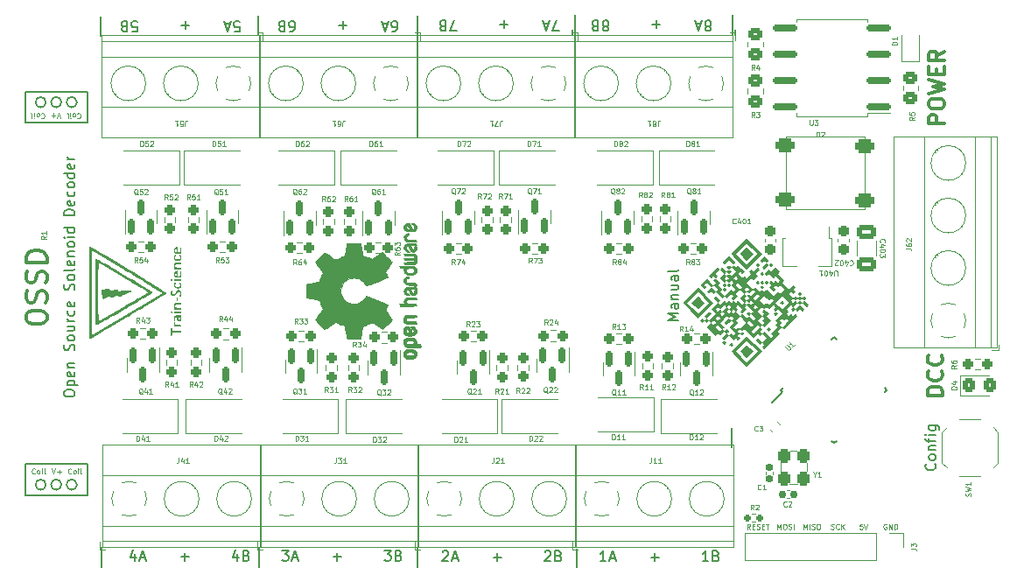
<source format=gbr>
%TF.GenerationSoftware,KiCad,Pcbnew,7.0.7*%
%TF.CreationDate,2023-08-28T09:58:40+02:00*%
%TF.ProjectId,solenoidDecoder,736f6c65-6e6f-4696-9444-65636f646572,rev?*%
%TF.SameCoordinates,Original*%
%TF.FileFunction,Legend,Top*%
%TF.FilePolarity,Positive*%
%FSLAX46Y46*%
G04 Gerber Fmt 4.6, Leading zero omitted, Abs format (unit mm)*
G04 Created by KiCad (PCBNEW 7.0.7) date 2023-08-28 09:58:40*
%MOMM*%
%LPD*%
G01*
G04 APERTURE LIST*
G04 Aperture macros list*
%AMRoundRect*
0 Rectangle with rounded corners*
0 $1 Rounding radius*
0 $2 $3 $4 $5 $6 $7 $8 $9 X,Y pos of 4 corners*
0 Add a 4 corners polygon primitive as box body*
4,1,4,$2,$3,$4,$5,$6,$7,$8,$9,$2,$3,0*
0 Add four circle primitives for the rounded corners*
1,1,$1+$1,$2,$3*
1,1,$1+$1,$4,$5*
1,1,$1+$1,$6,$7*
1,1,$1+$1,$8,$9*
0 Add four rect primitives between the rounded corners*
20,1,$1+$1,$2,$3,$4,$5,0*
20,1,$1+$1,$4,$5,$6,$7,0*
20,1,$1+$1,$6,$7,$8,$9,0*
20,1,$1+$1,$8,$9,$2,$3,0*%
%AMRotRect*
0 Rectangle, with rotation*
0 The origin of the aperture is its center*
0 $1 length*
0 $2 width*
0 $3 Rotation angle, in degrees counterclockwise*
0 Add horizontal line*
21,1,$1,$2,0,0,$3*%
%AMFreePoly0*
4,1,9,3.862500,-0.866500,0.737500,-0.866500,0.737500,-0.450000,-0.737500,-0.450000,-0.737500,0.450000,0.737500,0.450000,0.737500,0.866500,3.862500,0.866500,3.862500,-0.866500,3.862500,-0.866500,$1*%
G04 Aperture macros list end*
%ADD10C,0.150000*%
%ADD11C,0.300000*%
%ADD12C,0.075000*%
%ADD13C,0.120000*%
%ADD14C,0.010000*%
%ADD15RoundRect,0.237500X-0.237500X0.250000X-0.237500X-0.250000X0.237500X-0.250000X0.237500X0.250000X0*%
%ADD16R,0.900000X1.300000*%
%ADD17FreePoly0,270.000000*%
%ADD18RoundRect,0.150000X0.150000X-0.587500X0.150000X0.587500X-0.150000X0.587500X-0.150000X-0.587500X0*%
%ADD19RoundRect,0.237500X-0.250000X-0.237500X0.250000X-0.237500X0.250000X0.237500X-0.250000X0.237500X0*%
%ADD20RoundRect,0.237500X0.250000X0.237500X-0.250000X0.237500X-0.250000X-0.237500X0.250000X-0.237500X0*%
%ADD21R,2.500000X1.800000*%
%ADD22RoundRect,0.237500X-0.237500X0.300000X-0.237500X-0.300000X0.237500X-0.300000X0.237500X0.300000X0*%
%ADD23RoundRect,0.250000X-0.450000X0.350000X-0.450000X-0.350000X0.450000X-0.350000X0.450000X0.350000X0*%
%ADD24RoundRect,0.150000X-0.150000X0.587500X-0.150000X-0.587500X0.150000X-0.587500X0.150000X0.587500X0*%
%ADD25RoundRect,0.237500X0.237500X-0.250000X0.237500X0.250000X-0.237500X0.250000X-0.237500X-0.250000X0*%
%ADD26C,3.200000*%
%ADD27R,2.600000X2.600000*%
%ADD28C,2.600000*%
%ADD29R,0.450000X0.600000*%
%ADD30RoundRect,0.250000X-0.650000X0.412500X-0.650000X-0.412500X0.650000X-0.412500X0.650000X0.412500X0*%
%ADD31RoundRect,0.160000X-0.197500X-0.160000X0.197500X-0.160000X0.197500X0.160000X-0.197500X0.160000X0*%
%ADD32RoundRect,0.250000X0.450000X-0.350000X0.450000X0.350000X-0.450000X0.350000X-0.450000X-0.350000X0*%
%ADD33RoundRect,0.318750X-0.581250X-0.318750X0.581250X-0.318750X0.581250X0.318750X-0.581250X0.318750X0*%
%ADD34RoundRect,0.237500X-0.380070X0.044194X0.044194X-0.380070X0.380070X-0.044194X-0.044194X0.380070X0*%
%ADD35R,1.700000X1.700000*%
%ADD36O,1.700000X1.700000*%
%ADD37RoundRect,0.300000X-0.300000X0.400000X-0.300000X-0.400000X0.300000X-0.400000X0.300000X0.400000X0*%
%ADD38RoundRect,0.155000X0.155000X-0.212500X0.155000X0.212500X-0.155000X0.212500X-0.155000X-0.212500X0*%
%ADD39RoundRect,0.162500X1.012500X0.162500X-1.012500X0.162500X-1.012500X-0.162500X1.012500X-0.162500X0*%
%ADD40R,1.100000X1.800000*%
%ADD41RoundRect,0.155000X-0.212500X-0.155000X0.212500X-0.155000X0.212500X0.155000X-0.212500X0.155000X0*%
%ADD42RoundRect,0.250000X-0.325000X-0.450000X0.325000X-0.450000X0.325000X0.450000X-0.325000X0.450000X0*%
%ADD43RotRect,1.600000X0.550000X45.000000*%
%ADD44RotRect,1.600000X0.550000X135.000000*%
G04 APERTURE END LIST*
D10*
X52500000Y-80000000D02*
X58500000Y-80000000D01*
X58500000Y-83000000D01*
X52500000Y-83000000D01*
X52500000Y-80000000D01*
X54500000Y-45000000D02*
G75*
G03*
X54500000Y-45000000I-500000J0D01*
G01*
X90424000Y-36599150D02*
X90424000Y-38584850D01*
X90445700Y-88014300D02*
X90445700Y-90000000D01*
X57500000Y-82000000D02*
G75*
G03*
X57500000Y-82000000I-500000J0D01*
G01*
X54500000Y-82000000D02*
G75*
G03*
X54500000Y-82000000I-500000J0D01*
G01*
X75048000Y-36599150D02*
X75048000Y-38436850D01*
X56000000Y-45000000D02*
G75*
G03*
X56000000Y-45000000I-500000J0D01*
G01*
X59897400Y-89992000D02*
X59897400Y-88006300D01*
X90424000Y-36599150D02*
X90424000Y-38584850D01*
X105464000Y-38500000D02*
X105464000Y-38000000D01*
X121214000Y-38500000D02*
X121214000Y-38000000D01*
X105724000Y-36534300D02*
X105724000Y-38520000D01*
X90445700Y-90000000D02*
X90445700Y-88014300D01*
X57500000Y-45000000D02*
G75*
G03*
X57500000Y-45000000I-500000J0D01*
G01*
X56000000Y-82000000D02*
G75*
G03*
X56000000Y-82000000I-500000J0D01*
G01*
X105821700Y-90000000D02*
X105821700Y-88162300D01*
X120846059Y-78385000D02*
X120846059Y-76547300D01*
X75142400Y-89992000D02*
X75142400Y-88006300D01*
X120969000Y-36534300D02*
X120969000Y-38520000D01*
X59834000Y-36737150D02*
X59834000Y-38574850D01*
X52500000Y-44000000D02*
X58500000Y-44000000D01*
X58500000Y-47000000D01*
X52500000Y-47000000D01*
X52500000Y-44000000D01*
X63144050Y-88695152D02*
X63144050Y-89361819D01*
X62905955Y-88314200D02*
X62667860Y-89028485D01*
X62667860Y-89028485D02*
X63286907Y-89028485D01*
X63620241Y-89076104D02*
X64096431Y-89076104D01*
X63525003Y-89361819D02*
X63858336Y-88361819D01*
X63858336Y-88361819D02*
X64191669Y-89361819D01*
X67572623Y-88980866D02*
X68334528Y-88980866D01*
X67953575Y-89361819D02*
X67953575Y-88599914D01*
X73048814Y-88695152D02*
X73048814Y-89361819D01*
X72810719Y-88314200D02*
X72572624Y-89028485D01*
X72572624Y-89028485D02*
X73191671Y-89028485D01*
X73905957Y-88838009D02*
X74048814Y-88885628D01*
X74048814Y-88885628D02*
X74096433Y-88933247D01*
X74096433Y-88933247D02*
X74144052Y-89028485D01*
X74144052Y-89028485D02*
X74144052Y-89171342D01*
X74144052Y-89171342D02*
X74096433Y-89266580D01*
X74096433Y-89266580D02*
X74048814Y-89314200D01*
X74048814Y-89314200D02*
X73953576Y-89361819D01*
X73953576Y-89361819D02*
X73572624Y-89361819D01*
X73572624Y-89361819D02*
X73572624Y-88361819D01*
X73572624Y-88361819D02*
X73905957Y-88361819D01*
X73905957Y-88361819D02*
X74001195Y-88409438D01*
X74001195Y-88409438D02*
X74048814Y-88457057D01*
X74048814Y-88457057D02*
X74096433Y-88552295D01*
X74096433Y-88552295D02*
X74096433Y-88647533D01*
X74096433Y-88647533D02*
X74048814Y-88742771D01*
X74048814Y-88742771D02*
X74001195Y-88790390D01*
X74001195Y-88790390D02*
X73905957Y-88838009D01*
X73905957Y-88838009D02*
X73572624Y-88838009D01*
D11*
X141405828Y-47070489D02*
X139905828Y-47070489D01*
X139905828Y-47070489D02*
X139905828Y-46499060D01*
X139905828Y-46499060D02*
X139977257Y-46356203D01*
X139977257Y-46356203D02*
X140048685Y-46284774D01*
X140048685Y-46284774D02*
X140191542Y-46213346D01*
X140191542Y-46213346D02*
X140405828Y-46213346D01*
X140405828Y-46213346D02*
X140548685Y-46284774D01*
X140548685Y-46284774D02*
X140620114Y-46356203D01*
X140620114Y-46356203D02*
X140691542Y-46499060D01*
X140691542Y-46499060D02*
X140691542Y-47070489D01*
X139905828Y-45284774D02*
X139905828Y-44999060D01*
X139905828Y-44999060D02*
X139977257Y-44856203D01*
X139977257Y-44856203D02*
X140120114Y-44713346D01*
X140120114Y-44713346D02*
X140405828Y-44641917D01*
X140405828Y-44641917D02*
X140905828Y-44641917D01*
X140905828Y-44641917D02*
X141191542Y-44713346D01*
X141191542Y-44713346D02*
X141334400Y-44856203D01*
X141334400Y-44856203D02*
X141405828Y-44999060D01*
X141405828Y-44999060D02*
X141405828Y-45284774D01*
X141405828Y-45284774D02*
X141334400Y-45427632D01*
X141334400Y-45427632D02*
X141191542Y-45570489D01*
X141191542Y-45570489D02*
X140905828Y-45641917D01*
X140905828Y-45641917D02*
X140405828Y-45641917D01*
X140405828Y-45641917D02*
X140120114Y-45570489D01*
X140120114Y-45570489D02*
X139977257Y-45427632D01*
X139977257Y-45427632D02*
X139905828Y-45284774D01*
X139905828Y-44141917D02*
X141405828Y-43784774D01*
X141405828Y-43784774D02*
X140334400Y-43499060D01*
X140334400Y-43499060D02*
X141405828Y-43213345D01*
X141405828Y-43213345D02*
X139905828Y-42856203D01*
X140620114Y-42284774D02*
X140620114Y-41784774D01*
X141405828Y-41570488D02*
X141405828Y-42284774D01*
X141405828Y-42284774D02*
X139905828Y-42284774D01*
X139905828Y-42284774D02*
X139905828Y-41570488D01*
X141405828Y-40070488D02*
X140691542Y-40570488D01*
X141405828Y-40927631D02*
X139905828Y-40927631D01*
X139905828Y-40927631D02*
X139905828Y-40356202D01*
X139905828Y-40356202D02*
X139977257Y-40213345D01*
X139977257Y-40213345D02*
X140048685Y-40141916D01*
X140048685Y-40141916D02*
X140191542Y-40070488D01*
X140191542Y-40070488D02*
X140405828Y-40070488D01*
X140405828Y-40070488D02*
X140548685Y-40141916D01*
X140548685Y-40141916D02*
X140620114Y-40213345D01*
X140620114Y-40213345D02*
X140691542Y-40356202D01*
X140691542Y-40356202D02*
X140691542Y-40927631D01*
D12*
X122628103Y-86294909D02*
X122461437Y-86056814D01*
X122342389Y-86294909D02*
X122342389Y-85794909D01*
X122342389Y-85794909D02*
X122532865Y-85794909D01*
X122532865Y-85794909D02*
X122580484Y-85818719D01*
X122580484Y-85818719D02*
X122604294Y-85842528D01*
X122604294Y-85842528D02*
X122628103Y-85890147D01*
X122628103Y-85890147D02*
X122628103Y-85961576D01*
X122628103Y-85961576D02*
X122604294Y-86009195D01*
X122604294Y-86009195D02*
X122580484Y-86033004D01*
X122580484Y-86033004D02*
X122532865Y-86056814D01*
X122532865Y-86056814D02*
X122342389Y-86056814D01*
X122842389Y-86033004D02*
X123009056Y-86033004D01*
X123080484Y-86294909D02*
X122842389Y-86294909D01*
X122842389Y-86294909D02*
X122842389Y-85794909D01*
X122842389Y-85794909D02*
X123080484Y-85794909D01*
X123270961Y-86271100D02*
X123342389Y-86294909D01*
X123342389Y-86294909D02*
X123461437Y-86294909D01*
X123461437Y-86294909D02*
X123509056Y-86271100D01*
X123509056Y-86271100D02*
X123532865Y-86247290D01*
X123532865Y-86247290D02*
X123556675Y-86199671D01*
X123556675Y-86199671D02*
X123556675Y-86152052D01*
X123556675Y-86152052D02*
X123532865Y-86104433D01*
X123532865Y-86104433D02*
X123509056Y-86080623D01*
X123509056Y-86080623D02*
X123461437Y-86056814D01*
X123461437Y-86056814D02*
X123366199Y-86033004D01*
X123366199Y-86033004D02*
X123318580Y-86009195D01*
X123318580Y-86009195D02*
X123294770Y-85985385D01*
X123294770Y-85985385D02*
X123270961Y-85937766D01*
X123270961Y-85937766D02*
X123270961Y-85890147D01*
X123270961Y-85890147D02*
X123294770Y-85842528D01*
X123294770Y-85842528D02*
X123318580Y-85818719D01*
X123318580Y-85818719D02*
X123366199Y-85794909D01*
X123366199Y-85794909D02*
X123485246Y-85794909D01*
X123485246Y-85794909D02*
X123556675Y-85818719D01*
X123770960Y-86033004D02*
X123937627Y-86033004D01*
X124009055Y-86294909D02*
X123770960Y-86294909D01*
X123770960Y-86294909D02*
X123770960Y-85794909D01*
X123770960Y-85794909D02*
X124009055Y-85794909D01*
X124151913Y-85794909D02*
X124437627Y-85794909D01*
X124294770Y-86294909D02*
X124294770Y-85794909D01*
D10*
X92872160Y-88500057D02*
X92919779Y-88452438D01*
X92919779Y-88452438D02*
X93015017Y-88404819D01*
X93015017Y-88404819D02*
X93253112Y-88404819D01*
X93253112Y-88404819D02*
X93348350Y-88452438D01*
X93348350Y-88452438D02*
X93395969Y-88500057D01*
X93395969Y-88500057D02*
X93443588Y-88595295D01*
X93443588Y-88595295D02*
X93443588Y-88690533D01*
X93443588Y-88690533D02*
X93395969Y-88833390D01*
X93395969Y-88833390D02*
X92824541Y-89404819D01*
X92824541Y-89404819D02*
X93443588Y-89404819D01*
X93824541Y-89119104D02*
X94300731Y-89119104D01*
X93729303Y-89404819D02*
X94062636Y-88404819D01*
X94062636Y-88404819D02*
X94395969Y-89404819D01*
X97776923Y-89023866D02*
X98538828Y-89023866D01*
X98157875Y-89404819D02*
X98157875Y-88642914D01*
X102776924Y-88500057D02*
X102824543Y-88452438D01*
X102824543Y-88452438D02*
X102919781Y-88404819D01*
X102919781Y-88404819D02*
X103157876Y-88404819D01*
X103157876Y-88404819D02*
X103253114Y-88452438D01*
X103253114Y-88452438D02*
X103300733Y-88500057D01*
X103300733Y-88500057D02*
X103348352Y-88595295D01*
X103348352Y-88595295D02*
X103348352Y-88690533D01*
X103348352Y-88690533D02*
X103300733Y-88833390D01*
X103300733Y-88833390D02*
X102729305Y-89404819D01*
X102729305Y-89404819D02*
X103348352Y-89404819D01*
X104110257Y-88881009D02*
X104253114Y-88928628D01*
X104253114Y-88928628D02*
X104300733Y-88976247D01*
X104300733Y-88976247D02*
X104348352Y-89071485D01*
X104348352Y-89071485D02*
X104348352Y-89214342D01*
X104348352Y-89214342D02*
X104300733Y-89309580D01*
X104300733Y-89309580D02*
X104253114Y-89357200D01*
X104253114Y-89357200D02*
X104157876Y-89404819D01*
X104157876Y-89404819D02*
X103776924Y-89404819D01*
X103776924Y-89404819D02*
X103776924Y-88404819D01*
X103776924Y-88404819D02*
X104110257Y-88404819D01*
X104110257Y-88404819D02*
X104205495Y-88452438D01*
X104205495Y-88452438D02*
X104253114Y-88500057D01*
X104253114Y-88500057D02*
X104300733Y-88595295D01*
X104300733Y-88595295D02*
X104300733Y-88690533D01*
X104300733Y-88690533D02*
X104253114Y-88785771D01*
X104253114Y-88785771D02*
X104205495Y-88833390D01*
X104205495Y-88833390D02*
X104110257Y-88881009D01*
X104110257Y-88881009D02*
X103776924Y-88881009D01*
D12*
X53454103Y-80887290D02*
X53430294Y-80911100D01*
X53430294Y-80911100D02*
X53358865Y-80934909D01*
X53358865Y-80934909D02*
X53311246Y-80934909D01*
X53311246Y-80934909D02*
X53239818Y-80911100D01*
X53239818Y-80911100D02*
X53192199Y-80863480D01*
X53192199Y-80863480D02*
X53168389Y-80815861D01*
X53168389Y-80815861D02*
X53144580Y-80720623D01*
X53144580Y-80720623D02*
X53144580Y-80649195D01*
X53144580Y-80649195D02*
X53168389Y-80553957D01*
X53168389Y-80553957D02*
X53192199Y-80506338D01*
X53192199Y-80506338D02*
X53239818Y-80458719D01*
X53239818Y-80458719D02*
X53311246Y-80434909D01*
X53311246Y-80434909D02*
X53358865Y-80434909D01*
X53358865Y-80434909D02*
X53430294Y-80458719D01*
X53430294Y-80458719D02*
X53454103Y-80482528D01*
X53739818Y-80934909D02*
X53692199Y-80911100D01*
X53692199Y-80911100D02*
X53668389Y-80887290D01*
X53668389Y-80887290D02*
X53644580Y-80839671D01*
X53644580Y-80839671D02*
X53644580Y-80696814D01*
X53644580Y-80696814D02*
X53668389Y-80649195D01*
X53668389Y-80649195D02*
X53692199Y-80625385D01*
X53692199Y-80625385D02*
X53739818Y-80601576D01*
X53739818Y-80601576D02*
X53811246Y-80601576D01*
X53811246Y-80601576D02*
X53858865Y-80625385D01*
X53858865Y-80625385D02*
X53882675Y-80649195D01*
X53882675Y-80649195D02*
X53906484Y-80696814D01*
X53906484Y-80696814D02*
X53906484Y-80839671D01*
X53906484Y-80839671D02*
X53882675Y-80887290D01*
X53882675Y-80887290D02*
X53858865Y-80911100D01*
X53858865Y-80911100D02*
X53811246Y-80934909D01*
X53811246Y-80934909D02*
X53739818Y-80934909D01*
X54120770Y-80934909D02*
X54120770Y-80601576D01*
X54120770Y-80434909D02*
X54096961Y-80458719D01*
X54096961Y-80458719D02*
X54120770Y-80482528D01*
X54120770Y-80482528D02*
X54144580Y-80458719D01*
X54144580Y-80458719D02*
X54120770Y-80434909D01*
X54120770Y-80434909D02*
X54120770Y-80482528D01*
X54430294Y-80934909D02*
X54382675Y-80911100D01*
X54382675Y-80911100D02*
X54358865Y-80863480D01*
X54358865Y-80863480D02*
X54358865Y-80434909D01*
D10*
X56273819Y-73259744D02*
X56273819Y-73069268D01*
X56273819Y-73069268D02*
X56321438Y-72974030D01*
X56321438Y-72974030D02*
X56416676Y-72878792D01*
X56416676Y-72878792D02*
X56607152Y-72831173D01*
X56607152Y-72831173D02*
X56940485Y-72831173D01*
X56940485Y-72831173D02*
X57130961Y-72878792D01*
X57130961Y-72878792D02*
X57226200Y-72974030D01*
X57226200Y-72974030D02*
X57273819Y-73069268D01*
X57273819Y-73069268D02*
X57273819Y-73259744D01*
X57273819Y-73259744D02*
X57226200Y-73354982D01*
X57226200Y-73354982D02*
X57130961Y-73450220D01*
X57130961Y-73450220D02*
X56940485Y-73497839D01*
X56940485Y-73497839D02*
X56607152Y-73497839D01*
X56607152Y-73497839D02*
X56416676Y-73450220D01*
X56416676Y-73450220D02*
X56321438Y-73354982D01*
X56321438Y-73354982D02*
X56273819Y-73259744D01*
X56607152Y-72402601D02*
X57607152Y-72402601D01*
X56654771Y-72402601D02*
X56607152Y-72307363D01*
X56607152Y-72307363D02*
X56607152Y-72116887D01*
X56607152Y-72116887D02*
X56654771Y-72021649D01*
X56654771Y-72021649D02*
X56702390Y-71974030D01*
X56702390Y-71974030D02*
X56797628Y-71926411D01*
X56797628Y-71926411D02*
X57083342Y-71926411D01*
X57083342Y-71926411D02*
X57178580Y-71974030D01*
X57178580Y-71974030D02*
X57226200Y-72021649D01*
X57226200Y-72021649D02*
X57273819Y-72116887D01*
X57273819Y-72116887D02*
X57273819Y-72307363D01*
X57273819Y-72307363D02*
X57226200Y-72402601D01*
X57226200Y-71116887D02*
X57273819Y-71212125D01*
X57273819Y-71212125D02*
X57273819Y-71402601D01*
X57273819Y-71402601D02*
X57226200Y-71497839D01*
X57226200Y-71497839D02*
X57130961Y-71545458D01*
X57130961Y-71545458D02*
X56750009Y-71545458D01*
X56750009Y-71545458D02*
X56654771Y-71497839D01*
X56654771Y-71497839D02*
X56607152Y-71402601D01*
X56607152Y-71402601D02*
X56607152Y-71212125D01*
X56607152Y-71212125D02*
X56654771Y-71116887D01*
X56654771Y-71116887D02*
X56750009Y-71069268D01*
X56750009Y-71069268D02*
X56845247Y-71069268D01*
X56845247Y-71069268D02*
X56940485Y-71545458D01*
X56607152Y-70640696D02*
X57273819Y-70640696D01*
X56702390Y-70640696D02*
X56654771Y-70593077D01*
X56654771Y-70593077D02*
X56607152Y-70497839D01*
X56607152Y-70497839D02*
X56607152Y-70354982D01*
X56607152Y-70354982D02*
X56654771Y-70259744D01*
X56654771Y-70259744D02*
X56750009Y-70212125D01*
X56750009Y-70212125D02*
X57273819Y-70212125D01*
X57226200Y-69021648D02*
X57273819Y-68878791D01*
X57273819Y-68878791D02*
X57273819Y-68640696D01*
X57273819Y-68640696D02*
X57226200Y-68545458D01*
X57226200Y-68545458D02*
X57178580Y-68497839D01*
X57178580Y-68497839D02*
X57083342Y-68450220D01*
X57083342Y-68450220D02*
X56988104Y-68450220D01*
X56988104Y-68450220D02*
X56892866Y-68497839D01*
X56892866Y-68497839D02*
X56845247Y-68545458D01*
X56845247Y-68545458D02*
X56797628Y-68640696D01*
X56797628Y-68640696D02*
X56750009Y-68831172D01*
X56750009Y-68831172D02*
X56702390Y-68926410D01*
X56702390Y-68926410D02*
X56654771Y-68974029D01*
X56654771Y-68974029D02*
X56559533Y-69021648D01*
X56559533Y-69021648D02*
X56464295Y-69021648D01*
X56464295Y-69021648D02*
X56369057Y-68974029D01*
X56369057Y-68974029D02*
X56321438Y-68926410D01*
X56321438Y-68926410D02*
X56273819Y-68831172D01*
X56273819Y-68831172D02*
X56273819Y-68593077D01*
X56273819Y-68593077D02*
X56321438Y-68450220D01*
X57273819Y-67878791D02*
X57226200Y-67974029D01*
X57226200Y-67974029D02*
X57178580Y-68021648D01*
X57178580Y-68021648D02*
X57083342Y-68069267D01*
X57083342Y-68069267D02*
X56797628Y-68069267D01*
X56797628Y-68069267D02*
X56702390Y-68021648D01*
X56702390Y-68021648D02*
X56654771Y-67974029D01*
X56654771Y-67974029D02*
X56607152Y-67878791D01*
X56607152Y-67878791D02*
X56607152Y-67735934D01*
X56607152Y-67735934D02*
X56654771Y-67640696D01*
X56654771Y-67640696D02*
X56702390Y-67593077D01*
X56702390Y-67593077D02*
X56797628Y-67545458D01*
X56797628Y-67545458D02*
X57083342Y-67545458D01*
X57083342Y-67545458D02*
X57178580Y-67593077D01*
X57178580Y-67593077D02*
X57226200Y-67640696D01*
X57226200Y-67640696D02*
X57273819Y-67735934D01*
X57273819Y-67735934D02*
X57273819Y-67878791D01*
X56607152Y-66688315D02*
X57273819Y-66688315D01*
X56607152Y-67116886D02*
X57130961Y-67116886D01*
X57130961Y-67116886D02*
X57226200Y-67069267D01*
X57226200Y-67069267D02*
X57273819Y-66974029D01*
X57273819Y-66974029D02*
X57273819Y-66831172D01*
X57273819Y-66831172D02*
X57226200Y-66735934D01*
X57226200Y-66735934D02*
X57178580Y-66688315D01*
X57273819Y-66212124D02*
X56607152Y-66212124D01*
X56797628Y-66212124D02*
X56702390Y-66164505D01*
X56702390Y-66164505D02*
X56654771Y-66116886D01*
X56654771Y-66116886D02*
X56607152Y-66021648D01*
X56607152Y-66021648D02*
X56607152Y-65926410D01*
X57226200Y-65164505D02*
X57273819Y-65259743D01*
X57273819Y-65259743D02*
X57273819Y-65450219D01*
X57273819Y-65450219D02*
X57226200Y-65545457D01*
X57226200Y-65545457D02*
X57178580Y-65593076D01*
X57178580Y-65593076D02*
X57083342Y-65640695D01*
X57083342Y-65640695D02*
X56797628Y-65640695D01*
X56797628Y-65640695D02*
X56702390Y-65593076D01*
X56702390Y-65593076D02*
X56654771Y-65545457D01*
X56654771Y-65545457D02*
X56607152Y-65450219D01*
X56607152Y-65450219D02*
X56607152Y-65259743D01*
X56607152Y-65259743D02*
X56654771Y-65164505D01*
X57226200Y-64354981D02*
X57273819Y-64450219D01*
X57273819Y-64450219D02*
X57273819Y-64640695D01*
X57273819Y-64640695D02*
X57226200Y-64735933D01*
X57226200Y-64735933D02*
X57130961Y-64783552D01*
X57130961Y-64783552D02*
X56750009Y-64783552D01*
X56750009Y-64783552D02*
X56654771Y-64735933D01*
X56654771Y-64735933D02*
X56607152Y-64640695D01*
X56607152Y-64640695D02*
X56607152Y-64450219D01*
X56607152Y-64450219D02*
X56654771Y-64354981D01*
X56654771Y-64354981D02*
X56750009Y-64307362D01*
X56750009Y-64307362D02*
X56845247Y-64307362D01*
X56845247Y-64307362D02*
X56940485Y-64783552D01*
X57226200Y-63164504D02*
X57273819Y-63021647D01*
X57273819Y-63021647D02*
X57273819Y-62783552D01*
X57273819Y-62783552D02*
X57226200Y-62688314D01*
X57226200Y-62688314D02*
X57178580Y-62640695D01*
X57178580Y-62640695D02*
X57083342Y-62593076D01*
X57083342Y-62593076D02*
X56988104Y-62593076D01*
X56988104Y-62593076D02*
X56892866Y-62640695D01*
X56892866Y-62640695D02*
X56845247Y-62688314D01*
X56845247Y-62688314D02*
X56797628Y-62783552D01*
X56797628Y-62783552D02*
X56750009Y-62974028D01*
X56750009Y-62974028D02*
X56702390Y-63069266D01*
X56702390Y-63069266D02*
X56654771Y-63116885D01*
X56654771Y-63116885D02*
X56559533Y-63164504D01*
X56559533Y-63164504D02*
X56464295Y-63164504D01*
X56464295Y-63164504D02*
X56369057Y-63116885D01*
X56369057Y-63116885D02*
X56321438Y-63069266D01*
X56321438Y-63069266D02*
X56273819Y-62974028D01*
X56273819Y-62974028D02*
X56273819Y-62735933D01*
X56273819Y-62735933D02*
X56321438Y-62593076D01*
X57273819Y-62021647D02*
X57226200Y-62116885D01*
X57226200Y-62116885D02*
X57178580Y-62164504D01*
X57178580Y-62164504D02*
X57083342Y-62212123D01*
X57083342Y-62212123D02*
X56797628Y-62212123D01*
X56797628Y-62212123D02*
X56702390Y-62164504D01*
X56702390Y-62164504D02*
X56654771Y-62116885D01*
X56654771Y-62116885D02*
X56607152Y-62021647D01*
X56607152Y-62021647D02*
X56607152Y-61878790D01*
X56607152Y-61878790D02*
X56654771Y-61783552D01*
X56654771Y-61783552D02*
X56702390Y-61735933D01*
X56702390Y-61735933D02*
X56797628Y-61688314D01*
X56797628Y-61688314D02*
X57083342Y-61688314D01*
X57083342Y-61688314D02*
X57178580Y-61735933D01*
X57178580Y-61735933D02*
X57226200Y-61783552D01*
X57226200Y-61783552D02*
X57273819Y-61878790D01*
X57273819Y-61878790D02*
X57273819Y-62021647D01*
X57273819Y-61116885D02*
X57226200Y-61212123D01*
X57226200Y-61212123D02*
X57130961Y-61259742D01*
X57130961Y-61259742D02*
X56273819Y-61259742D01*
X57226200Y-60354980D02*
X57273819Y-60450218D01*
X57273819Y-60450218D02*
X57273819Y-60640694D01*
X57273819Y-60640694D02*
X57226200Y-60735932D01*
X57226200Y-60735932D02*
X57130961Y-60783551D01*
X57130961Y-60783551D02*
X56750009Y-60783551D01*
X56750009Y-60783551D02*
X56654771Y-60735932D01*
X56654771Y-60735932D02*
X56607152Y-60640694D01*
X56607152Y-60640694D02*
X56607152Y-60450218D01*
X56607152Y-60450218D02*
X56654771Y-60354980D01*
X56654771Y-60354980D02*
X56750009Y-60307361D01*
X56750009Y-60307361D02*
X56845247Y-60307361D01*
X56845247Y-60307361D02*
X56940485Y-60783551D01*
X56607152Y-59878789D02*
X57273819Y-59878789D01*
X56702390Y-59878789D02*
X56654771Y-59831170D01*
X56654771Y-59831170D02*
X56607152Y-59735932D01*
X56607152Y-59735932D02*
X56607152Y-59593075D01*
X56607152Y-59593075D02*
X56654771Y-59497837D01*
X56654771Y-59497837D02*
X56750009Y-59450218D01*
X56750009Y-59450218D02*
X57273819Y-59450218D01*
X57273819Y-58831170D02*
X57226200Y-58926408D01*
X57226200Y-58926408D02*
X57178580Y-58974027D01*
X57178580Y-58974027D02*
X57083342Y-59021646D01*
X57083342Y-59021646D02*
X56797628Y-59021646D01*
X56797628Y-59021646D02*
X56702390Y-58974027D01*
X56702390Y-58974027D02*
X56654771Y-58926408D01*
X56654771Y-58926408D02*
X56607152Y-58831170D01*
X56607152Y-58831170D02*
X56607152Y-58688313D01*
X56607152Y-58688313D02*
X56654771Y-58593075D01*
X56654771Y-58593075D02*
X56702390Y-58545456D01*
X56702390Y-58545456D02*
X56797628Y-58497837D01*
X56797628Y-58497837D02*
X57083342Y-58497837D01*
X57083342Y-58497837D02*
X57178580Y-58545456D01*
X57178580Y-58545456D02*
X57226200Y-58593075D01*
X57226200Y-58593075D02*
X57273819Y-58688313D01*
X57273819Y-58688313D02*
X57273819Y-58831170D01*
X57273819Y-58069265D02*
X56607152Y-58069265D01*
X56273819Y-58069265D02*
X56321438Y-58116884D01*
X56321438Y-58116884D02*
X56369057Y-58069265D01*
X56369057Y-58069265D02*
X56321438Y-58021646D01*
X56321438Y-58021646D02*
X56273819Y-58069265D01*
X56273819Y-58069265D02*
X56369057Y-58069265D01*
X57273819Y-57164504D02*
X56273819Y-57164504D01*
X57226200Y-57164504D02*
X57273819Y-57259742D01*
X57273819Y-57259742D02*
X57273819Y-57450218D01*
X57273819Y-57450218D02*
X57226200Y-57545456D01*
X57226200Y-57545456D02*
X57178580Y-57593075D01*
X57178580Y-57593075D02*
X57083342Y-57640694D01*
X57083342Y-57640694D02*
X56797628Y-57640694D01*
X56797628Y-57640694D02*
X56702390Y-57593075D01*
X56702390Y-57593075D02*
X56654771Y-57545456D01*
X56654771Y-57545456D02*
X56607152Y-57450218D01*
X56607152Y-57450218D02*
X56607152Y-57259742D01*
X56607152Y-57259742D02*
X56654771Y-57164504D01*
X57273819Y-55926408D02*
X56273819Y-55926408D01*
X56273819Y-55926408D02*
X56273819Y-55688313D01*
X56273819Y-55688313D02*
X56321438Y-55545456D01*
X56321438Y-55545456D02*
X56416676Y-55450218D01*
X56416676Y-55450218D02*
X56511914Y-55402599D01*
X56511914Y-55402599D02*
X56702390Y-55354980D01*
X56702390Y-55354980D02*
X56845247Y-55354980D01*
X56845247Y-55354980D02*
X57035723Y-55402599D01*
X57035723Y-55402599D02*
X57130961Y-55450218D01*
X57130961Y-55450218D02*
X57226200Y-55545456D01*
X57226200Y-55545456D02*
X57273819Y-55688313D01*
X57273819Y-55688313D02*
X57273819Y-55926408D01*
X57226200Y-54545456D02*
X57273819Y-54640694D01*
X57273819Y-54640694D02*
X57273819Y-54831170D01*
X57273819Y-54831170D02*
X57226200Y-54926408D01*
X57226200Y-54926408D02*
X57130961Y-54974027D01*
X57130961Y-54974027D02*
X56750009Y-54974027D01*
X56750009Y-54974027D02*
X56654771Y-54926408D01*
X56654771Y-54926408D02*
X56607152Y-54831170D01*
X56607152Y-54831170D02*
X56607152Y-54640694D01*
X56607152Y-54640694D02*
X56654771Y-54545456D01*
X56654771Y-54545456D02*
X56750009Y-54497837D01*
X56750009Y-54497837D02*
X56845247Y-54497837D01*
X56845247Y-54497837D02*
X56940485Y-54974027D01*
X57226200Y-53640694D02*
X57273819Y-53735932D01*
X57273819Y-53735932D02*
X57273819Y-53926408D01*
X57273819Y-53926408D02*
X57226200Y-54021646D01*
X57226200Y-54021646D02*
X57178580Y-54069265D01*
X57178580Y-54069265D02*
X57083342Y-54116884D01*
X57083342Y-54116884D02*
X56797628Y-54116884D01*
X56797628Y-54116884D02*
X56702390Y-54069265D01*
X56702390Y-54069265D02*
X56654771Y-54021646D01*
X56654771Y-54021646D02*
X56607152Y-53926408D01*
X56607152Y-53926408D02*
X56607152Y-53735932D01*
X56607152Y-53735932D02*
X56654771Y-53640694D01*
X57273819Y-53069265D02*
X57226200Y-53164503D01*
X57226200Y-53164503D02*
X57178580Y-53212122D01*
X57178580Y-53212122D02*
X57083342Y-53259741D01*
X57083342Y-53259741D02*
X56797628Y-53259741D01*
X56797628Y-53259741D02*
X56702390Y-53212122D01*
X56702390Y-53212122D02*
X56654771Y-53164503D01*
X56654771Y-53164503D02*
X56607152Y-53069265D01*
X56607152Y-53069265D02*
X56607152Y-52926408D01*
X56607152Y-52926408D02*
X56654771Y-52831170D01*
X56654771Y-52831170D02*
X56702390Y-52783551D01*
X56702390Y-52783551D02*
X56797628Y-52735932D01*
X56797628Y-52735932D02*
X57083342Y-52735932D01*
X57083342Y-52735932D02*
X57178580Y-52783551D01*
X57178580Y-52783551D02*
X57226200Y-52831170D01*
X57226200Y-52831170D02*
X57273819Y-52926408D01*
X57273819Y-52926408D02*
X57273819Y-53069265D01*
X57273819Y-51878789D02*
X56273819Y-51878789D01*
X57226200Y-51878789D02*
X57273819Y-51974027D01*
X57273819Y-51974027D02*
X57273819Y-52164503D01*
X57273819Y-52164503D02*
X57226200Y-52259741D01*
X57226200Y-52259741D02*
X57178580Y-52307360D01*
X57178580Y-52307360D02*
X57083342Y-52354979D01*
X57083342Y-52354979D02*
X56797628Y-52354979D01*
X56797628Y-52354979D02*
X56702390Y-52307360D01*
X56702390Y-52307360D02*
X56654771Y-52259741D01*
X56654771Y-52259741D02*
X56607152Y-52164503D01*
X56607152Y-52164503D02*
X56607152Y-51974027D01*
X56607152Y-51974027D02*
X56654771Y-51878789D01*
X57226200Y-51021646D02*
X57273819Y-51116884D01*
X57273819Y-51116884D02*
X57273819Y-51307360D01*
X57273819Y-51307360D02*
X57226200Y-51402598D01*
X57226200Y-51402598D02*
X57130961Y-51450217D01*
X57130961Y-51450217D02*
X56750009Y-51450217D01*
X56750009Y-51450217D02*
X56654771Y-51402598D01*
X56654771Y-51402598D02*
X56607152Y-51307360D01*
X56607152Y-51307360D02*
X56607152Y-51116884D01*
X56607152Y-51116884D02*
X56654771Y-51021646D01*
X56654771Y-51021646D02*
X56750009Y-50974027D01*
X56750009Y-50974027D02*
X56845247Y-50974027D01*
X56845247Y-50974027D02*
X56940485Y-51450217D01*
X57273819Y-50545455D02*
X56607152Y-50545455D01*
X56797628Y-50545455D02*
X56702390Y-50497836D01*
X56702390Y-50497836D02*
X56654771Y-50450217D01*
X56654771Y-50450217D02*
X56607152Y-50354979D01*
X56607152Y-50354979D02*
X56607152Y-50259741D01*
X77352241Y-88361819D02*
X77971288Y-88361819D01*
X77971288Y-88361819D02*
X77637955Y-88742771D01*
X77637955Y-88742771D02*
X77780812Y-88742771D01*
X77780812Y-88742771D02*
X77876050Y-88790390D01*
X77876050Y-88790390D02*
X77923669Y-88838009D01*
X77923669Y-88838009D02*
X77971288Y-88933247D01*
X77971288Y-88933247D02*
X77971288Y-89171342D01*
X77971288Y-89171342D02*
X77923669Y-89266580D01*
X77923669Y-89266580D02*
X77876050Y-89314200D01*
X77876050Y-89314200D02*
X77780812Y-89361819D01*
X77780812Y-89361819D02*
X77495098Y-89361819D01*
X77495098Y-89361819D02*
X77399860Y-89314200D01*
X77399860Y-89314200D02*
X77352241Y-89266580D01*
X78352241Y-89076104D02*
X78828431Y-89076104D01*
X78257003Y-89361819D02*
X78590336Y-88361819D01*
X78590336Y-88361819D02*
X78923669Y-89361819D01*
X82304623Y-88980866D02*
X83066528Y-88980866D01*
X82685575Y-89361819D02*
X82685575Y-88599914D01*
X87257005Y-88361819D02*
X87876052Y-88361819D01*
X87876052Y-88361819D02*
X87542719Y-88742771D01*
X87542719Y-88742771D02*
X87685576Y-88742771D01*
X87685576Y-88742771D02*
X87780814Y-88790390D01*
X87780814Y-88790390D02*
X87828433Y-88838009D01*
X87828433Y-88838009D02*
X87876052Y-88933247D01*
X87876052Y-88933247D02*
X87876052Y-89171342D01*
X87876052Y-89171342D02*
X87828433Y-89266580D01*
X87828433Y-89266580D02*
X87780814Y-89314200D01*
X87780814Y-89314200D02*
X87685576Y-89361819D01*
X87685576Y-89361819D02*
X87399862Y-89361819D01*
X87399862Y-89361819D02*
X87304624Y-89314200D01*
X87304624Y-89314200D02*
X87257005Y-89266580D01*
X88637957Y-88838009D02*
X88780814Y-88885628D01*
X88780814Y-88885628D02*
X88828433Y-88933247D01*
X88828433Y-88933247D02*
X88876052Y-89028485D01*
X88876052Y-89028485D02*
X88876052Y-89171342D01*
X88876052Y-89171342D02*
X88828433Y-89266580D01*
X88828433Y-89266580D02*
X88780814Y-89314200D01*
X88780814Y-89314200D02*
X88685576Y-89361819D01*
X88685576Y-89361819D02*
X88304624Y-89361819D01*
X88304624Y-89361819D02*
X88304624Y-88361819D01*
X88304624Y-88361819D02*
X88637957Y-88361819D01*
X88637957Y-88361819D02*
X88733195Y-88409438D01*
X88733195Y-88409438D02*
X88780814Y-88457057D01*
X88780814Y-88457057D02*
X88828433Y-88552295D01*
X88828433Y-88552295D02*
X88828433Y-88647533D01*
X88828433Y-88647533D02*
X88780814Y-88742771D01*
X88780814Y-88742771D02*
X88733195Y-88790390D01*
X88733195Y-88790390D02*
X88637957Y-88838009D01*
X88637957Y-88838009D02*
X88304624Y-88838009D01*
D12*
X125263389Y-86294909D02*
X125263389Y-85794909D01*
X125263389Y-85794909D02*
X125430056Y-86152052D01*
X125430056Y-86152052D02*
X125596722Y-85794909D01*
X125596722Y-85794909D02*
X125596722Y-86294909D01*
X125930056Y-85794909D02*
X126025294Y-85794909D01*
X126025294Y-85794909D02*
X126072913Y-85818719D01*
X126072913Y-85818719D02*
X126120532Y-85866338D01*
X126120532Y-85866338D02*
X126144342Y-85961576D01*
X126144342Y-85961576D02*
X126144342Y-86128242D01*
X126144342Y-86128242D02*
X126120532Y-86223480D01*
X126120532Y-86223480D02*
X126072913Y-86271100D01*
X126072913Y-86271100D02*
X126025294Y-86294909D01*
X126025294Y-86294909D02*
X125930056Y-86294909D01*
X125930056Y-86294909D02*
X125882437Y-86271100D01*
X125882437Y-86271100D02*
X125834818Y-86223480D01*
X125834818Y-86223480D02*
X125811009Y-86128242D01*
X125811009Y-86128242D02*
X125811009Y-85961576D01*
X125811009Y-85961576D02*
X125834818Y-85866338D01*
X125834818Y-85866338D02*
X125882437Y-85818719D01*
X125882437Y-85818719D02*
X125930056Y-85794909D01*
X126334819Y-86271100D02*
X126406247Y-86294909D01*
X126406247Y-86294909D02*
X126525295Y-86294909D01*
X126525295Y-86294909D02*
X126572914Y-86271100D01*
X126572914Y-86271100D02*
X126596723Y-86247290D01*
X126596723Y-86247290D02*
X126620533Y-86199671D01*
X126620533Y-86199671D02*
X126620533Y-86152052D01*
X126620533Y-86152052D02*
X126596723Y-86104433D01*
X126596723Y-86104433D02*
X126572914Y-86080623D01*
X126572914Y-86080623D02*
X126525295Y-86056814D01*
X126525295Y-86056814D02*
X126430057Y-86033004D01*
X126430057Y-86033004D02*
X126382438Y-86009195D01*
X126382438Y-86009195D02*
X126358628Y-85985385D01*
X126358628Y-85985385D02*
X126334819Y-85937766D01*
X126334819Y-85937766D02*
X126334819Y-85890147D01*
X126334819Y-85890147D02*
X126358628Y-85842528D01*
X126358628Y-85842528D02*
X126382438Y-85818719D01*
X126382438Y-85818719D02*
X126430057Y-85794909D01*
X126430057Y-85794909D02*
X126549104Y-85794909D01*
X126549104Y-85794909D02*
X126620533Y-85818719D01*
X126834818Y-86294909D02*
X126834818Y-85794909D01*
D10*
X72749030Y-38152030D02*
X73225220Y-38152030D01*
X73225220Y-38152030D02*
X73272839Y-37675840D01*
X73272839Y-37675840D02*
X73225220Y-37723459D01*
X73225220Y-37723459D02*
X73129982Y-37771078D01*
X73129982Y-37771078D02*
X72891887Y-37771078D01*
X72891887Y-37771078D02*
X72796649Y-37723459D01*
X72796649Y-37723459D02*
X72749030Y-37675840D01*
X72749030Y-37675840D02*
X72701411Y-37580602D01*
X72701411Y-37580602D02*
X72701411Y-37342507D01*
X72701411Y-37342507D02*
X72749030Y-37247269D01*
X72749030Y-37247269D02*
X72796649Y-37199650D01*
X72796649Y-37199650D02*
X72891887Y-37152030D01*
X72891887Y-37152030D02*
X73129982Y-37152030D01*
X73129982Y-37152030D02*
X73225220Y-37199650D01*
X73225220Y-37199650D02*
X73272839Y-37247269D01*
X72320458Y-37437745D02*
X71844268Y-37437745D01*
X72415696Y-37152030D02*
X72082363Y-38152030D01*
X72082363Y-38152030D02*
X71749030Y-37152030D01*
X68368076Y-37532983D02*
X67606172Y-37532983D01*
X67987124Y-37152030D02*
X67987124Y-37913935D01*
X62844266Y-38152030D02*
X63320456Y-38152030D01*
X63320456Y-38152030D02*
X63368075Y-37675840D01*
X63368075Y-37675840D02*
X63320456Y-37723459D01*
X63320456Y-37723459D02*
X63225218Y-37771078D01*
X63225218Y-37771078D02*
X62987123Y-37771078D01*
X62987123Y-37771078D02*
X62891885Y-37723459D01*
X62891885Y-37723459D02*
X62844266Y-37675840D01*
X62844266Y-37675840D02*
X62796647Y-37580602D01*
X62796647Y-37580602D02*
X62796647Y-37342507D01*
X62796647Y-37342507D02*
X62844266Y-37247269D01*
X62844266Y-37247269D02*
X62891885Y-37199650D01*
X62891885Y-37199650D02*
X62987123Y-37152030D01*
X62987123Y-37152030D02*
X63225218Y-37152030D01*
X63225218Y-37152030D02*
X63320456Y-37199650D01*
X63320456Y-37199650D02*
X63368075Y-37247269D01*
X62034742Y-37675840D02*
X61891885Y-37628221D01*
X61891885Y-37628221D02*
X61844266Y-37580602D01*
X61844266Y-37580602D02*
X61796647Y-37485364D01*
X61796647Y-37485364D02*
X61796647Y-37342507D01*
X61796647Y-37342507D02*
X61844266Y-37247269D01*
X61844266Y-37247269D02*
X61891885Y-37199650D01*
X61891885Y-37199650D02*
X61987123Y-37152030D01*
X61987123Y-37152030D02*
X62368075Y-37152030D01*
X62368075Y-37152030D02*
X62368075Y-38152030D01*
X62368075Y-38152030D02*
X62034742Y-38152030D01*
X62034742Y-38152030D02*
X61939504Y-38104411D01*
X61939504Y-38104411D02*
X61891885Y-38056792D01*
X61891885Y-38056792D02*
X61844266Y-37961554D01*
X61844266Y-37961554D02*
X61844266Y-37866316D01*
X61844266Y-37866316D02*
X61891885Y-37771078D01*
X61891885Y-37771078D02*
X61939504Y-37723459D01*
X61939504Y-37723459D02*
X62034742Y-37675840D01*
X62034742Y-37675840D02*
X62368075Y-37675840D01*
D12*
X130446580Y-86271100D02*
X130518008Y-86294909D01*
X130518008Y-86294909D02*
X130637056Y-86294909D01*
X130637056Y-86294909D02*
X130684675Y-86271100D01*
X130684675Y-86271100D02*
X130708484Y-86247290D01*
X130708484Y-86247290D02*
X130732294Y-86199671D01*
X130732294Y-86199671D02*
X130732294Y-86152052D01*
X130732294Y-86152052D02*
X130708484Y-86104433D01*
X130708484Y-86104433D02*
X130684675Y-86080623D01*
X130684675Y-86080623D02*
X130637056Y-86056814D01*
X130637056Y-86056814D02*
X130541818Y-86033004D01*
X130541818Y-86033004D02*
X130494199Y-86009195D01*
X130494199Y-86009195D02*
X130470389Y-85985385D01*
X130470389Y-85985385D02*
X130446580Y-85937766D01*
X130446580Y-85937766D02*
X130446580Y-85890147D01*
X130446580Y-85890147D02*
X130470389Y-85842528D01*
X130470389Y-85842528D02*
X130494199Y-85818719D01*
X130494199Y-85818719D02*
X130541818Y-85794909D01*
X130541818Y-85794909D02*
X130660865Y-85794909D01*
X130660865Y-85794909D02*
X130732294Y-85818719D01*
X131232293Y-86247290D02*
X131208484Y-86271100D01*
X131208484Y-86271100D02*
X131137055Y-86294909D01*
X131137055Y-86294909D02*
X131089436Y-86294909D01*
X131089436Y-86294909D02*
X131018008Y-86271100D01*
X131018008Y-86271100D02*
X130970389Y-86223480D01*
X130970389Y-86223480D02*
X130946579Y-86175861D01*
X130946579Y-86175861D02*
X130922770Y-86080623D01*
X130922770Y-86080623D02*
X130922770Y-86009195D01*
X130922770Y-86009195D02*
X130946579Y-85913957D01*
X130946579Y-85913957D02*
X130970389Y-85866338D01*
X130970389Y-85866338D02*
X131018008Y-85818719D01*
X131018008Y-85818719D02*
X131089436Y-85794909D01*
X131089436Y-85794909D02*
X131137055Y-85794909D01*
X131137055Y-85794909D02*
X131208484Y-85818719D01*
X131208484Y-85818719D02*
X131232293Y-85842528D01*
X131446579Y-86294909D02*
X131446579Y-85794909D01*
X131732293Y-86294909D02*
X131518008Y-86009195D01*
X131732293Y-85794909D02*
X131446579Y-86080623D01*
X56954103Y-80887290D02*
X56930294Y-80911100D01*
X56930294Y-80911100D02*
X56858865Y-80934909D01*
X56858865Y-80934909D02*
X56811246Y-80934909D01*
X56811246Y-80934909D02*
X56739818Y-80911100D01*
X56739818Y-80911100D02*
X56692199Y-80863480D01*
X56692199Y-80863480D02*
X56668389Y-80815861D01*
X56668389Y-80815861D02*
X56644580Y-80720623D01*
X56644580Y-80720623D02*
X56644580Y-80649195D01*
X56644580Y-80649195D02*
X56668389Y-80553957D01*
X56668389Y-80553957D02*
X56692199Y-80506338D01*
X56692199Y-80506338D02*
X56739818Y-80458719D01*
X56739818Y-80458719D02*
X56811246Y-80434909D01*
X56811246Y-80434909D02*
X56858865Y-80434909D01*
X56858865Y-80434909D02*
X56930294Y-80458719D01*
X56930294Y-80458719D02*
X56954103Y-80482528D01*
X57239818Y-80934909D02*
X57192199Y-80911100D01*
X57192199Y-80911100D02*
X57168389Y-80887290D01*
X57168389Y-80887290D02*
X57144580Y-80839671D01*
X57144580Y-80839671D02*
X57144580Y-80696814D01*
X57144580Y-80696814D02*
X57168389Y-80649195D01*
X57168389Y-80649195D02*
X57192199Y-80625385D01*
X57192199Y-80625385D02*
X57239818Y-80601576D01*
X57239818Y-80601576D02*
X57311246Y-80601576D01*
X57311246Y-80601576D02*
X57358865Y-80625385D01*
X57358865Y-80625385D02*
X57382675Y-80649195D01*
X57382675Y-80649195D02*
X57406484Y-80696814D01*
X57406484Y-80696814D02*
X57406484Y-80839671D01*
X57406484Y-80839671D02*
X57382675Y-80887290D01*
X57382675Y-80887290D02*
X57358865Y-80911100D01*
X57358865Y-80911100D02*
X57311246Y-80934909D01*
X57311246Y-80934909D02*
X57239818Y-80934909D01*
X57620770Y-80934909D02*
X57620770Y-80601576D01*
X57620770Y-80434909D02*
X57596961Y-80458719D01*
X57596961Y-80458719D02*
X57620770Y-80482528D01*
X57620770Y-80482528D02*
X57644580Y-80458719D01*
X57644580Y-80458719D02*
X57620770Y-80434909D01*
X57620770Y-80434909D02*
X57620770Y-80482528D01*
X57930294Y-80934909D02*
X57882675Y-80911100D01*
X57882675Y-80911100D02*
X57858865Y-80863480D01*
X57858865Y-80863480D02*
X57858865Y-80434909D01*
D10*
X115693819Y-66084220D02*
X114693819Y-66084220D01*
X114693819Y-66084220D02*
X115408104Y-65750887D01*
X115408104Y-65750887D02*
X114693819Y-65417554D01*
X114693819Y-65417554D02*
X115693819Y-65417554D01*
X115693819Y-64512792D02*
X115170009Y-64512792D01*
X115170009Y-64512792D02*
X115074771Y-64560411D01*
X115074771Y-64560411D02*
X115027152Y-64655649D01*
X115027152Y-64655649D02*
X115027152Y-64846125D01*
X115027152Y-64846125D02*
X115074771Y-64941363D01*
X115646200Y-64512792D02*
X115693819Y-64608030D01*
X115693819Y-64608030D02*
X115693819Y-64846125D01*
X115693819Y-64846125D02*
X115646200Y-64941363D01*
X115646200Y-64941363D02*
X115550961Y-64988982D01*
X115550961Y-64988982D02*
X115455723Y-64988982D01*
X115455723Y-64988982D02*
X115360485Y-64941363D01*
X115360485Y-64941363D02*
X115312866Y-64846125D01*
X115312866Y-64846125D02*
X115312866Y-64608030D01*
X115312866Y-64608030D02*
X115265247Y-64512792D01*
X115027152Y-64036601D02*
X115693819Y-64036601D01*
X115122390Y-64036601D02*
X115074771Y-63988982D01*
X115074771Y-63988982D02*
X115027152Y-63893744D01*
X115027152Y-63893744D02*
X115027152Y-63750887D01*
X115027152Y-63750887D02*
X115074771Y-63655649D01*
X115074771Y-63655649D02*
X115170009Y-63608030D01*
X115170009Y-63608030D02*
X115693819Y-63608030D01*
X115027152Y-62703268D02*
X115693819Y-62703268D01*
X115027152Y-63131839D02*
X115550961Y-63131839D01*
X115550961Y-63131839D02*
X115646200Y-63084220D01*
X115646200Y-63084220D02*
X115693819Y-62988982D01*
X115693819Y-62988982D02*
X115693819Y-62846125D01*
X115693819Y-62846125D02*
X115646200Y-62750887D01*
X115646200Y-62750887D02*
X115598580Y-62703268D01*
X115693819Y-61798506D02*
X115170009Y-61798506D01*
X115170009Y-61798506D02*
X115074771Y-61846125D01*
X115074771Y-61846125D02*
X115027152Y-61941363D01*
X115027152Y-61941363D02*
X115027152Y-62131839D01*
X115027152Y-62131839D02*
X115074771Y-62227077D01*
X115646200Y-61798506D02*
X115693819Y-61893744D01*
X115693819Y-61893744D02*
X115693819Y-62131839D01*
X115693819Y-62131839D02*
X115646200Y-62227077D01*
X115646200Y-62227077D02*
X115550961Y-62274696D01*
X115550961Y-62274696D02*
X115455723Y-62274696D01*
X115455723Y-62274696D02*
X115360485Y-62227077D01*
X115360485Y-62227077D02*
X115312866Y-62131839D01*
X115312866Y-62131839D02*
X115312866Y-61893744D01*
X115312866Y-61893744D02*
X115265247Y-61798506D01*
X115693819Y-61179458D02*
X115646200Y-61274696D01*
X115646200Y-61274696D02*
X115550961Y-61322315D01*
X115550961Y-61322315D02*
X114693819Y-61322315D01*
D12*
X54544909Y-57965896D02*
X54306814Y-58132562D01*
X54544909Y-58251610D02*
X54044909Y-58251610D01*
X54044909Y-58251610D02*
X54044909Y-58061134D01*
X54044909Y-58061134D02*
X54068719Y-58013515D01*
X54068719Y-58013515D02*
X54092528Y-57989705D01*
X54092528Y-57989705D02*
X54140147Y-57965896D01*
X54140147Y-57965896D02*
X54211576Y-57965896D01*
X54211576Y-57965896D02*
X54259195Y-57989705D01*
X54259195Y-57989705D02*
X54283004Y-58013515D01*
X54283004Y-58013515D02*
X54306814Y-58061134D01*
X54306814Y-58061134D02*
X54306814Y-58251610D01*
X54544909Y-57489705D02*
X54544909Y-57775419D01*
X54544909Y-57632562D02*
X54044909Y-57632562D01*
X54044909Y-57632562D02*
X54116338Y-57680181D01*
X54116338Y-57680181D02*
X54163957Y-57727800D01*
X54163957Y-57727800D02*
X54187766Y-57775419D01*
D10*
X104152458Y-38087180D02*
X103485792Y-38087180D01*
X103485792Y-38087180D02*
X103914363Y-37087180D01*
X103152458Y-37372895D02*
X102676268Y-37372895D01*
X103247696Y-37087180D02*
X102914363Y-38087180D01*
X102914363Y-38087180D02*
X102581030Y-37087180D01*
X99200076Y-37468133D02*
X98438172Y-37468133D01*
X98819124Y-37087180D02*
X98819124Y-37849085D01*
X94247694Y-38087180D02*
X93581028Y-38087180D01*
X93581028Y-38087180D02*
X94009599Y-37087180D01*
X92866742Y-37610990D02*
X92723885Y-37563371D01*
X92723885Y-37563371D02*
X92676266Y-37515752D01*
X92676266Y-37515752D02*
X92628647Y-37420514D01*
X92628647Y-37420514D02*
X92628647Y-37277657D01*
X92628647Y-37277657D02*
X92676266Y-37182419D01*
X92676266Y-37182419D02*
X92723885Y-37134800D01*
X92723885Y-37134800D02*
X92819123Y-37087180D01*
X92819123Y-37087180D02*
X93200075Y-37087180D01*
X93200075Y-37087180D02*
X93200075Y-38087180D01*
X93200075Y-38087180D02*
X92866742Y-38087180D01*
X92866742Y-38087180D02*
X92771504Y-38039561D01*
X92771504Y-38039561D02*
X92723885Y-37991942D01*
X92723885Y-37991942D02*
X92676266Y-37896704D01*
X92676266Y-37896704D02*
X92676266Y-37801466D01*
X92676266Y-37801466D02*
X92723885Y-37706228D01*
X92723885Y-37706228D02*
X92771504Y-37658609D01*
X92771504Y-37658609D02*
X92866742Y-37610990D01*
X92866742Y-37610990D02*
X93200075Y-37610990D01*
D11*
X52603638Y-66001489D02*
X52603638Y-65620536D01*
X52603638Y-65620536D02*
X52698876Y-65430060D01*
X52698876Y-65430060D02*
X52889352Y-65239584D01*
X52889352Y-65239584D02*
X53270304Y-65144346D01*
X53270304Y-65144346D02*
X53936971Y-65144346D01*
X53936971Y-65144346D02*
X54317923Y-65239584D01*
X54317923Y-65239584D02*
X54508400Y-65430060D01*
X54508400Y-65430060D02*
X54603638Y-65620536D01*
X54603638Y-65620536D02*
X54603638Y-66001489D01*
X54603638Y-66001489D02*
X54508400Y-66191965D01*
X54508400Y-66191965D02*
X54317923Y-66382441D01*
X54317923Y-66382441D02*
X53936971Y-66477679D01*
X53936971Y-66477679D02*
X53270304Y-66477679D01*
X53270304Y-66477679D02*
X52889352Y-66382441D01*
X52889352Y-66382441D02*
X52698876Y-66191965D01*
X52698876Y-66191965D02*
X52603638Y-66001489D01*
X54508400Y-64382441D02*
X54603638Y-64096727D01*
X54603638Y-64096727D02*
X54603638Y-63620536D01*
X54603638Y-63620536D02*
X54508400Y-63430060D01*
X54508400Y-63430060D02*
X54413161Y-63334822D01*
X54413161Y-63334822D02*
X54222685Y-63239584D01*
X54222685Y-63239584D02*
X54032209Y-63239584D01*
X54032209Y-63239584D02*
X53841733Y-63334822D01*
X53841733Y-63334822D02*
X53746495Y-63430060D01*
X53746495Y-63430060D02*
X53651257Y-63620536D01*
X53651257Y-63620536D02*
X53556019Y-64001489D01*
X53556019Y-64001489D02*
X53460780Y-64191965D01*
X53460780Y-64191965D02*
X53365542Y-64287203D01*
X53365542Y-64287203D02*
X53175066Y-64382441D01*
X53175066Y-64382441D02*
X52984590Y-64382441D01*
X52984590Y-64382441D02*
X52794114Y-64287203D01*
X52794114Y-64287203D02*
X52698876Y-64191965D01*
X52698876Y-64191965D02*
X52603638Y-64001489D01*
X52603638Y-64001489D02*
X52603638Y-63525298D01*
X52603638Y-63525298D02*
X52698876Y-63239584D01*
X54508400Y-62477679D02*
X54603638Y-62191965D01*
X54603638Y-62191965D02*
X54603638Y-61715774D01*
X54603638Y-61715774D02*
X54508400Y-61525298D01*
X54508400Y-61525298D02*
X54413161Y-61430060D01*
X54413161Y-61430060D02*
X54222685Y-61334822D01*
X54222685Y-61334822D02*
X54032209Y-61334822D01*
X54032209Y-61334822D02*
X53841733Y-61430060D01*
X53841733Y-61430060D02*
X53746495Y-61525298D01*
X53746495Y-61525298D02*
X53651257Y-61715774D01*
X53651257Y-61715774D02*
X53556019Y-62096727D01*
X53556019Y-62096727D02*
X53460780Y-62287203D01*
X53460780Y-62287203D02*
X53365542Y-62382441D01*
X53365542Y-62382441D02*
X53175066Y-62477679D01*
X53175066Y-62477679D02*
X52984590Y-62477679D01*
X52984590Y-62477679D02*
X52794114Y-62382441D01*
X52794114Y-62382441D02*
X52698876Y-62287203D01*
X52698876Y-62287203D02*
X52603638Y-62096727D01*
X52603638Y-62096727D02*
X52603638Y-61620536D01*
X52603638Y-61620536D02*
X52698876Y-61334822D01*
X54603638Y-60477679D02*
X52603638Y-60477679D01*
X52603638Y-60477679D02*
X52603638Y-60001489D01*
X52603638Y-60001489D02*
X52698876Y-59715774D01*
X52698876Y-59715774D02*
X52889352Y-59525298D01*
X52889352Y-59525298D02*
X53079828Y-59430060D01*
X53079828Y-59430060D02*
X53460780Y-59334822D01*
X53460780Y-59334822D02*
X53746495Y-59334822D01*
X53746495Y-59334822D02*
X54127447Y-59430060D01*
X54127447Y-59430060D02*
X54317923Y-59525298D01*
X54317923Y-59525298D02*
X54508400Y-59715774D01*
X54508400Y-59715774D02*
X54603638Y-60001489D01*
X54603638Y-60001489D02*
X54603638Y-60477679D01*
D10*
X88036649Y-38152030D02*
X88227125Y-38152030D01*
X88227125Y-38152030D02*
X88322363Y-38104411D01*
X88322363Y-38104411D02*
X88369982Y-38056792D01*
X88369982Y-38056792D02*
X88465220Y-37913935D01*
X88465220Y-37913935D02*
X88512839Y-37723459D01*
X88512839Y-37723459D02*
X88512839Y-37342507D01*
X88512839Y-37342507D02*
X88465220Y-37247269D01*
X88465220Y-37247269D02*
X88417601Y-37199650D01*
X88417601Y-37199650D02*
X88322363Y-37152030D01*
X88322363Y-37152030D02*
X88131887Y-37152030D01*
X88131887Y-37152030D02*
X88036649Y-37199650D01*
X88036649Y-37199650D02*
X87989030Y-37247269D01*
X87989030Y-37247269D02*
X87941411Y-37342507D01*
X87941411Y-37342507D02*
X87941411Y-37580602D01*
X87941411Y-37580602D02*
X87989030Y-37675840D01*
X87989030Y-37675840D02*
X88036649Y-37723459D01*
X88036649Y-37723459D02*
X88131887Y-37771078D01*
X88131887Y-37771078D02*
X88322363Y-37771078D01*
X88322363Y-37771078D02*
X88417601Y-37723459D01*
X88417601Y-37723459D02*
X88465220Y-37675840D01*
X88465220Y-37675840D02*
X88512839Y-37580602D01*
X87560458Y-37437745D02*
X87084268Y-37437745D01*
X87655696Y-37152030D02*
X87322363Y-38152030D01*
X87322363Y-38152030D02*
X86989030Y-37152030D01*
X83608076Y-37532983D02*
X82846172Y-37532983D01*
X83227124Y-37152030D02*
X83227124Y-37913935D01*
X78131885Y-38152030D02*
X78322361Y-38152030D01*
X78322361Y-38152030D02*
X78417599Y-38104411D01*
X78417599Y-38104411D02*
X78465218Y-38056792D01*
X78465218Y-38056792D02*
X78560456Y-37913935D01*
X78560456Y-37913935D02*
X78608075Y-37723459D01*
X78608075Y-37723459D02*
X78608075Y-37342507D01*
X78608075Y-37342507D02*
X78560456Y-37247269D01*
X78560456Y-37247269D02*
X78512837Y-37199650D01*
X78512837Y-37199650D02*
X78417599Y-37152030D01*
X78417599Y-37152030D02*
X78227123Y-37152030D01*
X78227123Y-37152030D02*
X78131885Y-37199650D01*
X78131885Y-37199650D02*
X78084266Y-37247269D01*
X78084266Y-37247269D02*
X78036647Y-37342507D01*
X78036647Y-37342507D02*
X78036647Y-37580602D01*
X78036647Y-37580602D02*
X78084266Y-37675840D01*
X78084266Y-37675840D02*
X78131885Y-37723459D01*
X78131885Y-37723459D02*
X78227123Y-37771078D01*
X78227123Y-37771078D02*
X78417599Y-37771078D01*
X78417599Y-37771078D02*
X78512837Y-37723459D01*
X78512837Y-37723459D02*
X78560456Y-37675840D01*
X78560456Y-37675840D02*
X78608075Y-37580602D01*
X77274742Y-37675840D02*
X77131885Y-37628221D01*
X77131885Y-37628221D02*
X77084266Y-37580602D01*
X77084266Y-37580602D02*
X77036647Y-37485364D01*
X77036647Y-37485364D02*
X77036647Y-37342507D01*
X77036647Y-37342507D02*
X77084266Y-37247269D01*
X77084266Y-37247269D02*
X77131885Y-37199650D01*
X77131885Y-37199650D02*
X77227123Y-37152030D01*
X77227123Y-37152030D02*
X77608075Y-37152030D01*
X77608075Y-37152030D02*
X77608075Y-38152030D01*
X77608075Y-38152030D02*
X77274742Y-38152030D01*
X77274742Y-38152030D02*
X77179504Y-38104411D01*
X77179504Y-38104411D02*
X77131885Y-38056792D01*
X77131885Y-38056792D02*
X77084266Y-37961554D01*
X77084266Y-37961554D02*
X77084266Y-37866316D01*
X77084266Y-37866316D02*
X77131885Y-37771078D01*
X77131885Y-37771078D02*
X77179504Y-37723459D01*
X77179504Y-37723459D02*
X77274742Y-37675840D01*
X77274742Y-37675840D02*
X77608075Y-37675840D01*
D12*
X127803389Y-86294909D02*
X127803389Y-85794909D01*
X127803389Y-85794909D02*
X127970056Y-86152052D01*
X127970056Y-86152052D02*
X128136722Y-85794909D01*
X128136722Y-85794909D02*
X128136722Y-86294909D01*
X128374818Y-86294909D02*
X128374818Y-85794909D01*
X128589104Y-86271100D02*
X128660532Y-86294909D01*
X128660532Y-86294909D02*
X128779580Y-86294909D01*
X128779580Y-86294909D02*
X128827199Y-86271100D01*
X128827199Y-86271100D02*
X128851008Y-86247290D01*
X128851008Y-86247290D02*
X128874818Y-86199671D01*
X128874818Y-86199671D02*
X128874818Y-86152052D01*
X128874818Y-86152052D02*
X128851008Y-86104433D01*
X128851008Y-86104433D02*
X128827199Y-86080623D01*
X128827199Y-86080623D02*
X128779580Y-86056814D01*
X128779580Y-86056814D02*
X128684342Y-86033004D01*
X128684342Y-86033004D02*
X128636723Y-86009195D01*
X128636723Y-86009195D02*
X128612913Y-85985385D01*
X128612913Y-85985385D02*
X128589104Y-85937766D01*
X128589104Y-85937766D02*
X128589104Y-85890147D01*
X128589104Y-85890147D02*
X128612913Y-85842528D01*
X128612913Y-85842528D02*
X128636723Y-85818719D01*
X128636723Y-85818719D02*
X128684342Y-85794909D01*
X128684342Y-85794909D02*
X128803389Y-85794909D01*
X128803389Y-85794909D02*
X128874818Y-85818719D01*
X129184341Y-85794909D02*
X129279579Y-85794909D01*
X129279579Y-85794909D02*
X129327198Y-85818719D01*
X129327198Y-85818719D02*
X129374817Y-85866338D01*
X129374817Y-85866338D02*
X129398627Y-85961576D01*
X129398627Y-85961576D02*
X129398627Y-86128242D01*
X129398627Y-86128242D02*
X129374817Y-86223480D01*
X129374817Y-86223480D02*
X129327198Y-86271100D01*
X129327198Y-86271100D02*
X129279579Y-86294909D01*
X129279579Y-86294909D02*
X129184341Y-86294909D01*
X129184341Y-86294909D02*
X129136722Y-86271100D01*
X129136722Y-86271100D02*
X129089103Y-86223480D01*
X129089103Y-86223480D02*
X129065294Y-86128242D01*
X129065294Y-86128242D02*
X129065294Y-85961576D01*
X129065294Y-85961576D02*
X129089103Y-85866338D01*
X129089103Y-85866338D02*
X129136722Y-85818719D01*
X129136722Y-85818719D02*
X129184341Y-85794909D01*
X55096961Y-80434909D02*
X55263627Y-80934909D01*
X55263627Y-80934909D02*
X55430294Y-80434909D01*
X55596960Y-80744433D02*
X55977913Y-80744433D01*
X55787436Y-80934909D02*
X55787436Y-80553957D01*
X55903038Y-46565090D02*
X55736372Y-46065090D01*
X55736372Y-46065090D02*
X55569705Y-46565090D01*
X55403039Y-46255566D02*
X55022087Y-46255566D01*
X55212563Y-46065090D02*
X55212563Y-46446042D01*
X135812294Y-85818719D02*
X135764675Y-85794909D01*
X135764675Y-85794909D02*
X135693246Y-85794909D01*
X135693246Y-85794909D02*
X135621818Y-85818719D01*
X135621818Y-85818719D02*
X135574199Y-85866338D01*
X135574199Y-85866338D02*
X135550389Y-85913957D01*
X135550389Y-85913957D02*
X135526580Y-86009195D01*
X135526580Y-86009195D02*
X135526580Y-86080623D01*
X135526580Y-86080623D02*
X135550389Y-86175861D01*
X135550389Y-86175861D02*
X135574199Y-86223480D01*
X135574199Y-86223480D02*
X135621818Y-86271100D01*
X135621818Y-86271100D02*
X135693246Y-86294909D01*
X135693246Y-86294909D02*
X135740865Y-86294909D01*
X135740865Y-86294909D02*
X135812294Y-86271100D01*
X135812294Y-86271100D02*
X135836103Y-86247290D01*
X135836103Y-86247290D02*
X135836103Y-86080623D01*
X135836103Y-86080623D02*
X135740865Y-86080623D01*
X136050389Y-86294909D02*
X136050389Y-85794909D01*
X136050389Y-85794909D02*
X136336103Y-86294909D01*
X136336103Y-86294909D02*
X136336103Y-85794909D01*
X136574199Y-86294909D02*
X136574199Y-85794909D01*
X136574199Y-85794909D02*
X136693247Y-85794909D01*
X136693247Y-85794909D02*
X136764675Y-85818719D01*
X136764675Y-85818719D02*
X136812294Y-85866338D01*
X136812294Y-85866338D02*
X136836104Y-85913957D01*
X136836104Y-85913957D02*
X136859913Y-86009195D01*
X136859913Y-86009195D02*
X136859913Y-86080623D01*
X136859913Y-86080623D02*
X136836104Y-86175861D01*
X136836104Y-86175861D02*
X136812294Y-86223480D01*
X136812294Y-86223480D02*
X136764675Y-86271100D01*
X136764675Y-86271100D02*
X136693247Y-86294909D01*
X136693247Y-86294909D02*
X136574199Y-86294909D01*
D10*
X108683588Y-89404819D02*
X108112160Y-89404819D01*
X108397874Y-89404819D02*
X108397874Y-88404819D01*
X108397874Y-88404819D02*
X108302636Y-88547676D01*
X108302636Y-88547676D02*
X108207398Y-88642914D01*
X108207398Y-88642914D02*
X108112160Y-88690533D01*
X109064541Y-89119104D02*
X109540731Y-89119104D01*
X108969303Y-89404819D02*
X109302636Y-88404819D01*
X109302636Y-88404819D02*
X109635969Y-89404819D01*
X113016923Y-89023866D02*
X113778828Y-89023866D01*
X113397875Y-89404819D02*
X113397875Y-88642914D01*
X118588352Y-89404819D02*
X118016924Y-89404819D01*
X118302638Y-89404819D02*
X118302638Y-88404819D01*
X118302638Y-88404819D02*
X118207400Y-88547676D01*
X118207400Y-88547676D02*
X118112162Y-88642914D01*
X118112162Y-88642914D02*
X118016924Y-88690533D01*
X119350257Y-88881009D02*
X119493114Y-88928628D01*
X119493114Y-88928628D02*
X119540733Y-88976247D01*
X119540733Y-88976247D02*
X119588352Y-89071485D01*
X119588352Y-89071485D02*
X119588352Y-89214342D01*
X119588352Y-89214342D02*
X119540733Y-89309580D01*
X119540733Y-89309580D02*
X119493114Y-89357200D01*
X119493114Y-89357200D02*
X119397876Y-89404819D01*
X119397876Y-89404819D02*
X119016924Y-89404819D01*
X119016924Y-89404819D02*
X119016924Y-88404819D01*
X119016924Y-88404819D02*
X119350257Y-88404819D01*
X119350257Y-88404819D02*
X119445495Y-88452438D01*
X119445495Y-88452438D02*
X119493114Y-88500057D01*
X119493114Y-88500057D02*
X119540733Y-88595295D01*
X119540733Y-88595295D02*
X119540733Y-88690533D01*
X119540733Y-88690533D02*
X119493114Y-88785771D01*
X119493114Y-88785771D02*
X119445495Y-88833390D01*
X119445495Y-88833390D02*
X119350257Y-88881009D01*
X119350257Y-88881009D02*
X119016924Y-88881009D01*
D11*
X141278828Y-73359489D02*
X139778828Y-73359489D01*
X139778828Y-73359489D02*
X139778828Y-73002346D01*
X139778828Y-73002346D02*
X139850257Y-72788060D01*
X139850257Y-72788060D02*
X139993114Y-72645203D01*
X139993114Y-72645203D02*
X140135971Y-72573774D01*
X140135971Y-72573774D02*
X140421685Y-72502346D01*
X140421685Y-72502346D02*
X140635971Y-72502346D01*
X140635971Y-72502346D02*
X140921685Y-72573774D01*
X140921685Y-72573774D02*
X141064542Y-72645203D01*
X141064542Y-72645203D02*
X141207400Y-72788060D01*
X141207400Y-72788060D02*
X141278828Y-73002346D01*
X141278828Y-73002346D02*
X141278828Y-73359489D01*
X141135971Y-71002346D02*
X141207400Y-71073774D01*
X141207400Y-71073774D02*
X141278828Y-71288060D01*
X141278828Y-71288060D02*
X141278828Y-71430917D01*
X141278828Y-71430917D02*
X141207400Y-71645203D01*
X141207400Y-71645203D02*
X141064542Y-71788060D01*
X141064542Y-71788060D02*
X140921685Y-71859489D01*
X140921685Y-71859489D02*
X140635971Y-71930917D01*
X140635971Y-71930917D02*
X140421685Y-71930917D01*
X140421685Y-71930917D02*
X140135971Y-71859489D01*
X140135971Y-71859489D02*
X139993114Y-71788060D01*
X139993114Y-71788060D02*
X139850257Y-71645203D01*
X139850257Y-71645203D02*
X139778828Y-71430917D01*
X139778828Y-71430917D02*
X139778828Y-71288060D01*
X139778828Y-71288060D02*
X139850257Y-71073774D01*
X139850257Y-71073774D02*
X139921685Y-71002346D01*
X141135971Y-69502346D02*
X141207400Y-69573774D01*
X141207400Y-69573774D02*
X141278828Y-69788060D01*
X141278828Y-69788060D02*
X141278828Y-69930917D01*
X141278828Y-69930917D02*
X141207400Y-70145203D01*
X141207400Y-70145203D02*
X141064542Y-70288060D01*
X141064542Y-70288060D02*
X140921685Y-70359489D01*
X140921685Y-70359489D02*
X140635971Y-70430917D01*
X140635971Y-70430917D02*
X140421685Y-70430917D01*
X140421685Y-70430917D02*
X140135971Y-70359489D01*
X140135971Y-70359489D02*
X139993114Y-70288060D01*
X139993114Y-70288060D02*
X139850257Y-70145203D01*
X139850257Y-70145203D02*
X139778828Y-69930917D01*
X139778828Y-69930917D02*
X139778828Y-69788060D01*
X139778828Y-69788060D02*
X139850257Y-69573774D01*
X139850257Y-69573774D02*
X139921685Y-69502346D01*
D10*
X118646363Y-37658609D02*
X118741601Y-37706228D01*
X118741601Y-37706228D02*
X118789220Y-37753847D01*
X118789220Y-37753847D02*
X118836839Y-37849085D01*
X118836839Y-37849085D02*
X118836839Y-37896704D01*
X118836839Y-37896704D02*
X118789220Y-37991942D01*
X118789220Y-37991942D02*
X118741601Y-38039561D01*
X118741601Y-38039561D02*
X118646363Y-38087180D01*
X118646363Y-38087180D02*
X118455887Y-38087180D01*
X118455887Y-38087180D02*
X118360649Y-38039561D01*
X118360649Y-38039561D02*
X118313030Y-37991942D01*
X118313030Y-37991942D02*
X118265411Y-37896704D01*
X118265411Y-37896704D02*
X118265411Y-37849085D01*
X118265411Y-37849085D02*
X118313030Y-37753847D01*
X118313030Y-37753847D02*
X118360649Y-37706228D01*
X118360649Y-37706228D02*
X118455887Y-37658609D01*
X118455887Y-37658609D02*
X118646363Y-37658609D01*
X118646363Y-37658609D02*
X118741601Y-37610990D01*
X118741601Y-37610990D02*
X118789220Y-37563371D01*
X118789220Y-37563371D02*
X118836839Y-37468133D01*
X118836839Y-37468133D02*
X118836839Y-37277657D01*
X118836839Y-37277657D02*
X118789220Y-37182419D01*
X118789220Y-37182419D02*
X118741601Y-37134800D01*
X118741601Y-37134800D02*
X118646363Y-37087180D01*
X118646363Y-37087180D02*
X118455887Y-37087180D01*
X118455887Y-37087180D02*
X118360649Y-37134800D01*
X118360649Y-37134800D02*
X118313030Y-37182419D01*
X118313030Y-37182419D02*
X118265411Y-37277657D01*
X118265411Y-37277657D02*
X118265411Y-37468133D01*
X118265411Y-37468133D02*
X118313030Y-37563371D01*
X118313030Y-37563371D02*
X118360649Y-37610990D01*
X118360649Y-37610990D02*
X118455887Y-37658609D01*
X117884458Y-37372895D02*
X117408268Y-37372895D01*
X117979696Y-37087180D02*
X117646363Y-38087180D01*
X117646363Y-38087180D02*
X117313030Y-37087180D01*
X113932076Y-37468133D02*
X113170172Y-37468133D01*
X113551124Y-37087180D02*
X113551124Y-37849085D01*
X108741599Y-37658609D02*
X108836837Y-37706228D01*
X108836837Y-37706228D02*
X108884456Y-37753847D01*
X108884456Y-37753847D02*
X108932075Y-37849085D01*
X108932075Y-37849085D02*
X108932075Y-37896704D01*
X108932075Y-37896704D02*
X108884456Y-37991942D01*
X108884456Y-37991942D02*
X108836837Y-38039561D01*
X108836837Y-38039561D02*
X108741599Y-38087180D01*
X108741599Y-38087180D02*
X108551123Y-38087180D01*
X108551123Y-38087180D02*
X108455885Y-38039561D01*
X108455885Y-38039561D02*
X108408266Y-37991942D01*
X108408266Y-37991942D02*
X108360647Y-37896704D01*
X108360647Y-37896704D02*
X108360647Y-37849085D01*
X108360647Y-37849085D02*
X108408266Y-37753847D01*
X108408266Y-37753847D02*
X108455885Y-37706228D01*
X108455885Y-37706228D02*
X108551123Y-37658609D01*
X108551123Y-37658609D02*
X108741599Y-37658609D01*
X108741599Y-37658609D02*
X108836837Y-37610990D01*
X108836837Y-37610990D02*
X108884456Y-37563371D01*
X108884456Y-37563371D02*
X108932075Y-37468133D01*
X108932075Y-37468133D02*
X108932075Y-37277657D01*
X108932075Y-37277657D02*
X108884456Y-37182419D01*
X108884456Y-37182419D02*
X108836837Y-37134800D01*
X108836837Y-37134800D02*
X108741599Y-37087180D01*
X108741599Y-37087180D02*
X108551123Y-37087180D01*
X108551123Y-37087180D02*
X108455885Y-37134800D01*
X108455885Y-37134800D02*
X108408266Y-37182419D01*
X108408266Y-37182419D02*
X108360647Y-37277657D01*
X108360647Y-37277657D02*
X108360647Y-37468133D01*
X108360647Y-37468133D02*
X108408266Y-37563371D01*
X108408266Y-37563371D02*
X108455885Y-37610990D01*
X108455885Y-37610990D02*
X108551123Y-37658609D01*
X107598742Y-37610990D02*
X107455885Y-37563371D01*
X107455885Y-37563371D02*
X107408266Y-37515752D01*
X107408266Y-37515752D02*
X107360647Y-37420514D01*
X107360647Y-37420514D02*
X107360647Y-37277657D01*
X107360647Y-37277657D02*
X107408266Y-37182419D01*
X107408266Y-37182419D02*
X107455885Y-37134800D01*
X107455885Y-37134800D02*
X107551123Y-37087180D01*
X107551123Y-37087180D02*
X107932075Y-37087180D01*
X107932075Y-37087180D02*
X107932075Y-38087180D01*
X107932075Y-38087180D02*
X107598742Y-38087180D01*
X107598742Y-38087180D02*
X107503504Y-38039561D01*
X107503504Y-38039561D02*
X107455885Y-37991942D01*
X107455885Y-37991942D02*
X107408266Y-37896704D01*
X107408266Y-37896704D02*
X107408266Y-37801466D01*
X107408266Y-37801466D02*
X107455885Y-37706228D01*
X107455885Y-37706228D02*
X107503504Y-37658609D01*
X107503504Y-37658609D02*
X107598742Y-37610990D01*
X107598742Y-37610990D02*
X107932075Y-37610990D01*
D12*
X54045896Y-46112709D02*
X54069705Y-46088900D01*
X54069705Y-46088900D02*
X54141134Y-46065090D01*
X54141134Y-46065090D02*
X54188753Y-46065090D01*
X54188753Y-46065090D02*
X54260181Y-46088900D01*
X54260181Y-46088900D02*
X54307800Y-46136519D01*
X54307800Y-46136519D02*
X54331610Y-46184138D01*
X54331610Y-46184138D02*
X54355419Y-46279376D01*
X54355419Y-46279376D02*
X54355419Y-46350804D01*
X54355419Y-46350804D02*
X54331610Y-46446042D01*
X54331610Y-46446042D02*
X54307800Y-46493661D01*
X54307800Y-46493661D02*
X54260181Y-46541280D01*
X54260181Y-46541280D02*
X54188753Y-46565090D01*
X54188753Y-46565090D02*
X54141134Y-46565090D01*
X54141134Y-46565090D02*
X54069705Y-46541280D01*
X54069705Y-46541280D02*
X54045896Y-46517471D01*
X53760181Y-46065090D02*
X53807800Y-46088900D01*
X53807800Y-46088900D02*
X53831610Y-46112709D01*
X53831610Y-46112709D02*
X53855419Y-46160328D01*
X53855419Y-46160328D02*
X53855419Y-46303185D01*
X53855419Y-46303185D02*
X53831610Y-46350804D01*
X53831610Y-46350804D02*
X53807800Y-46374614D01*
X53807800Y-46374614D02*
X53760181Y-46398423D01*
X53760181Y-46398423D02*
X53688753Y-46398423D01*
X53688753Y-46398423D02*
X53641134Y-46374614D01*
X53641134Y-46374614D02*
X53617324Y-46350804D01*
X53617324Y-46350804D02*
X53593515Y-46303185D01*
X53593515Y-46303185D02*
X53593515Y-46160328D01*
X53593515Y-46160328D02*
X53617324Y-46112709D01*
X53617324Y-46112709D02*
X53641134Y-46088900D01*
X53641134Y-46088900D02*
X53688753Y-46065090D01*
X53688753Y-46065090D02*
X53760181Y-46065090D01*
X53379229Y-46065090D02*
X53379229Y-46398423D01*
X53379229Y-46565090D02*
X53403038Y-46541280D01*
X53403038Y-46541280D02*
X53379229Y-46517471D01*
X53379229Y-46517471D02*
X53355419Y-46541280D01*
X53355419Y-46541280D02*
X53379229Y-46565090D01*
X53379229Y-46565090D02*
X53379229Y-46517471D01*
X53069705Y-46065090D02*
X53117324Y-46088900D01*
X53117324Y-46088900D02*
X53141134Y-46136519D01*
X53141134Y-46136519D02*
X53141134Y-46565090D01*
X57545896Y-46112709D02*
X57569705Y-46088900D01*
X57569705Y-46088900D02*
X57641134Y-46065090D01*
X57641134Y-46065090D02*
X57688753Y-46065090D01*
X57688753Y-46065090D02*
X57760181Y-46088900D01*
X57760181Y-46088900D02*
X57807800Y-46136519D01*
X57807800Y-46136519D02*
X57831610Y-46184138D01*
X57831610Y-46184138D02*
X57855419Y-46279376D01*
X57855419Y-46279376D02*
X57855419Y-46350804D01*
X57855419Y-46350804D02*
X57831610Y-46446042D01*
X57831610Y-46446042D02*
X57807800Y-46493661D01*
X57807800Y-46493661D02*
X57760181Y-46541280D01*
X57760181Y-46541280D02*
X57688753Y-46565090D01*
X57688753Y-46565090D02*
X57641134Y-46565090D01*
X57641134Y-46565090D02*
X57569705Y-46541280D01*
X57569705Y-46541280D02*
X57545896Y-46517471D01*
X57260181Y-46065090D02*
X57307800Y-46088900D01*
X57307800Y-46088900D02*
X57331610Y-46112709D01*
X57331610Y-46112709D02*
X57355419Y-46160328D01*
X57355419Y-46160328D02*
X57355419Y-46303185D01*
X57355419Y-46303185D02*
X57331610Y-46350804D01*
X57331610Y-46350804D02*
X57307800Y-46374614D01*
X57307800Y-46374614D02*
X57260181Y-46398423D01*
X57260181Y-46398423D02*
X57188753Y-46398423D01*
X57188753Y-46398423D02*
X57141134Y-46374614D01*
X57141134Y-46374614D02*
X57117324Y-46350804D01*
X57117324Y-46350804D02*
X57093515Y-46303185D01*
X57093515Y-46303185D02*
X57093515Y-46160328D01*
X57093515Y-46160328D02*
X57117324Y-46112709D01*
X57117324Y-46112709D02*
X57141134Y-46088900D01*
X57141134Y-46088900D02*
X57188753Y-46065090D01*
X57188753Y-46065090D02*
X57260181Y-46065090D01*
X56879229Y-46065090D02*
X56879229Y-46398423D01*
X56879229Y-46565090D02*
X56903038Y-46541280D01*
X56903038Y-46541280D02*
X56879229Y-46517471D01*
X56879229Y-46517471D02*
X56855419Y-46541280D01*
X56855419Y-46541280D02*
X56879229Y-46565090D01*
X56879229Y-46565090D02*
X56879229Y-46517471D01*
X56569705Y-46065090D02*
X56617324Y-46088900D01*
X56617324Y-46088900D02*
X56641134Y-46136519D01*
X56641134Y-46136519D02*
X56641134Y-46565090D01*
X133502484Y-85794909D02*
X133264389Y-85794909D01*
X133264389Y-85794909D02*
X133240580Y-86033004D01*
X133240580Y-86033004D02*
X133264389Y-86009195D01*
X133264389Y-86009195D02*
X133312008Y-85985385D01*
X133312008Y-85985385D02*
X133431056Y-85985385D01*
X133431056Y-85985385D02*
X133478675Y-86009195D01*
X133478675Y-86009195D02*
X133502484Y-86033004D01*
X133502484Y-86033004D02*
X133526294Y-86080623D01*
X133526294Y-86080623D02*
X133526294Y-86199671D01*
X133526294Y-86199671D02*
X133502484Y-86247290D01*
X133502484Y-86247290D02*
X133478675Y-86271100D01*
X133478675Y-86271100D02*
X133431056Y-86294909D01*
X133431056Y-86294909D02*
X133312008Y-86294909D01*
X133312008Y-86294909D02*
X133264389Y-86271100D01*
X133264389Y-86271100D02*
X133240580Y-86247290D01*
X133669151Y-85794909D02*
X133835817Y-86294909D01*
X133835817Y-86294909D02*
X134002484Y-85794909D01*
D10*
X140490580Y-79990792D02*
X140538200Y-80038411D01*
X140538200Y-80038411D02*
X140585819Y-80181268D01*
X140585819Y-80181268D02*
X140585819Y-80276506D01*
X140585819Y-80276506D02*
X140538200Y-80419363D01*
X140538200Y-80419363D02*
X140442961Y-80514601D01*
X140442961Y-80514601D02*
X140347723Y-80562220D01*
X140347723Y-80562220D02*
X140157247Y-80609839D01*
X140157247Y-80609839D02*
X140014390Y-80609839D01*
X140014390Y-80609839D02*
X139823914Y-80562220D01*
X139823914Y-80562220D02*
X139728676Y-80514601D01*
X139728676Y-80514601D02*
X139633438Y-80419363D01*
X139633438Y-80419363D02*
X139585819Y-80276506D01*
X139585819Y-80276506D02*
X139585819Y-80181268D01*
X139585819Y-80181268D02*
X139633438Y-80038411D01*
X139633438Y-80038411D02*
X139681057Y-79990792D01*
X140585819Y-79419363D02*
X140538200Y-79514601D01*
X140538200Y-79514601D02*
X140490580Y-79562220D01*
X140490580Y-79562220D02*
X140395342Y-79609839D01*
X140395342Y-79609839D02*
X140109628Y-79609839D01*
X140109628Y-79609839D02*
X140014390Y-79562220D01*
X140014390Y-79562220D02*
X139966771Y-79514601D01*
X139966771Y-79514601D02*
X139919152Y-79419363D01*
X139919152Y-79419363D02*
X139919152Y-79276506D01*
X139919152Y-79276506D02*
X139966771Y-79181268D01*
X139966771Y-79181268D02*
X140014390Y-79133649D01*
X140014390Y-79133649D02*
X140109628Y-79086030D01*
X140109628Y-79086030D02*
X140395342Y-79086030D01*
X140395342Y-79086030D02*
X140490580Y-79133649D01*
X140490580Y-79133649D02*
X140538200Y-79181268D01*
X140538200Y-79181268D02*
X140585819Y-79276506D01*
X140585819Y-79276506D02*
X140585819Y-79419363D01*
X139919152Y-78657458D02*
X140585819Y-78657458D01*
X140014390Y-78657458D02*
X139966771Y-78609839D01*
X139966771Y-78609839D02*
X139919152Y-78514601D01*
X139919152Y-78514601D02*
X139919152Y-78371744D01*
X139919152Y-78371744D02*
X139966771Y-78276506D01*
X139966771Y-78276506D02*
X140062009Y-78228887D01*
X140062009Y-78228887D02*
X140585819Y-78228887D01*
X139919152Y-77895553D02*
X139919152Y-77514601D01*
X140585819Y-77752696D02*
X139728676Y-77752696D01*
X139728676Y-77752696D02*
X139633438Y-77705077D01*
X139633438Y-77705077D02*
X139585819Y-77609839D01*
X139585819Y-77609839D02*
X139585819Y-77514601D01*
X140585819Y-77181267D02*
X139919152Y-77181267D01*
X139585819Y-77181267D02*
X139633438Y-77228886D01*
X139633438Y-77228886D02*
X139681057Y-77181267D01*
X139681057Y-77181267D02*
X139633438Y-77133648D01*
X139633438Y-77133648D02*
X139585819Y-77181267D01*
X139585819Y-77181267D02*
X139681057Y-77181267D01*
X139919152Y-76276506D02*
X140728676Y-76276506D01*
X140728676Y-76276506D02*
X140823914Y-76324125D01*
X140823914Y-76324125D02*
X140871533Y-76371744D01*
X140871533Y-76371744D02*
X140919152Y-76466982D01*
X140919152Y-76466982D02*
X140919152Y-76609839D01*
X140919152Y-76609839D02*
X140871533Y-76705077D01*
X140538200Y-76276506D02*
X140585819Y-76371744D01*
X140585819Y-76371744D02*
X140585819Y-76562220D01*
X140585819Y-76562220D02*
X140538200Y-76657458D01*
X140538200Y-76657458D02*
X140490580Y-76705077D01*
X140490580Y-76705077D02*
X140395342Y-76752696D01*
X140395342Y-76752696D02*
X140109628Y-76752696D01*
X140109628Y-76752696D02*
X140014390Y-76705077D01*
X140014390Y-76705077D02*
X139966771Y-76657458D01*
X139966771Y-76657458D02*
X139919152Y-76562220D01*
X139919152Y-76562220D02*
X139919152Y-76371744D01*
X139919152Y-76371744D02*
X139966771Y-76276506D01*
D12*
X68711271Y-72542709D02*
X68544605Y-72304614D01*
X68425557Y-72542709D02*
X68425557Y-72042709D01*
X68425557Y-72042709D02*
X68616033Y-72042709D01*
X68616033Y-72042709D02*
X68663652Y-72066519D01*
X68663652Y-72066519D02*
X68687462Y-72090328D01*
X68687462Y-72090328D02*
X68711271Y-72137947D01*
X68711271Y-72137947D02*
X68711271Y-72209376D01*
X68711271Y-72209376D02*
X68687462Y-72256995D01*
X68687462Y-72256995D02*
X68663652Y-72280804D01*
X68663652Y-72280804D02*
X68616033Y-72304614D01*
X68616033Y-72304614D02*
X68425557Y-72304614D01*
X69139843Y-72209376D02*
X69139843Y-72542709D01*
X69020795Y-72018900D02*
X68901748Y-72376042D01*
X68901748Y-72376042D02*
X69211271Y-72376042D01*
X69377938Y-72090328D02*
X69401747Y-72066519D01*
X69401747Y-72066519D02*
X69449366Y-72042709D01*
X69449366Y-72042709D02*
X69568414Y-72042709D01*
X69568414Y-72042709D02*
X69616033Y-72066519D01*
X69616033Y-72066519D02*
X69639842Y-72090328D01*
X69639842Y-72090328D02*
X69663652Y-72137947D01*
X69663652Y-72137947D02*
X69663652Y-72185566D01*
X69663652Y-72185566D02*
X69639842Y-72256995D01*
X69639842Y-72256995D02*
X69354128Y-72542709D01*
X69354128Y-72542709D02*
X69663652Y-72542709D01*
X131056142Y-61780090D02*
X131056142Y-61375328D01*
X131056142Y-61375328D02*
X131032332Y-61327709D01*
X131032332Y-61327709D02*
X131008523Y-61303900D01*
X131008523Y-61303900D02*
X130960904Y-61280090D01*
X130960904Y-61280090D02*
X130865666Y-61280090D01*
X130865666Y-61280090D02*
X130818047Y-61303900D01*
X130818047Y-61303900D02*
X130794237Y-61327709D01*
X130794237Y-61327709D02*
X130770428Y-61375328D01*
X130770428Y-61375328D02*
X130770428Y-61780090D01*
X130318046Y-61613423D02*
X130318046Y-61280090D01*
X130437094Y-61803900D02*
X130556141Y-61446757D01*
X130556141Y-61446757D02*
X130246618Y-61446757D01*
X129960904Y-61780090D02*
X129913285Y-61780090D01*
X129913285Y-61780090D02*
X129865666Y-61756280D01*
X129865666Y-61756280D02*
X129841856Y-61732471D01*
X129841856Y-61732471D02*
X129818047Y-61684852D01*
X129818047Y-61684852D02*
X129794237Y-61589614D01*
X129794237Y-61589614D02*
X129794237Y-61470566D01*
X129794237Y-61470566D02*
X129818047Y-61375328D01*
X129818047Y-61375328D02*
X129841856Y-61327709D01*
X129841856Y-61327709D02*
X129865666Y-61303900D01*
X129865666Y-61303900D02*
X129913285Y-61280090D01*
X129913285Y-61280090D02*
X129960904Y-61280090D01*
X129960904Y-61280090D02*
X130008523Y-61303900D01*
X130008523Y-61303900D02*
X130032332Y-61327709D01*
X130032332Y-61327709D02*
X130056142Y-61375328D01*
X130056142Y-61375328D02*
X130079951Y-61470566D01*
X130079951Y-61470566D02*
X130079951Y-61589614D01*
X130079951Y-61589614D02*
X130056142Y-61684852D01*
X130056142Y-61684852D02*
X130032332Y-61732471D01*
X130032332Y-61732471D02*
X130008523Y-61756280D01*
X130008523Y-61756280D02*
X129960904Y-61780090D01*
X129318047Y-61280090D02*
X129603761Y-61280090D01*
X129460904Y-61280090D02*
X129460904Y-61780090D01*
X129460904Y-61780090D02*
X129508523Y-61708661D01*
X129508523Y-61708661D02*
X129556142Y-61661042D01*
X129556142Y-61661042D02*
X129603761Y-61637233D01*
X116903285Y-53869028D02*
X116855666Y-53845219D01*
X116855666Y-53845219D02*
X116808047Y-53797600D01*
X116808047Y-53797600D02*
X116736619Y-53726171D01*
X116736619Y-53726171D02*
X116689000Y-53702361D01*
X116689000Y-53702361D02*
X116641381Y-53702361D01*
X116665190Y-53821409D02*
X116617571Y-53797600D01*
X116617571Y-53797600D02*
X116569952Y-53749980D01*
X116569952Y-53749980D02*
X116546143Y-53654742D01*
X116546143Y-53654742D02*
X116546143Y-53488076D01*
X116546143Y-53488076D02*
X116569952Y-53392838D01*
X116569952Y-53392838D02*
X116617571Y-53345219D01*
X116617571Y-53345219D02*
X116665190Y-53321409D01*
X116665190Y-53321409D02*
X116760428Y-53321409D01*
X116760428Y-53321409D02*
X116808047Y-53345219D01*
X116808047Y-53345219D02*
X116855666Y-53392838D01*
X116855666Y-53392838D02*
X116879476Y-53488076D01*
X116879476Y-53488076D02*
X116879476Y-53654742D01*
X116879476Y-53654742D02*
X116855666Y-53749980D01*
X116855666Y-53749980D02*
X116808047Y-53797600D01*
X116808047Y-53797600D02*
X116760428Y-53821409D01*
X116760428Y-53821409D02*
X116665190Y-53821409D01*
X117165191Y-53535695D02*
X117117572Y-53511885D01*
X117117572Y-53511885D02*
X117093762Y-53488076D01*
X117093762Y-53488076D02*
X117069953Y-53440457D01*
X117069953Y-53440457D02*
X117069953Y-53416647D01*
X117069953Y-53416647D02*
X117093762Y-53369028D01*
X117093762Y-53369028D02*
X117117572Y-53345219D01*
X117117572Y-53345219D02*
X117165191Y-53321409D01*
X117165191Y-53321409D02*
X117260429Y-53321409D01*
X117260429Y-53321409D02*
X117308048Y-53345219D01*
X117308048Y-53345219D02*
X117331857Y-53369028D01*
X117331857Y-53369028D02*
X117355667Y-53416647D01*
X117355667Y-53416647D02*
X117355667Y-53440457D01*
X117355667Y-53440457D02*
X117331857Y-53488076D01*
X117331857Y-53488076D02*
X117308048Y-53511885D01*
X117308048Y-53511885D02*
X117260429Y-53535695D01*
X117260429Y-53535695D02*
X117165191Y-53535695D01*
X117165191Y-53535695D02*
X117117572Y-53559504D01*
X117117572Y-53559504D02*
X117093762Y-53583314D01*
X117093762Y-53583314D02*
X117069953Y-53630933D01*
X117069953Y-53630933D02*
X117069953Y-53726171D01*
X117069953Y-53726171D02*
X117093762Y-53773790D01*
X117093762Y-53773790D02*
X117117572Y-53797600D01*
X117117572Y-53797600D02*
X117165191Y-53821409D01*
X117165191Y-53821409D02*
X117260429Y-53821409D01*
X117260429Y-53821409D02*
X117308048Y-53797600D01*
X117308048Y-53797600D02*
X117331857Y-53773790D01*
X117331857Y-53773790D02*
X117355667Y-53726171D01*
X117355667Y-53726171D02*
X117355667Y-53630933D01*
X117355667Y-53630933D02*
X117331857Y-53583314D01*
X117331857Y-53583314D02*
X117308048Y-53559504D01*
X117308048Y-53559504D02*
X117260429Y-53535695D01*
X117831857Y-53821409D02*
X117546143Y-53821409D01*
X117689000Y-53821409D02*
X117689000Y-53321409D01*
X117689000Y-53321409D02*
X117641381Y-53392838D01*
X117641381Y-53392838D02*
X117593762Y-53440457D01*
X117593762Y-53440457D02*
X117546143Y-53464266D01*
X95508271Y-66700709D02*
X95341605Y-66462614D01*
X95222557Y-66700709D02*
X95222557Y-66200709D01*
X95222557Y-66200709D02*
X95413033Y-66200709D01*
X95413033Y-66200709D02*
X95460652Y-66224519D01*
X95460652Y-66224519D02*
X95484462Y-66248328D01*
X95484462Y-66248328D02*
X95508271Y-66295947D01*
X95508271Y-66295947D02*
X95508271Y-66367376D01*
X95508271Y-66367376D02*
X95484462Y-66414995D01*
X95484462Y-66414995D02*
X95460652Y-66438804D01*
X95460652Y-66438804D02*
X95413033Y-66462614D01*
X95413033Y-66462614D02*
X95222557Y-66462614D01*
X95698748Y-66248328D02*
X95722557Y-66224519D01*
X95722557Y-66224519D02*
X95770176Y-66200709D01*
X95770176Y-66200709D02*
X95889224Y-66200709D01*
X95889224Y-66200709D02*
X95936843Y-66224519D01*
X95936843Y-66224519D02*
X95960652Y-66248328D01*
X95960652Y-66248328D02*
X95984462Y-66295947D01*
X95984462Y-66295947D02*
X95984462Y-66343566D01*
X95984462Y-66343566D02*
X95960652Y-66414995D01*
X95960652Y-66414995D02*
X95674938Y-66700709D01*
X95674938Y-66700709D02*
X95984462Y-66700709D01*
X96151128Y-66200709D02*
X96460652Y-66200709D01*
X96460652Y-66200709D02*
X96293985Y-66391185D01*
X96293985Y-66391185D02*
X96365414Y-66391185D01*
X96365414Y-66391185D02*
X96413033Y-66414995D01*
X96413033Y-66414995D02*
X96436842Y-66438804D01*
X96436842Y-66438804D02*
X96460652Y-66486423D01*
X96460652Y-66486423D02*
X96460652Y-66605471D01*
X96460652Y-66605471D02*
X96436842Y-66653090D01*
X96436842Y-66653090D02*
X96413033Y-66676900D01*
X96413033Y-66676900D02*
X96365414Y-66700709D01*
X96365414Y-66700709D02*
X96222557Y-66700709D01*
X96222557Y-66700709D02*
X96174938Y-66676900D01*
X96174938Y-66676900D02*
X96151128Y-66653090D01*
X103056571Y-66521409D02*
X102889905Y-66283314D01*
X102770857Y-66521409D02*
X102770857Y-66021409D01*
X102770857Y-66021409D02*
X102961333Y-66021409D01*
X102961333Y-66021409D02*
X103008952Y-66045219D01*
X103008952Y-66045219D02*
X103032762Y-66069028D01*
X103032762Y-66069028D02*
X103056571Y-66116647D01*
X103056571Y-66116647D02*
X103056571Y-66188076D01*
X103056571Y-66188076D02*
X103032762Y-66235695D01*
X103032762Y-66235695D02*
X103008952Y-66259504D01*
X103008952Y-66259504D02*
X102961333Y-66283314D01*
X102961333Y-66283314D02*
X102770857Y-66283314D01*
X103247048Y-66069028D02*
X103270857Y-66045219D01*
X103270857Y-66045219D02*
X103318476Y-66021409D01*
X103318476Y-66021409D02*
X103437524Y-66021409D01*
X103437524Y-66021409D02*
X103485143Y-66045219D01*
X103485143Y-66045219D02*
X103508952Y-66069028D01*
X103508952Y-66069028D02*
X103532762Y-66116647D01*
X103532762Y-66116647D02*
X103532762Y-66164266D01*
X103532762Y-66164266D02*
X103508952Y-66235695D01*
X103508952Y-66235695D02*
X103223238Y-66521409D01*
X103223238Y-66521409D02*
X103532762Y-66521409D01*
X103961333Y-66188076D02*
X103961333Y-66521409D01*
X103842285Y-65997600D02*
X103723238Y-66354742D01*
X103723238Y-66354742D02*
X104032761Y-66354742D01*
X86392285Y-53917528D02*
X86344666Y-53893719D01*
X86344666Y-53893719D02*
X86297047Y-53846100D01*
X86297047Y-53846100D02*
X86225619Y-53774671D01*
X86225619Y-53774671D02*
X86178000Y-53750861D01*
X86178000Y-53750861D02*
X86130381Y-53750861D01*
X86154190Y-53869909D02*
X86106571Y-53846100D01*
X86106571Y-53846100D02*
X86058952Y-53798480D01*
X86058952Y-53798480D02*
X86035143Y-53703242D01*
X86035143Y-53703242D02*
X86035143Y-53536576D01*
X86035143Y-53536576D02*
X86058952Y-53441338D01*
X86058952Y-53441338D02*
X86106571Y-53393719D01*
X86106571Y-53393719D02*
X86154190Y-53369909D01*
X86154190Y-53369909D02*
X86249428Y-53369909D01*
X86249428Y-53369909D02*
X86297047Y-53393719D01*
X86297047Y-53393719D02*
X86344666Y-53441338D01*
X86344666Y-53441338D02*
X86368476Y-53536576D01*
X86368476Y-53536576D02*
X86368476Y-53703242D01*
X86368476Y-53703242D02*
X86344666Y-53798480D01*
X86344666Y-53798480D02*
X86297047Y-53846100D01*
X86297047Y-53846100D02*
X86249428Y-53869909D01*
X86249428Y-53869909D02*
X86154190Y-53869909D01*
X86797048Y-53369909D02*
X86701810Y-53369909D01*
X86701810Y-53369909D02*
X86654191Y-53393719D01*
X86654191Y-53393719D02*
X86630381Y-53417528D01*
X86630381Y-53417528D02*
X86582762Y-53488957D01*
X86582762Y-53488957D02*
X86558953Y-53584195D01*
X86558953Y-53584195D02*
X86558953Y-53774671D01*
X86558953Y-53774671D02*
X86582762Y-53822290D01*
X86582762Y-53822290D02*
X86606572Y-53846100D01*
X86606572Y-53846100D02*
X86654191Y-53869909D01*
X86654191Y-53869909D02*
X86749429Y-53869909D01*
X86749429Y-53869909D02*
X86797048Y-53846100D01*
X86797048Y-53846100D02*
X86820857Y-53822290D01*
X86820857Y-53822290D02*
X86844667Y-53774671D01*
X86844667Y-53774671D02*
X86844667Y-53655623D01*
X86844667Y-53655623D02*
X86820857Y-53608004D01*
X86820857Y-53608004D02*
X86797048Y-53584195D01*
X86797048Y-53584195D02*
X86749429Y-53560385D01*
X86749429Y-53560385D02*
X86654191Y-53560385D01*
X86654191Y-53560385D02*
X86606572Y-53584195D01*
X86606572Y-53584195D02*
X86582762Y-53608004D01*
X86582762Y-53608004D02*
X86558953Y-53655623D01*
X87320857Y-53869909D02*
X87035143Y-53869909D01*
X87178000Y-53869909D02*
X87178000Y-53369909D01*
X87178000Y-53369909D02*
X87130381Y-53441338D01*
X87130381Y-53441338D02*
X87082762Y-53488957D01*
X87082762Y-53488957D02*
X87035143Y-53512766D01*
X71245571Y-60503909D02*
X71078905Y-60265814D01*
X70959857Y-60503909D02*
X70959857Y-60003909D01*
X70959857Y-60003909D02*
X71150333Y-60003909D01*
X71150333Y-60003909D02*
X71197952Y-60027719D01*
X71197952Y-60027719D02*
X71221762Y-60051528D01*
X71221762Y-60051528D02*
X71245571Y-60099147D01*
X71245571Y-60099147D02*
X71245571Y-60170576D01*
X71245571Y-60170576D02*
X71221762Y-60218195D01*
X71221762Y-60218195D02*
X71197952Y-60242004D01*
X71197952Y-60242004D02*
X71150333Y-60265814D01*
X71150333Y-60265814D02*
X70959857Y-60265814D01*
X71697952Y-60003909D02*
X71459857Y-60003909D01*
X71459857Y-60003909D02*
X71436048Y-60242004D01*
X71436048Y-60242004D02*
X71459857Y-60218195D01*
X71459857Y-60218195D02*
X71507476Y-60194385D01*
X71507476Y-60194385D02*
X71626524Y-60194385D01*
X71626524Y-60194385D02*
X71674143Y-60218195D01*
X71674143Y-60218195D02*
X71697952Y-60242004D01*
X71697952Y-60242004D02*
X71721762Y-60289623D01*
X71721762Y-60289623D02*
X71721762Y-60408671D01*
X71721762Y-60408671D02*
X71697952Y-60456290D01*
X71697952Y-60456290D02*
X71674143Y-60480100D01*
X71674143Y-60480100D02*
X71626524Y-60503909D01*
X71626524Y-60503909D02*
X71507476Y-60503909D01*
X71507476Y-60503909D02*
X71459857Y-60480100D01*
X71459857Y-60480100D02*
X71436048Y-60456290D01*
X71888428Y-60003909D02*
X72197952Y-60003909D01*
X72197952Y-60003909D02*
X72031285Y-60194385D01*
X72031285Y-60194385D02*
X72102714Y-60194385D01*
X72102714Y-60194385D02*
X72150333Y-60218195D01*
X72150333Y-60218195D02*
X72174142Y-60242004D01*
X72174142Y-60242004D02*
X72197952Y-60289623D01*
X72197952Y-60289623D02*
X72197952Y-60408671D01*
X72197952Y-60408671D02*
X72174142Y-60456290D01*
X72174142Y-60456290D02*
X72150333Y-60480100D01*
X72150333Y-60480100D02*
X72102714Y-60503909D01*
X72102714Y-60503909D02*
X71959857Y-60503909D01*
X71959857Y-60503909D02*
X71912238Y-60480100D01*
X71912238Y-60480100D02*
X71888428Y-60456290D01*
X63282557Y-77749709D02*
X63282557Y-77249709D01*
X63282557Y-77249709D02*
X63401605Y-77249709D01*
X63401605Y-77249709D02*
X63473033Y-77273519D01*
X63473033Y-77273519D02*
X63520652Y-77321138D01*
X63520652Y-77321138D02*
X63544462Y-77368757D01*
X63544462Y-77368757D02*
X63568271Y-77463995D01*
X63568271Y-77463995D02*
X63568271Y-77535423D01*
X63568271Y-77535423D02*
X63544462Y-77630661D01*
X63544462Y-77630661D02*
X63520652Y-77678280D01*
X63520652Y-77678280D02*
X63473033Y-77725900D01*
X63473033Y-77725900D02*
X63401605Y-77749709D01*
X63401605Y-77749709D02*
X63282557Y-77749709D01*
X63996843Y-77416376D02*
X63996843Y-77749709D01*
X63877795Y-77225900D02*
X63758748Y-77583042D01*
X63758748Y-77583042D02*
X64068271Y-77583042D01*
X64520652Y-77749709D02*
X64234938Y-77749709D01*
X64377795Y-77749709D02*
X64377795Y-77249709D01*
X64377795Y-77249709D02*
X64330176Y-77321138D01*
X64330176Y-77321138D02*
X64282557Y-77368757D01*
X64282557Y-77368757D02*
X64234938Y-77392566D01*
X81792271Y-73050709D02*
X81625605Y-72812614D01*
X81506557Y-73050709D02*
X81506557Y-72550709D01*
X81506557Y-72550709D02*
X81697033Y-72550709D01*
X81697033Y-72550709D02*
X81744652Y-72574519D01*
X81744652Y-72574519D02*
X81768462Y-72598328D01*
X81768462Y-72598328D02*
X81792271Y-72645947D01*
X81792271Y-72645947D02*
X81792271Y-72717376D01*
X81792271Y-72717376D02*
X81768462Y-72764995D01*
X81768462Y-72764995D02*
X81744652Y-72788804D01*
X81744652Y-72788804D02*
X81697033Y-72812614D01*
X81697033Y-72812614D02*
X81506557Y-72812614D01*
X81958938Y-72550709D02*
X82268462Y-72550709D01*
X82268462Y-72550709D02*
X82101795Y-72741185D01*
X82101795Y-72741185D02*
X82173224Y-72741185D01*
X82173224Y-72741185D02*
X82220843Y-72764995D01*
X82220843Y-72764995D02*
X82244652Y-72788804D01*
X82244652Y-72788804D02*
X82268462Y-72836423D01*
X82268462Y-72836423D02*
X82268462Y-72955471D01*
X82268462Y-72955471D02*
X82244652Y-73003090D01*
X82244652Y-73003090D02*
X82220843Y-73026900D01*
X82220843Y-73026900D02*
X82173224Y-73050709D01*
X82173224Y-73050709D02*
X82030367Y-73050709D01*
X82030367Y-73050709D02*
X81982748Y-73026900D01*
X81982748Y-73026900D02*
X81958938Y-73003090D01*
X82744652Y-73050709D02*
X82458938Y-73050709D01*
X82601795Y-73050709D02*
X82601795Y-72550709D01*
X82601795Y-72550709D02*
X82554176Y-72622138D01*
X82554176Y-72622138D02*
X82506557Y-72669757D01*
X82506557Y-72669757D02*
X82458938Y-72693566D01*
X86173557Y-77876709D02*
X86173557Y-77376709D01*
X86173557Y-77376709D02*
X86292605Y-77376709D01*
X86292605Y-77376709D02*
X86364033Y-77400519D01*
X86364033Y-77400519D02*
X86411652Y-77448138D01*
X86411652Y-77448138D02*
X86435462Y-77495757D01*
X86435462Y-77495757D02*
X86459271Y-77590995D01*
X86459271Y-77590995D02*
X86459271Y-77662423D01*
X86459271Y-77662423D02*
X86435462Y-77757661D01*
X86435462Y-77757661D02*
X86411652Y-77805280D01*
X86411652Y-77805280D02*
X86364033Y-77852900D01*
X86364033Y-77852900D02*
X86292605Y-77876709D01*
X86292605Y-77876709D02*
X86173557Y-77876709D01*
X86625938Y-77376709D02*
X86935462Y-77376709D01*
X86935462Y-77376709D02*
X86768795Y-77567185D01*
X86768795Y-77567185D02*
X86840224Y-77567185D01*
X86840224Y-77567185D02*
X86887843Y-77590995D01*
X86887843Y-77590995D02*
X86911652Y-77614804D01*
X86911652Y-77614804D02*
X86935462Y-77662423D01*
X86935462Y-77662423D02*
X86935462Y-77781471D01*
X86935462Y-77781471D02*
X86911652Y-77829090D01*
X86911652Y-77829090D02*
X86887843Y-77852900D01*
X86887843Y-77852900D02*
X86840224Y-77876709D01*
X86840224Y-77876709D02*
X86697367Y-77876709D01*
X86697367Y-77876709D02*
X86649748Y-77852900D01*
X86649748Y-77852900D02*
X86625938Y-77829090D01*
X87125938Y-77424328D02*
X87149747Y-77400519D01*
X87149747Y-77400519D02*
X87197366Y-77376709D01*
X87197366Y-77376709D02*
X87316414Y-77376709D01*
X87316414Y-77376709D02*
X87364033Y-77400519D01*
X87364033Y-77400519D02*
X87387842Y-77424328D01*
X87387842Y-77424328D02*
X87411652Y-77471947D01*
X87411652Y-77471947D02*
X87411652Y-77519566D01*
X87411652Y-77519566D02*
X87387842Y-77590995D01*
X87387842Y-77590995D02*
X87102128Y-77876709D01*
X87102128Y-77876709D02*
X87411652Y-77876709D01*
X116137571Y-67156409D02*
X115970905Y-66918314D01*
X115851857Y-67156409D02*
X115851857Y-66656409D01*
X115851857Y-66656409D02*
X116042333Y-66656409D01*
X116042333Y-66656409D02*
X116089952Y-66680219D01*
X116089952Y-66680219D02*
X116113762Y-66704028D01*
X116113762Y-66704028D02*
X116137571Y-66751647D01*
X116137571Y-66751647D02*
X116137571Y-66823076D01*
X116137571Y-66823076D02*
X116113762Y-66870695D01*
X116113762Y-66870695D02*
X116089952Y-66894504D01*
X116089952Y-66894504D02*
X116042333Y-66918314D01*
X116042333Y-66918314D02*
X115851857Y-66918314D01*
X116613762Y-67156409D02*
X116328048Y-67156409D01*
X116470905Y-67156409D02*
X116470905Y-66656409D01*
X116470905Y-66656409D02*
X116423286Y-66727838D01*
X116423286Y-66727838D02*
X116375667Y-66775457D01*
X116375667Y-66775457D02*
X116328048Y-66799266D01*
X117042333Y-66823076D02*
X117042333Y-67156409D01*
X116923285Y-66632600D02*
X116804238Y-66989742D01*
X116804238Y-66989742D02*
X117113761Y-66989742D01*
X71154285Y-53947528D02*
X71106666Y-53923719D01*
X71106666Y-53923719D02*
X71059047Y-53876100D01*
X71059047Y-53876100D02*
X70987619Y-53804671D01*
X70987619Y-53804671D02*
X70940000Y-53780861D01*
X70940000Y-53780861D02*
X70892381Y-53780861D01*
X70916190Y-53899909D02*
X70868571Y-53876100D01*
X70868571Y-53876100D02*
X70820952Y-53828480D01*
X70820952Y-53828480D02*
X70797143Y-53733242D01*
X70797143Y-53733242D02*
X70797143Y-53566576D01*
X70797143Y-53566576D02*
X70820952Y-53471338D01*
X70820952Y-53471338D02*
X70868571Y-53423719D01*
X70868571Y-53423719D02*
X70916190Y-53399909D01*
X70916190Y-53399909D02*
X71011428Y-53399909D01*
X71011428Y-53399909D02*
X71059047Y-53423719D01*
X71059047Y-53423719D02*
X71106666Y-53471338D01*
X71106666Y-53471338D02*
X71130476Y-53566576D01*
X71130476Y-53566576D02*
X71130476Y-53733242D01*
X71130476Y-53733242D02*
X71106666Y-53828480D01*
X71106666Y-53828480D02*
X71059047Y-53876100D01*
X71059047Y-53876100D02*
X71011428Y-53899909D01*
X71011428Y-53899909D02*
X70916190Y-53899909D01*
X71582857Y-53399909D02*
X71344762Y-53399909D01*
X71344762Y-53399909D02*
X71320953Y-53638004D01*
X71320953Y-53638004D02*
X71344762Y-53614195D01*
X71344762Y-53614195D02*
X71392381Y-53590385D01*
X71392381Y-53590385D02*
X71511429Y-53590385D01*
X71511429Y-53590385D02*
X71559048Y-53614195D01*
X71559048Y-53614195D02*
X71582857Y-53638004D01*
X71582857Y-53638004D02*
X71606667Y-53685623D01*
X71606667Y-53685623D02*
X71606667Y-53804671D01*
X71606667Y-53804671D02*
X71582857Y-53852290D01*
X71582857Y-53852290D02*
X71559048Y-53876100D01*
X71559048Y-53876100D02*
X71511429Y-53899909D01*
X71511429Y-53899909D02*
X71392381Y-53899909D01*
X71392381Y-53899909D02*
X71344762Y-53876100D01*
X71344762Y-53876100D02*
X71320953Y-53852290D01*
X72082857Y-53899909D02*
X71797143Y-53899909D01*
X71940000Y-53899909D02*
X71940000Y-53399909D01*
X71940000Y-53399909D02*
X71892381Y-53471338D01*
X71892381Y-53471338D02*
X71844762Y-53518957D01*
X71844762Y-53518957D02*
X71797143Y-53542766D01*
X121233476Y-56694790D02*
X121209667Y-56718600D01*
X121209667Y-56718600D02*
X121138238Y-56742409D01*
X121138238Y-56742409D02*
X121090619Y-56742409D01*
X121090619Y-56742409D02*
X121019191Y-56718600D01*
X121019191Y-56718600D02*
X120971572Y-56670980D01*
X120971572Y-56670980D02*
X120947762Y-56623361D01*
X120947762Y-56623361D02*
X120923953Y-56528123D01*
X120923953Y-56528123D02*
X120923953Y-56456695D01*
X120923953Y-56456695D02*
X120947762Y-56361457D01*
X120947762Y-56361457D02*
X120971572Y-56313838D01*
X120971572Y-56313838D02*
X121019191Y-56266219D01*
X121019191Y-56266219D02*
X121090619Y-56242409D01*
X121090619Y-56242409D02*
X121138238Y-56242409D01*
X121138238Y-56242409D02*
X121209667Y-56266219D01*
X121209667Y-56266219D02*
X121233476Y-56290028D01*
X121662048Y-56409076D02*
X121662048Y-56742409D01*
X121543000Y-56218600D02*
X121423953Y-56575742D01*
X121423953Y-56575742D02*
X121733476Y-56575742D01*
X122019190Y-56242409D02*
X122066809Y-56242409D01*
X122066809Y-56242409D02*
X122114428Y-56266219D01*
X122114428Y-56266219D02*
X122138238Y-56290028D01*
X122138238Y-56290028D02*
X122162047Y-56337647D01*
X122162047Y-56337647D02*
X122185857Y-56432885D01*
X122185857Y-56432885D02*
X122185857Y-56551933D01*
X122185857Y-56551933D02*
X122162047Y-56647171D01*
X122162047Y-56647171D02*
X122138238Y-56694790D01*
X122138238Y-56694790D02*
X122114428Y-56718600D01*
X122114428Y-56718600D02*
X122066809Y-56742409D01*
X122066809Y-56742409D02*
X122019190Y-56742409D01*
X122019190Y-56742409D02*
X121971571Y-56718600D01*
X121971571Y-56718600D02*
X121947762Y-56694790D01*
X121947762Y-56694790D02*
X121923952Y-56647171D01*
X121923952Y-56647171D02*
X121900143Y-56551933D01*
X121900143Y-56551933D02*
X121900143Y-56432885D01*
X121900143Y-56432885D02*
X121923952Y-56337647D01*
X121923952Y-56337647D02*
X121947762Y-56290028D01*
X121947762Y-56290028D02*
X121971571Y-56266219D01*
X121971571Y-56266219D02*
X122019190Y-56242409D01*
X122662047Y-56742409D02*
X122376333Y-56742409D01*
X122519190Y-56742409D02*
X122519190Y-56242409D01*
X122519190Y-56242409D02*
X122471571Y-56313838D01*
X122471571Y-56313838D02*
X122423952Y-56361457D01*
X122423952Y-56361457D02*
X122376333Y-56385266D01*
X123059666Y-41883409D02*
X122893000Y-41645314D01*
X122773952Y-41883409D02*
X122773952Y-41383409D01*
X122773952Y-41383409D02*
X122964428Y-41383409D01*
X122964428Y-41383409D02*
X123012047Y-41407219D01*
X123012047Y-41407219D02*
X123035857Y-41431028D01*
X123035857Y-41431028D02*
X123059666Y-41478647D01*
X123059666Y-41478647D02*
X123059666Y-41550076D01*
X123059666Y-41550076D02*
X123035857Y-41597695D01*
X123035857Y-41597695D02*
X123012047Y-41621504D01*
X123012047Y-41621504D02*
X122964428Y-41645314D01*
X122964428Y-41645314D02*
X122773952Y-41645314D01*
X123488238Y-41550076D02*
X123488238Y-41883409D01*
X123369190Y-41359600D02*
X123250143Y-41716742D01*
X123250143Y-41716742D02*
X123559666Y-41716742D01*
X78704857Y-49249409D02*
X78704857Y-48749409D01*
X78704857Y-48749409D02*
X78823905Y-48749409D01*
X78823905Y-48749409D02*
X78895333Y-48773219D01*
X78895333Y-48773219D02*
X78942952Y-48820838D01*
X78942952Y-48820838D02*
X78966762Y-48868457D01*
X78966762Y-48868457D02*
X78990571Y-48963695D01*
X78990571Y-48963695D02*
X78990571Y-49035123D01*
X78990571Y-49035123D02*
X78966762Y-49130361D01*
X78966762Y-49130361D02*
X78942952Y-49177980D01*
X78942952Y-49177980D02*
X78895333Y-49225600D01*
X78895333Y-49225600D02*
X78823905Y-49249409D01*
X78823905Y-49249409D02*
X78704857Y-49249409D01*
X79419143Y-48749409D02*
X79323905Y-48749409D01*
X79323905Y-48749409D02*
X79276286Y-48773219D01*
X79276286Y-48773219D02*
X79252476Y-48797028D01*
X79252476Y-48797028D02*
X79204857Y-48868457D01*
X79204857Y-48868457D02*
X79181048Y-48963695D01*
X79181048Y-48963695D02*
X79181048Y-49154171D01*
X79181048Y-49154171D02*
X79204857Y-49201790D01*
X79204857Y-49201790D02*
X79228667Y-49225600D01*
X79228667Y-49225600D02*
X79276286Y-49249409D01*
X79276286Y-49249409D02*
X79371524Y-49249409D01*
X79371524Y-49249409D02*
X79419143Y-49225600D01*
X79419143Y-49225600D02*
X79442952Y-49201790D01*
X79442952Y-49201790D02*
X79466762Y-49154171D01*
X79466762Y-49154171D02*
X79466762Y-49035123D01*
X79466762Y-49035123D02*
X79442952Y-48987504D01*
X79442952Y-48987504D02*
X79419143Y-48963695D01*
X79419143Y-48963695D02*
X79371524Y-48939885D01*
X79371524Y-48939885D02*
X79276286Y-48939885D01*
X79276286Y-48939885D02*
X79228667Y-48963695D01*
X79228667Y-48963695D02*
X79204857Y-48987504D01*
X79204857Y-48987504D02*
X79181048Y-49035123D01*
X79657238Y-48797028D02*
X79681047Y-48773219D01*
X79681047Y-48773219D02*
X79728666Y-48749409D01*
X79728666Y-48749409D02*
X79847714Y-48749409D01*
X79847714Y-48749409D02*
X79895333Y-48773219D01*
X79895333Y-48773219D02*
X79919142Y-48797028D01*
X79919142Y-48797028D02*
X79942952Y-48844647D01*
X79942952Y-48844647D02*
X79942952Y-48892266D01*
X79942952Y-48892266D02*
X79919142Y-48963695D01*
X79919142Y-48963695D02*
X79633428Y-49249409D01*
X79633428Y-49249409D02*
X79942952Y-49249409D01*
X101286557Y-77749709D02*
X101286557Y-77249709D01*
X101286557Y-77249709D02*
X101405605Y-77249709D01*
X101405605Y-77249709D02*
X101477033Y-77273519D01*
X101477033Y-77273519D02*
X101524652Y-77321138D01*
X101524652Y-77321138D02*
X101548462Y-77368757D01*
X101548462Y-77368757D02*
X101572271Y-77463995D01*
X101572271Y-77463995D02*
X101572271Y-77535423D01*
X101572271Y-77535423D02*
X101548462Y-77630661D01*
X101548462Y-77630661D02*
X101524652Y-77678280D01*
X101524652Y-77678280D02*
X101477033Y-77725900D01*
X101477033Y-77725900D02*
X101405605Y-77749709D01*
X101405605Y-77749709D02*
X101286557Y-77749709D01*
X101762748Y-77297328D02*
X101786557Y-77273519D01*
X101786557Y-77273519D02*
X101834176Y-77249709D01*
X101834176Y-77249709D02*
X101953224Y-77249709D01*
X101953224Y-77249709D02*
X102000843Y-77273519D01*
X102000843Y-77273519D02*
X102024652Y-77297328D01*
X102024652Y-77297328D02*
X102048462Y-77344947D01*
X102048462Y-77344947D02*
X102048462Y-77392566D01*
X102048462Y-77392566D02*
X102024652Y-77463995D01*
X102024652Y-77463995D02*
X101738938Y-77749709D01*
X101738938Y-77749709D02*
X102048462Y-77749709D01*
X102238938Y-77297328D02*
X102262747Y-77273519D01*
X102262747Y-77273519D02*
X102310366Y-77249709D01*
X102310366Y-77249709D02*
X102429414Y-77249709D01*
X102429414Y-77249709D02*
X102477033Y-77273519D01*
X102477033Y-77273519D02*
X102500842Y-77297328D01*
X102500842Y-77297328D02*
X102524652Y-77344947D01*
X102524652Y-77344947D02*
X102524652Y-77392566D01*
X102524652Y-77392566D02*
X102500842Y-77463995D01*
X102500842Y-77463995D02*
X102215128Y-77749709D01*
X102215128Y-77749709D02*
X102524652Y-77749709D01*
X63857985Y-73225328D02*
X63810366Y-73201519D01*
X63810366Y-73201519D02*
X63762747Y-73153900D01*
X63762747Y-73153900D02*
X63691319Y-73082471D01*
X63691319Y-73082471D02*
X63643700Y-73058661D01*
X63643700Y-73058661D02*
X63596081Y-73058661D01*
X63619890Y-73177709D02*
X63572271Y-73153900D01*
X63572271Y-73153900D02*
X63524652Y-73106280D01*
X63524652Y-73106280D02*
X63500843Y-73011042D01*
X63500843Y-73011042D02*
X63500843Y-72844376D01*
X63500843Y-72844376D02*
X63524652Y-72749138D01*
X63524652Y-72749138D02*
X63572271Y-72701519D01*
X63572271Y-72701519D02*
X63619890Y-72677709D01*
X63619890Y-72677709D02*
X63715128Y-72677709D01*
X63715128Y-72677709D02*
X63762747Y-72701519D01*
X63762747Y-72701519D02*
X63810366Y-72749138D01*
X63810366Y-72749138D02*
X63834176Y-72844376D01*
X63834176Y-72844376D02*
X63834176Y-73011042D01*
X63834176Y-73011042D02*
X63810366Y-73106280D01*
X63810366Y-73106280D02*
X63762747Y-73153900D01*
X63762747Y-73153900D02*
X63715128Y-73177709D01*
X63715128Y-73177709D02*
X63619890Y-73177709D01*
X64262748Y-72844376D02*
X64262748Y-73177709D01*
X64143700Y-72653900D02*
X64024653Y-73011042D01*
X64024653Y-73011042D02*
X64334176Y-73011042D01*
X64786557Y-73177709D02*
X64500843Y-73177709D01*
X64643700Y-73177709D02*
X64643700Y-72677709D01*
X64643700Y-72677709D02*
X64596081Y-72749138D01*
X64596081Y-72749138D02*
X64548462Y-72796757D01*
X64548462Y-72796757D02*
X64500843Y-72820566D01*
X83689571Y-54583409D02*
X83522905Y-54345314D01*
X83403857Y-54583409D02*
X83403857Y-54083409D01*
X83403857Y-54083409D02*
X83594333Y-54083409D01*
X83594333Y-54083409D02*
X83641952Y-54107219D01*
X83641952Y-54107219D02*
X83665762Y-54131028D01*
X83665762Y-54131028D02*
X83689571Y-54178647D01*
X83689571Y-54178647D02*
X83689571Y-54250076D01*
X83689571Y-54250076D02*
X83665762Y-54297695D01*
X83665762Y-54297695D02*
X83641952Y-54321504D01*
X83641952Y-54321504D02*
X83594333Y-54345314D01*
X83594333Y-54345314D02*
X83403857Y-54345314D01*
X84118143Y-54083409D02*
X84022905Y-54083409D01*
X84022905Y-54083409D02*
X83975286Y-54107219D01*
X83975286Y-54107219D02*
X83951476Y-54131028D01*
X83951476Y-54131028D02*
X83903857Y-54202457D01*
X83903857Y-54202457D02*
X83880048Y-54297695D01*
X83880048Y-54297695D02*
X83880048Y-54488171D01*
X83880048Y-54488171D02*
X83903857Y-54535790D01*
X83903857Y-54535790D02*
X83927667Y-54559600D01*
X83927667Y-54559600D02*
X83975286Y-54583409D01*
X83975286Y-54583409D02*
X84070524Y-54583409D01*
X84070524Y-54583409D02*
X84118143Y-54559600D01*
X84118143Y-54559600D02*
X84141952Y-54535790D01*
X84141952Y-54535790D02*
X84165762Y-54488171D01*
X84165762Y-54488171D02*
X84165762Y-54369123D01*
X84165762Y-54369123D02*
X84141952Y-54321504D01*
X84141952Y-54321504D02*
X84118143Y-54297695D01*
X84118143Y-54297695D02*
X84070524Y-54273885D01*
X84070524Y-54273885D02*
X83975286Y-54273885D01*
X83975286Y-54273885D02*
X83927667Y-54297695D01*
X83927667Y-54297695D02*
X83903857Y-54321504D01*
X83903857Y-54321504D02*
X83880048Y-54369123D01*
X84641952Y-54583409D02*
X84356238Y-54583409D01*
X84499095Y-54583409D02*
X84499095Y-54083409D01*
X84499095Y-54083409D02*
X84451476Y-54154838D01*
X84451476Y-54154838D02*
X84403857Y-54202457D01*
X84403857Y-54202457D02*
X84356238Y-54226266D01*
X81530571Y-54583409D02*
X81363905Y-54345314D01*
X81244857Y-54583409D02*
X81244857Y-54083409D01*
X81244857Y-54083409D02*
X81435333Y-54083409D01*
X81435333Y-54083409D02*
X81482952Y-54107219D01*
X81482952Y-54107219D02*
X81506762Y-54131028D01*
X81506762Y-54131028D02*
X81530571Y-54178647D01*
X81530571Y-54178647D02*
X81530571Y-54250076D01*
X81530571Y-54250076D02*
X81506762Y-54297695D01*
X81506762Y-54297695D02*
X81482952Y-54321504D01*
X81482952Y-54321504D02*
X81435333Y-54345314D01*
X81435333Y-54345314D02*
X81244857Y-54345314D01*
X81959143Y-54083409D02*
X81863905Y-54083409D01*
X81863905Y-54083409D02*
X81816286Y-54107219D01*
X81816286Y-54107219D02*
X81792476Y-54131028D01*
X81792476Y-54131028D02*
X81744857Y-54202457D01*
X81744857Y-54202457D02*
X81721048Y-54297695D01*
X81721048Y-54297695D02*
X81721048Y-54488171D01*
X81721048Y-54488171D02*
X81744857Y-54535790D01*
X81744857Y-54535790D02*
X81768667Y-54559600D01*
X81768667Y-54559600D02*
X81816286Y-54583409D01*
X81816286Y-54583409D02*
X81911524Y-54583409D01*
X81911524Y-54583409D02*
X81959143Y-54559600D01*
X81959143Y-54559600D02*
X81982952Y-54535790D01*
X81982952Y-54535790D02*
X82006762Y-54488171D01*
X82006762Y-54488171D02*
X82006762Y-54369123D01*
X82006762Y-54369123D02*
X81982952Y-54321504D01*
X81982952Y-54321504D02*
X81959143Y-54297695D01*
X81959143Y-54297695D02*
X81911524Y-54273885D01*
X81911524Y-54273885D02*
X81816286Y-54273885D01*
X81816286Y-54273885D02*
X81768667Y-54297695D01*
X81768667Y-54297695D02*
X81744857Y-54321504D01*
X81744857Y-54321504D02*
X81721048Y-54369123D01*
X82197238Y-54131028D02*
X82221047Y-54107219D01*
X82221047Y-54107219D02*
X82268666Y-54083409D01*
X82268666Y-54083409D02*
X82387714Y-54083409D01*
X82387714Y-54083409D02*
X82435333Y-54107219D01*
X82435333Y-54107219D02*
X82459142Y-54131028D01*
X82459142Y-54131028D02*
X82482952Y-54178647D01*
X82482952Y-54178647D02*
X82482952Y-54226266D01*
X82482952Y-54226266D02*
X82459142Y-54297695D01*
X82459142Y-54297695D02*
X82173428Y-54583409D01*
X82173428Y-54583409D02*
X82482952Y-54583409D01*
X137722409Y-59158761D02*
X138079552Y-59158761D01*
X138079552Y-59158761D02*
X138150980Y-59182570D01*
X138150980Y-59182570D02*
X138198600Y-59230189D01*
X138198600Y-59230189D02*
X138222409Y-59301618D01*
X138222409Y-59301618D02*
X138222409Y-59349237D01*
X137722409Y-58706380D02*
X137722409Y-58801618D01*
X137722409Y-58801618D02*
X137746219Y-58849237D01*
X137746219Y-58849237D02*
X137770028Y-58873047D01*
X137770028Y-58873047D02*
X137841457Y-58920666D01*
X137841457Y-58920666D02*
X137936695Y-58944475D01*
X137936695Y-58944475D02*
X138127171Y-58944475D01*
X138127171Y-58944475D02*
X138174790Y-58920666D01*
X138174790Y-58920666D02*
X138198600Y-58896856D01*
X138198600Y-58896856D02*
X138222409Y-58849237D01*
X138222409Y-58849237D02*
X138222409Y-58753999D01*
X138222409Y-58753999D02*
X138198600Y-58706380D01*
X138198600Y-58706380D02*
X138174790Y-58682571D01*
X138174790Y-58682571D02*
X138127171Y-58658761D01*
X138127171Y-58658761D02*
X138008123Y-58658761D01*
X138008123Y-58658761D02*
X137960504Y-58682571D01*
X137960504Y-58682571D02*
X137936695Y-58706380D01*
X137936695Y-58706380D02*
X137912885Y-58753999D01*
X137912885Y-58753999D02*
X137912885Y-58849237D01*
X137912885Y-58849237D02*
X137936695Y-58896856D01*
X137936695Y-58896856D02*
X137960504Y-58920666D01*
X137960504Y-58920666D02*
X138008123Y-58944475D01*
X137770028Y-58468285D02*
X137746219Y-58444476D01*
X137746219Y-58444476D02*
X137722409Y-58396857D01*
X137722409Y-58396857D02*
X137722409Y-58277809D01*
X137722409Y-58277809D02*
X137746219Y-58230190D01*
X137746219Y-58230190D02*
X137770028Y-58206381D01*
X137770028Y-58206381D02*
X137817647Y-58182571D01*
X137817647Y-58182571D02*
X137865266Y-58182571D01*
X137865266Y-58182571D02*
X137936695Y-58206381D01*
X137936695Y-58206381D02*
X138222409Y-58492095D01*
X138222409Y-58492095D02*
X138222409Y-58182571D01*
X63407285Y-53947528D02*
X63359666Y-53923719D01*
X63359666Y-53923719D02*
X63312047Y-53876100D01*
X63312047Y-53876100D02*
X63240619Y-53804671D01*
X63240619Y-53804671D02*
X63193000Y-53780861D01*
X63193000Y-53780861D02*
X63145381Y-53780861D01*
X63169190Y-53899909D02*
X63121571Y-53876100D01*
X63121571Y-53876100D02*
X63073952Y-53828480D01*
X63073952Y-53828480D02*
X63050143Y-53733242D01*
X63050143Y-53733242D02*
X63050143Y-53566576D01*
X63050143Y-53566576D02*
X63073952Y-53471338D01*
X63073952Y-53471338D02*
X63121571Y-53423719D01*
X63121571Y-53423719D02*
X63169190Y-53399909D01*
X63169190Y-53399909D02*
X63264428Y-53399909D01*
X63264428Y-53399909D02*
X63312047Y-53423719D01*
X63312047Y-53423719D02*
X63359666Y-53471338D01*
X63359666Y-53471338D02*
X63383476Y-53566576D01*
X63383476Y-53566576D02*
X63383476Y-53733242D01*
X63383476Y-53733242D02*
X63359666Y-53828480D01*
X63359666Y-53828480D02*
X63312047Y-53876100D01*
X63312047Y-53876100D02*
X63264428Y-53899909D01*
X63264428Y-53899909D02*
X63169190Y-53899909D01*
X63835857Y-53399909D02*
X63597762Y-53399909D01*
X63597762Y-53399909D02*
X63573953Y-53638004D01*
X63573953Y-53638004D02*
X63597762Y-53614195D01*
X63597762Y-53614195D02*
X63645381Y-53590385D01*
X63645381Y-53590385D02*
X63764429Y-53590385D01*
X63764429Y-53590385D02*
X63812048Y-53614195D01*
X63812048Y-53614195D02*
X63835857Y-53638004D01*
X63835857Y-53638004D02*
X63859667Y-53685623D01*
X63859667Y-53685623D02*
X63859667Y-53804671D01*
X63859667Y-53804671D02*
X63835857Y-53852290D01*
X63835857Y-53852290D02*
X63812048Y-53876100D01*
X63812048Y-53876100D02*
X63764429Y-53899909D01*
X63764429Y-53899909D02*
X63645381Y-53899909D01*
X63645381Y-53899909D02*
X63597762Y-53876100D01*
X63597762Y-53876100D02*
X63573953Y-53852290D01*
X64050143Y-53447528D02*
X64073952Y-53423719D01*
X64073952Y-53423719D02*
X64121571Y-53399909D01*
X64121571Y-53399909D02*
X64240619Y-53399909D01*
X64240619Y-53399909D02*
X64288238Y-53423719D01*
X64288238Y-53423719D02*
X64312047Y-53447528D01*
X64312047Y-53447528D02*
X64335857Y-53495147D01*
X64335857Y-53495147D02*
X64335857Y-53542766D01*
X64335857Y-53542766D02*
X64312047Y-53614195D01*
X64312047Y-53614195D02*
X64026333Y-53899909D01*
X64026333Y-53899909D02*
X64335857Y-53899909D01*
X95670985Y-73248828D02*
X95623366Y-73225019D01*
X95623366Y-73225019D02*
X95575747Y-73177400D01*
X95575747Y-73177400D02*
X95504319Y-73105971D01*
X95504319Y-73105971D02*
X95456700Y-73082161D01*
X95456700Y-73082161D02*
X95409081Y-73082161D01*
X95432890Y-73201209D02*
X95385271Y-73177400D01*
X95385271Y-73177400D02*
X95337652Y-73129780D01*
X95337652Y-73129780D02*
X95313843Y-73034542D01*
X95313843Y-73034542D02*
X95313843Y-72867876D01*
X95313843Y-72867876D02*
X95337652Y-72772638D01*
X95337652Y-72772638D02*
X95385271Y-72725019D01*
X95385271Y-72725019D02*
X95432890Y-72701209D01*
X95432890Y-72701209D02*
X95528128Y-72701209D01*
X95528128Y-72701209D02*
X95575747Y-72725019D01*
X95575747Y-72725019D02*
X95623366Y-72772638D01*
X95623366Y-72772638D02*
X95647176Y-72867876D01*
X95647176Y-72867876D02*
X95647176Y-73034542D01*
X95647176Y-73034542D02*
X95623366Y-73129780D01*
X95623366Y-73129780D02*
X95575747Y-73177400D01*
X95575747Y-73177400D02*
X95528128Y-73201209D01*
X95528128Y-73201209D02*
X95432890Y-73201209D01*
X95837653Y-72748828D02*
X95861462Y-72725019D01*
X95861462Y-72725019D02*
X95909081Y-72701209D01*
X95909081Y-72701209D02*
X96028129Y-72701209D01*
X96028129Y-72701209D02*
X96075748Y-72725019D01*
X96075748Y-72725019D02*
X96099557Y-72748828D01*
X96099557Y-72748828D02*
X96123367Y-72796447D01*
X96123367Y-72796447D02*
X96123367Y-72844066D01*
X96123367Y-72844066D02*
X96099557Y-72915495D01*
X96099557Y-72915495D02*
X95813843Y-73201209D01*
X95813843Y-73201209D02*
X96123367Y-73201209D01*
X96599557Y-73201209D02*
X96313843Y-73201209D01*
X96456700Y-73201209D02*
X96456700Y-72701209D01*
X96456700Y-72701209D02*
X96409081Y-72772638D01*
X96409081Y-72772638D02*
X96361462Y-72820257D01*
X96361462Y-72820257D02*
X96313843Y-72844066D01*
X66362271Y-72542709D02*
X66195605Y-72304614D01*
X66076557Y-72542709D02*
X66076557Y-72042709D01*
X66076557Y-72042709D02*
X66267033Y-72042709D01*
X66267033Y-72042709D02*
X66314652Y-72066519D01*
X66314652Y-72066519D02*
X66338462Y-72090328D01*
X66338462Y-72090328D02*
X66362271Y-72137947D01*
X66362271Y-72137947D02*
X66362271Y-72209376D01*
X66362271Y-72209376D02*
X66338462Y-72256995D01*
X66338462Y-72256995D02*
X66314652Y-72280804D01*
X66314652Y-72280804D02*
X66267033Y-72304614D01*
X66267033Y-72304614D02*
X66076557Y-72304614D01*
X66790843Y-72209376D02*
X66790843Y-72542709D01*
X66671795Y-72018900D02*
X66552748Y-72376042D01*
X66552748Y-72376042D02*
X66862271Y-72376042D01*
X67314652Y-72542709D02*
X67028938Y-72542709D01*
X67171795Y-72542709D02*
X67171795Y-72042709D01*
X67171795Y-72042709D02*
X67124176Y-72114138D01*
X67124176Y-72114138D02*
X67076557Y-72161757D01*
X67076557Y-72161757D02*
X67028938Y-72185566D01*
X67357938Y-79408709D02*
X67357938Y-79765852D01*
X67357938Y-79765852D02*
X67334129Y-79837280D01*
X67334129Y-79837280D02*
X67286510Y-79884900D01*
X67286510Y-79884900D02*
X67215081Y-79908709D01*
X67215081Y-79908709D02*
X67167462Y-79908709D01*
X67810319Y-79575376D02*
X67810319Y-79908709D01*
X67691271Y-79384900D02*
X67572224Y-79742042D01*
X67572224Y-79742042D02*
X67881747Y-79742042D01*
X68334128Y-79908709D02*
X68048414Y-79908709D01*
X68191271Y-79908709D02*
X68191271Y-79408709D01*
X68191271Y-79408709D02*
X68143652Y-79480138D01*
X68143652Y-79480138D02*
X68096033Y-79527757D01*
X68096033Y-79527757D02*
X68048414Y-79551566D01*
X101532571Y-60552409D02*
X101365905Y-60314314D01*
X101246857Y-60552409D02*
X101246857Y-60052409D01*
X101246857Y-60052409D02*
X101437333Y-60052409D01*
X101437333Y-60052409D02*
X101484952Y-60076219D01*
X101484952Y-60076219D02*
X101508762Y-60100028D01*
X101508762Y-60100028D02*
X101532571Y-60147647D01*
X101532571Y-60147647D02*
X101532571Y-60219076D01*
X101532571Y-60219076D02*
X101508762Y-60266695D01*
X101508762Y-60266695D02*
X101484952Y-60290504D01*
X101484952Y-60290504D02*
X101437333Y-60314314D01*
X101437333Y-60314314D02*
X101246857Y-60314314D01*
X101699238Y-60052409D02*
X102032571Y-60052409D01*
X102032571Y-60052409D02*
X101818286Y-60552409D01*
X102175428Y-60052409D02*
X102484952Y-60052409D01*
X102484952Y-60052409D02*
X102318285Y-60242885D01*
X102318285Y-60242885D02*
X102389714Y-60242885D01*
X102389714Y-60242885D02*
X102437333Y-60266695D01*
X102437333Y-60266695D02*
X102461142Y-60290504D01*
X102461142Y-60290504D02*
X102484952Y-60338123D01*
X102484952Y-60338123D02*
X102484952Y-60457171D01*
X102484952Y-60457171D02*
X102461142Y-60504790D01*
X102461142Y-60504790D02*
X102437333Y-60528600D01*
X102437333Y-60528600D02*
X102389714Y-60552409D01*
X102389714Y-60552409D02*
X102246857Y-60552409D01*
X102246857Y-60552409D02*
X102199238Y-60528600D01*
X102199238Y-60528600D02*
X102175428Y-60504790D01*
X136870409Y-39430547D02*
X136370409Y-39430547D01*
X136370409Y-39430547D02*
X136370409Y-39311499D01*
X136370409Y-39311499D02*
X136394219Y-39240071D01*
X136394219Y-39240071D02*
X136441838Y-39192452D01*
X136441838Y-39192452D02*
X136489457Y-39168642D01*
X136489457Y-39168642D02*
X136584695Y-39144833D01*
X136584695Y-39144833D02*
X136656123Y-39144833D01*
X136656123Y-39144833D02*
X136751361Y-39168642D01*
X136751361Y-39168642D02*
X136798980Y-39192452D01*
X136798980Y-39192452D02*
X136846600Y-39240071D01*
X136846600Y-39240071D02*
X136870409Y-39311499D01*
X136870409Y-39311499D02*
X136870409Y-39430547D01*
X136870409Y-38668642D02*
X136870409Y-38954356D01*
X136870409Y-38811499D02*
X136370409Y-38811499D01*
X136370409Y-38811499D02*
X136441838Y-38859118D01*
X136441838Y-38859118D02*
X136489457Y-38906737D01*
X136489457Y-38906737D02*
X136513266Y-38954356D01*
X109537285Y-53893028D02*
X109489666Y-53869219D01*
X109489666Y-53869219D02*
X109442047Y-53821600D01*
X109442047Y-53821600D02*
X109370619Y-53750171D01*
X109370619Y-53750171D02*
X109323000Y-53726361D01*
X109323000Y-53726361D02*
X109275381Y-53726361D01*
X109299190Y-53845409D02*
X109251571Y-53821600D01*
X109251571Y-53821600D02*
X109203952Y-53773980D01*
X109203952Y-53773980D02*
X109180143Y-53678742D01*
X109180143Y-53678742D02*
X109180143Y-53512076D01*
X109180143Y-53512076D02*
X109203952Y-53416838D01*
X109203952Y-53416838D02*
X109251571Y-53369219D01*
X109251571Y-53369219D02*
X109299190Y-53345409D01*
X109299190Y-53345409D02*
X109394428Y-53345409D01*
X109394428Y-53345409D02*
X109442047Y-53369219D01*
X109442047Y-53369219D02*
X109489666Y-53416838D01*
X109489666Y-53416838D02*
X109513476Y-53512076D01*
X109513476Y-53512076D02*
X109513476Y-53678742D01*
X109513476Y-53678742D02*
X109489666Y-53773980D01*
X109489666Y-53773980D02*
X109442047Y-53821600D01*
X109442047Y-53821600D02*
X109394428Y-53845409D01*
X109394428Y-53845409D02*
X109299190Y-53845409D01*
X109799191Y-53559695D02*
X109751572Y-53535885D01*
X109751572Y-53535885D02*
X109727762Y-53512076D01*
X109727762Y-53512076D02*
X109703953Y-53464457D01*
X109703953Y-53464457D02*
X109703953Y-53440647D01*
X109703953Y-53440647D02*
X109727762Y-53393028D01*
X109727762Y-53393028D02*
X109751572Y-53369219D01*
X109751572Y-53369219D02*
X109799191Y-53345409D01*
X109799191Y-53345409D02*
X109894429Y-53345409D01*
X109894429Y-53345409D02*
X109942048Y-53369219D01*
X109942048Y-53369219D02*
X109965857Y-53393028D01*
X109965857Y-53393028D02*
X109989667Y-53440647D01*
X109989667Y-53440647D02*
X109989667Y-53464457D01*
X109989667Y-53464457D02*
X109965857Y-53512076D01*
X109965857Y-53512076D02*
X109942048Y-53535885D01*
X109942048Y-53535885D02*
X109894429Y-53559695D01*
X109894429Y-53559695D02*
X109799191Y-53559695D01*
X109799191Y-53559695D02*
X109751572Y-53583504D01*
X109751572Y-53583504D02*
X109727762Y-53607314D01*
X109727762Y-53607314D02*
X109703953Y-53654933D01*
X109703953Y-53654933D02*
X109703953Y-53750171D01*
X109703953Y-53750171D02*
X109727762Y-53797790D01*
X109727762Y-53797790D02*
X109751572Y-53821600D01*
X109751572Y-53821600D02*
X109799191Y-53845409D01*
X109799191Y-53845409D02*
X109894429Y-53845409D01*
X109894429Y-53845409D02*
X109942048Y-53821600D01*
X109942048Y-53821600D02*
X109965857Y-53797790D01*
X109965857Y-53797790D02*
X109989667Y-53750171D01*
X109989667Y-53750171D02*
X109989667Y-53654933D01*
X109989667Y-53654933D02*
X109965857Y-53607314D01*
X109965857Y-53607314D02*
X109942048Y-53583504D01*
X109942048Y-53583504D02*
X109894429Y-53559695D01*
X110180143Y-53393028D02*
X110203952Y-53369219D01*
X110203952Y-53369219D02*
X110251571Y-53345409D01*
X110251571Y-53345409D02*
X110370619Y-53345409D01*
X110370619Y-53345409D02*
X110418238Y-53369219D01*
X110418238Y-53369219D02*
X110442047Y-53393028D01*
X110442047Y-53393028D02*
X110465857Y-53440647D01*
X110465857Y-53440647D02*
X110465857Y-53488266D01*
X110465857Y-53488266D02*
X110442047Y-53559695D01*
X110442047Y-53559695D02*
X110156333Y-53845409D01*
X110156333Y-53845409D02*
X110465857Y-53845409D01*
X109640985Y-73352328D02*
X109593366Y-73328519D01*
X109593366Y-73328519D02*
X109545747Y-73280900D01*
X109545747Y-73280900D02*
X109474319Y-73209471D01*
X109474319Y-73209471D02*
X109426700Y-73185661D01*
X109426700Y-73185661D02*
X109379081Y-73185661D01*
X109402890Y-73304709D02*
X109355271Y-73280900D01*
X109355271Y-73280900D02*
X109307652Y-73233280D01*
X109307652Y-73233280D02*
X109283843Y-73138042D01*
X109283843Y-73138042D02*
X109283843Y-72971376D01*
X109283843Y-72971376D02*
X109307652Y-72876138D01*
X109307652Y-72876138D02*
X109355271Y-72828519D01*
X109355271Y-72828519D02*
X109402890Y-72804709D01*
X109402890Y-72804709D02*
X109498128Y-72804709D01*
X109498128Y-72804709D02*
X109545747Y-72828519D01*
X109545747Y-72828519D02*
X109593366Y-72876138D01*
X109593366Y-72876138D02*
X109617176Y-72971376D01*
X109617176Y-72971376D02*
X109617176Y-73138042D01*
X109617176Y-73138042D02*
X109593366Y-73233280D01*
X109593366Y-73233280D02*
X109545747Y-73280900D01*
X109545747Y-73280900D02*
X109498128Y-73304709D01*
X109498128Y-73304709D02*
X109402890Y-73304709D01*
X110093367Y-73304709D02*
X109807653Y-73304709D01*
X109950510Y-73304709D02*
X109950510Y-72804709D01*
X109950510Y-72804709D02*
X109902891Y-72876138D01*
X109902891Y-72876138D02*
X109855272Y-72923757D01*
X109855272Y-72923757D02*
X109807653Y-72947566D01*
X110569557Y-73304709D02*
X110283843Y-73304709D01*
X110426700Y-73304709D02*
X110426700Y-72804709D01*
X110426700Y-72804709D02*
X110379081Y-72876138D01*
X110379081Y-72876138D02*
X110331462Y-72923757D01*
X110331462Y-72923757D02*
X110283843Y-72947566D01*
X116486857Y-49249409D02*
X116486857Y-48749409D01*
X116486857Y-48749409D02*
X116605905Y-48749409D01*
X116605905Y-48749409D02*
X116677333Y-48773219D01*
X116677333Y-48773219D02*
X116724952Y-48820838D01*
X116724952Y-48820838D02*
X116748762Y-48868457D01*
X116748762Y-48868457D02*
X116772571Y-48963695D01*
X116772571Y-48963695D02*
X116772571Y-49035123D01*
X116772571Y-49035123D02*
X116748762Y-49130361D01*
X116748762Y-49130361D02*
X116724952Y-49177980D01*
X116724952Y-49177980D02*
X116677333Y-49225600D01*
X116677333Y-49225600D02*
X116605905Y-49249409D01*
X116605905Y-49249409D02*
X116486857Y-49249409D01*
X117058286Y-48963695D02*
X117010667Y-48939885D01*
X117010667Y-48939885D02*
X116986857Y-48916076D01*
X116986857Y-48916076D02*
X116963048Y-48868457D01*
X116963048Y-48868457D02*
X116963048Y-48844647D01*
X116963048Y-48844647D02*
X116986857Y-48797028D01*
X116986857Y-48797028D02*
X117010667Y-48773219D01*
X117010667Y-48773219D02*
X117058286Y-48749409D01*
X117058286Y-48749409D02*
X117153524Y-48749409D01*
X117153524Y-48749409D02*
X117201143Y-48773219D01*
X117201143Y-48773219D02*
X117224952Y-48797028D01*
X117224952Y-48797028D02*
X117248762Y-48844647D01*
X117248762Y-48844647D02*
X117248762Y-48868457D01*
X117248762Y-48868457D02*
X117224952Y-48916076D01*
X117224952Y-48916076D02*
X117201143Y-48939885D01*
X117201143Y-48939885D02*
X117153524Y-48963695D01*
X117153524Y-48963695D02*
X117058286Y-48963695D01*
X117058286Y-48963695D02*
X117010667Y-48987504D01*
X117010667Y-48987504D02*
X116986857Y-49011314D01*
X116986857Y-49011314D02*
X116963048Y-49058933D01*
X116963048Y-49058933D02*
X116963048Y-49154171D01*
X116963048Y-49154171D02*
X116986857Y-49201790D01*
X116986857Y-49201790D02*
X117010667Y-49225600D01*
X117010667Y-49225600D02*
X117058286Y-49249409D01*
X117058286Y-49249409D02*
X117153524Y-49249409D01*
X117153524Y-49249409D02*
X117201143Y-49225600D01*
X117201143Y-49225600D02*
X117224952Y-49201790D01*
X117224952Y-49201790D02*
X117248762Y-49154171D01*
X117248762Y-49154171D02*
X117248762Y-49058933D01*
X117248762Y-49058933D02*
X117224952Y-49011314D01*
X117224952Y-49011314D02*
X117201143Y-48987504D01*
X117201143Y-48987504D02*
X117153524Y-48963695D01*
X117724952Y-49249409D02*
X117439238Y-49249409D01*
X117582095Y-49249409D02*
X117582095Y-48749409D01*
X117582095Y-48749409D02*
X117534476Y-48820838D01*
X117534476Y-48820838D02*
X117486857Y-48868457D01*
X117486857Y-48868457D02*
X117439238Y-48892266D01*
X135226209Y-58534976D02*
X135202400Y-58511167D01*
X135202400Y-58511167D02*
X135178590Y-58439738D01*
X135178590Y-58439738D02*
X135178590Y-58392119D01*
X135178590Y-58392119D02*
X135202400Y-58320691D01*
X135202400Y-58320691D02*
X135250019Y-58273072D01*
X135250019Y-58273072D02*
X135297638Y-58249262D01*
X135297638Y-58249262D02*
X135392876Y-58225453D01*
X135392876Y-58225453D02*
X135464304Y-58225453D01*
X135464304Y-58225453D02*
X135559542Y-58249262D01*
X135559542Y-58249262D02*
X135607161Y-58273072D01*
X135607161Y-58273072D02*
X135654780Y-58320691D01*
X135654780Y-58320691D02*
X135678590Y-58392119D01*
X135678590Y-58392119D02*
X135678590Y-58439738D01*
X135678590Y-58439738D02*
X135654780Y-58511167D01*
X135654780Y-58511167D02*
X135630971Y-58534976D01*
X135511923Y-58963548D02*
X135178590Y-58963548D01*
X135702400Y-58844500D02*
X135345257Y-58725453D01*
X135345257Y-58725453D02*
X135345257Y-59034976D01*
X135678590Y-59320690D02*
X135678590Y-59368309D01*
X135678590Y-59368309D02*
X135654780Y-59415928D01*
X135654780Y-59415928D02*
X135630971Y-59439738D01*
X135630971Y-59439738D02*
X135583352Y-59463547D01*
X135583352Y-59463547D02*
X135488114Y-59487357D01*
X135488114Y-59487357D02*
X135369066Y-59487357D01*
X135369066Y-59487357D02*
X135273828Y-59463547D01*
X135273828Y-59463547D02*
X135226209Y-59439738D01*
X135226209Y-59439738D02*
X135202400Y-59415928D01*
X135202400Y-59415928D02*
X135178590Y-59368309D01*
X135178590Y-59368309D02*
X135178590Y-59320690D01*
X135178590Y-59320690D02*
X135202400Y-59273071D01*
X135202400Y-59273071D02*
X135226209Y-59249262D01*
X135226209Y-59249262D02*
X135273828Y-59225452D01*
X135273828Y-59225452D02*
X135369066Y-59201643D01*
X135369066Y-59201643D02*
X135488114Y-59201643D01*
X135488114Y-59201643D02*
X135583352Y-59225452D01*
X135583352Y-59225452D02*
X135630971Y-59249262D01*
X135630971Y-59249262D02*
X135654780Y-59273071D01*
X135654780Y-59273071D02*
X135678590Y-59320690D01*
X135678590Y-59654023D02*
X135678590Y-59963547D01*
X135678590Y-59963547D02*
X135488114Y-59796880D01*
X135488114Y-59796880D02*
X135488114Y-59868309D01*
X135488114Y-59868309D02*
X135464304Y-59915928D01*
X135464304Y-59915928D02*
X135440495Y-59939737D01*
X135440495Y-59939737D02*
X135392876Y-59963547D01*
X135392876Y-59963547D02*
X135273828Y-59963547D01*
X135273828Y-59963547D02*
X135226209Y-59939737D01*
X135226209Y-59939737D02*
X135202400Y-59915928D01*
X135202400Y-59915928D02*
X135178590Y-59868309D01*
X135178590Y-59868309D02*
X135178590Y-59725452D01*
X135178590Y-59725452D02*
X135202400Y-59677833D01*
X135202400Y-59677833D02*
X135226209Y-59654023D01*
X63568271Y-66319709D02*
X63401605Y-66081614D01*
X63282557Y-66319709D02*
X63282557Y-65819709D01*
X63282557Y-65819709D02*
X63473033Y-65819709D01*
X63473033Y-65819709D02*
X63520652Y-65843519D01*
X63520652Y-65843519D02*
X63544462Y-65867328D01*
X63544462Y-65867328D02*
X63568271Y-65914947D01*
X63568271Y-65914947D02*
X63568271Y-65986376D01*
X63568271Y-65986376D02*
X63544462Y-66033995D01*
X63544462Y-66033995D02*
X63520652Y-66057804D01*
X63520652Y-66057804D02*
X63473033Y-66081614D01*
X63473033Y-66081614D02*
X63282557Y-66081614D01*
X63996843Y-65986376D02*
X63996843Y-66319709D01*
X63877795Y-65795900D02*
X63758748Y-66153042D01*
X63758748Y-66153042D02*
X64068271Y-66153042D01*
X64211128Y-65819709D02*
X64520652Y-65819709D01*
X64520652Y-65819709D02*
X64353985Y-66010185D01*
X64353985Y-66010185D02*
X64425414Y-66010185D01*
X64425414Y-66010185D02*
X64473033Y-66033995D01*
X64473033Y-66033995D02*
X64496842Y-66057804D01*
X64496842Y-66057804D02*
X64520652Y-66105423D01*
X64520652Y-66105423D02*
X64520652Y-66224471D01*
X64520652Y-66224471D02*
X64496842Y-66272090D01*
X64496842Y-66272090D02*
X64473033Y-66295900D01*
X64473033Y-66295900D02*
X64425414Y-66319709D01*
X64425414Y-66319709D02*
X64282557Y-66319709D01*
X64282557Y-66319709D02*
X64234938Y-66295900D01*
X64234938Y-66295900D02*
X64211128Y-66272090D01*
X98302271Y-73201209D02*
X98135605Y-72963114D01*
X98016557Y-73201209D02*
X98016557Y-72701209D01*
X98016557Y-72701209D02*
X98207033Y-72701209D01*
X98207033Y-72701209D02*
X98254652Y-72725019D01*
X98254652Y-72725019D02*
X98278462Y-72748828D01*
X98278462Y-72748828D02*
X98302271Y-72796447D01*
X98302271Y-72796447D02*
X98302271Y-72867876D01*
X98302271Y-72867876D02*
X98278462Y-72915495D01*
X98278462Y-72915495D02*
X98254652Y-72939304D01*
X98254652Y-72939304D02*
X98207033Y-72963114D01*
X98207033Y-72963114D02*
X98016557Y-72963114D01*
X98492748Y-72748828D02*
X98516557Y-72725019D01*
X98516557Y-72725019D02*
X98564176Y-72701209D01*
X98564176Y-72701209D02*
X98683224Y-72701209D01*
X98683224Y-72701209D02*
X98730843Y-72725019D01*
X98730843Y-72725019D02*
X98754652Y-72748828D01*
X98754652Y-72748828D02*
X98778462Y-72796447D01*
X98778462Y-72796447D02*
X98778462Y-72844066D01*
X98778462Y-72844066D02*
X98754652Y-72915495D01*
X98754652Y-72915495D02*
X98468938Y-73201209D01*
X98468938Y-73201209D02*
X98778462Y-73201209D01*
X99254652Y-73201209D02*
X98968938Y-73201209D01*
X99111795Y-73201209D02*
X99111795Y-72701209D01*
X99111795Y-72701209D02*
X99064176Y-72772638D01*
X99064176Y-72772638D02*
X99016557Y-72820257D01*
X99016557Y-72820257D02*
X98968938Y-72844066D01*
X112200571Y-54202409D02*
X112033905Y-53964314D01*
X111914857Y-54202409D02*
X111914857Y-53702409D01*
X111914857Y-53702409D02*
X112105333Y-53702409D01*
X112105333Y-53702409D02*
X112152952Y-53726219D01*
X112152952Y-53726219D02*
X112176762Y-53750028D01*
X112176762Y-53750028D02*
X112200571Y-53797647D01*
X112200571Y-53797647D02*
X112200571Y-53869076D01*
X112200571Y-53869076D02*
X112176762Y-53916695D01*
X112176762Y-53916695D02*
X112152952Y-53940504D01*
X112152952Y-53940504D02*
X112105333Y-53964314D01*
X112105333Y-53964314D02*
X111914857Y-53964314D01*
X112486286Y-53916695D02*
X112438667Y-53892885D01*
X112438667Y-53892885D02*
X112414857Y-53869076D01*
X112414857Y-53869076D02*
X112391048Y-53821457D01*
X112391048Y-53821457D02*
X112391048Y-53797647D01*
X112391048Y-53797647D02*
X112414857Y-53750028D01*
X112414857Y-53750028D02*
X112438667Y-53726219D01*
X112438667Y-53726219D02*
X112486286Y-53702409D01*
X112486286Y-53702409D02*
X112581524Y-53702409D01*
X112581524Y-53702409D02*
X112629143Y-53726219D01*
X112629143Y-53726219D02*
X112652952Y-53750028D01*
X112652952Y-53750028D02*
X112676762Y-53797647D01*
X112676762Y-53797647D02*
X112676762Y-53821457D01*
X112676762Y-53821457D02*
X112652952Y-53869076D01*
X112652952Y-53869076D02*
X112629143Y-53892885D01*
X112629143Y-53892885D02*
X112581524Y-53916695D01*
X112581524Y-53916695D02*
X112486286Y-53916695D01*
X112486286Y-53916695D02*
X112438667Y-53940504D01*
X112438667Y-53940504D02*
X112414857Y-53964314D01*
X112414857Y-53964314D02*
X112391048Y-54011933D01*
X112391048Y-54011933D02*
X112391048Y-54107171D01*
X112391048Y-54107171D02*
X112414857Y-54154790D01*
X112414857Y-54154790D02*
X112438667Y-54178600D01*
X112438667Y-54178600D02*
X112486286Y-54202409D01*
X112486286Y-54202409D02*
X112581524Y-54202409D01*
X112581524Y-54202409D02*
X112629143Y-54178600D01*
X112629143Y-54178600D02*
X112652952Y-54154790D01*
X112652952Y-54154790D02*
X112676762Y-54107171D01*
X112676762Y-54107171D02*
X112676762Y-54011933D01*
X112676762Y-54011933D02*
X112652952Y-53964314D01*
X112652952Y-53964314D02*
X112629143Y-53940504D01*
X112629143Y-53940504D02*
X112581524Y-53916695D01*
X112867238Y-53750028D02*
X112891047Y-53726219D01*
X112891047Y-53726219D02*
X112938666Y-53702409D01*
X112938666Y-53702409D02*
X113057714Y-53702409D01*
X113057714Y-53702409D02*
X113105333Y-53726219D01*
X113105333Y-53726219D02*
X113129142Y-53750028D01*
X113129142Y-53750028D02*
X113152952Y-53797647D01*
X113152952Y-53797647D02*
X113152952Y-53845266D01*
X113152952Y-53845266D02*
X113129142Y-53916695D01*
X113129142Y-53916695D02*
X112843428Y-54202409D01*
X112843428Y-54202409D02*
X113152952Y-54202409D01*
X70639857Y-49249409D02*
X70639857Y-48749409D01*
X70639857Y-48749409D02*
X70758905Y-48749409D01*
X70758905Y-48749409D02*
X70830333Y-48773219D01*
X70830333Y-48773219D02*
X70877952Y-48820838D01*
X70877952Y-48820838D02*
X70901762Y-48868457D01*
X70901762Y-48868457D02*
X70925571Y-48963695D01*
X70925571Y-48963695D02*
X70925571Y-49035123D01*
X70925571Y-49035123D02*
X70901762Y-49130361D01*
X70901762Y-49130361D02*
X70877952Y-49177980D01*
X70877952Y-49177980D02*
X70830333Y-49225600D01*
X70830333Y-49225600D02*
X70758905Y-49249409D01*
X70758905Y-49249409D02*
X70639857Y-49249409D01*
X71377952Y-48749409D02*
X71139857Y-48749409D01*
X71139857Y-48749409D02*
X71116048Y-48987504D01*
X71116048Y-48987504D02*
X71139857Y-48963695D01*
X71139857Y-48963695D02*
X71187476Y-48939885D01*
X71187476Y-48939885D02*
X71306524Y-48939885D01*
X71306524Y-48939885D02*
X71354143Y-48963695D01*
X71354143Y-48963695D02*
X71377952Y-48987504D01*
X71377952Y-48987504D02*
X71401762Y-49035123D01*
X71401762Y-49035123D02*
X71401762Y-49154171D01*
X71401762Y-49154171D02*
X71377952Y-49201790D01*
X71377952Y-49201790D02*
X71354143Y-49225600D01*
X71354143Y-49225600D02*
X71306524Y-49249409D01*
X71306524Y-49249409D02*
X71187476Y-49249409D01*
X71187476Y-49249409D02*
X71139857Y-49225600D01*
X71139857Y-49225600D02*
X71116048Y-49201790D01*
X71877952Y-49249409D02*
X71592238Y-49249409D01*
X71735095Y-49249409D02*
X71735095Y-48749409D01*
X71735095Y-48749409D02*
X71687476Y-48820838D01*
X71687476Y-48820838D02*
X71639857Y-48868457D01*
X71639857Y-48868457D02*
X71592238Y-48892266D01*
X122979666Y-84428409D02*
X122813000Y-84190314D01*
X122693952Y-84428409D02*
X122693952Y-83928409D01*
X122693952Y-83928409D02*
X122884428Y-83928409D01*
X122884428Y-83928409D02*
X122932047Y-83952219D01*
X122932047Y-83952219D02*
X122955857Y-83976028D01*
X122955857Y-83976028D02*
X122979666Y-84023647D01*
X122979666Y-84023647D02*
X122979666Y-84095076D01*
X122979666Y-84095076D02*
X122955857Y-84142695D01*
X122955857Y-84142695D02*
X122932047Y-84166504D01*
X122932047Y-84166504D02*
X122884428Y-84190314D01*
X122884428Y-84190314D02*
X122693952Y-84190314D01*
X123170143Y-83976028D02*
X123193952Y-83952219D01*
X123193952Y-83952219D02*
X123241571Y-83928409D01*
X123241571Y-83928409D02*
X123360619Y-83928409D01*
X123360619Y-83928409D02*
X123408238Y-83952219D01*
X123408238Y-83952219D02*
X123432047Y-83976028D01*
X123432047Y-83976028D02*
X123455857Y-84023647D01*
X123455857Y-84023647D02*
X123455857Y-84071266D01*
X123455857Y-84071266D02*
X123432047Y-84142695D01*
X123432047Y-84142695D02*
X123146333Y-84428409D01*
X123146333Y-84428409D02*
X123455857Y-84428409D01*
X71540985Y-73225328D02*
X71493366Y-73201519D01*
X71493366Y-73201519D02*
X71445747Y-73153900D01*
X71445747Y-73153900D02*
X71374319Y-73082471D01*
X71374319Y-73082471D02*
X71326700Y-73058661D01*
X71326700Y-73058661D02*
X71279081Y-73058661D01*
X71302890Y-73177709D02*
X71255271Y-73153900D01*
X71255271Y-73153900D02*
X71207652Y-73106280D01*
X71207652Y-73106280D02*
X71183843Y-73011042D01*
X71183843Y-73011042D02*
X71183843Y-72844376D01*
X71183843Y-72844376D02*
X71207652Y-72749138D01*
X71207652Y-72749138D02*
X71255271Y-72701519D01*
X71255271Y-72701519D02*
X71302890Y-72677709D01*
X71302890Y-72677709D02*
X71398128Y-72677709D01*
X71398128Y-72677709D02*
X71445747Y-72701519D01*
X71445747Y-72701519D02*
X71493366Y-72749138D01*
X71493366Y-72749138D02*
X71517176Y-72844376D01*
X71517176Y-72844376D02*
X71517176Y-73011042D01*
X71517176Y-73011042D02*
X71493366Y-73106280D01*
X71493366Y-73106280D02*
X71445747Y-73153900D01*
X71445747Y-73153900D02*
X71398128Y-73177709D01*
X71398128Y-73177709D02*
X71302890Y-73177709D01*
X71945748Y-72844376D02*
X71945748Y-73177709D01*
X71826700Y-72653900D02*
X71707653Y-73011042D01*
X71707653Y-73011042D02*
X72017176Y-73011042D01*
X72183843Y-72725328D02*
X72207652Y-72701519D01*
X72207652Y-72701519D02*
X72255271Y-72677709D01*
X72255271Y-72677709D02*
X72374319Y-72677709D01*
X72374319Y-72677709D02*
X72421938Y-72701519D01*
X72421938Y-72701519D02*
X72445747Y-72725328D01*
X72445747Y-72725328D02*
X72469557Y-72772947D01*
X72469557Y-72772947D02*
X72469557Y-72820566D01*
X72469557Y-72820566D02*
X72445747Y-72891995D01*
X72445747Y-72891995D02*
X72160033Y-73177709D01*
X72160033Y-73177709D02*
X72469557Y-73177709D01*
X123059666Y-46455409D02*
X122893000Y-46217314D01*
X122773952Y-46455409D02*
X122773952Y-45955409D01*
X122773952Y-45955409D02*
X122964428Y-45955409D01*
X122964428Y-45955409D02*
X123012047Y-45979219D01*
X123012047Y-45979219D02*
X123035857Y-46003028D01*
X123035857Y-46003028D02*
X123059666Y-46050647D01*
X123059666Y-46050647D02*
X123059666Y-46122076D01*
X123059666Y-46122076D02*
X123035857Y-46169695D01*
X123035857Y-46169695D02*
X123012047Y-46193504D01*
X123012047Y-46193504D02*
X122964428Y-46217314D01*
X122964428Y-46217314D02*
X122773952Y-46217314D01*
X123226333Y-45955409D02*
X123535857Y-45955409D01*
X123535857Y-45955409D02*
X123369190Y-46145885D01*
X123369190Y-46145885D02*
X123440619Y-46145885D01*
X123440619Y-46145885D02*
X123488238Y-46169695D01*
X123488238Y-46169695D02*
X123512047Y-46193504D01*
X123512047Y-46193504D02*
X123535857Y-46241123D01*
X123535857Y-46241123D02*
X123535857Y-46360171D01*
X123535857Y-46360171D02*
X123512047Y-46407790D01*
X123512047Y-46407790D02*
X123488238Y-46431600D01*
X123488238Y-46431600D02*
X123440619Y-46455409D01*
X123440619Y-46455409D02*
X123297762Y-46455409D01*
X123297762Y-46455409D02*
X123250143Y-46431600D01*
X123250143Y-46431600D02*
X123226333Y-46407790D01*
X78779985Y-73225328D02*
X78732366Y-73201519D01*
X78732366Y-73201519D02*
X78684747Y-73153900D01*
X78684747Y-73153900D02*
X78613319Y-73082471D01*
X78613319Y-73082471D02*
X78565700Y-73058661D01*
X78565700Y-73058661D02*
X78518081Y-73058661D01*
X78541890Y-73177709D02*
X78494271Y-73153900D01*
X78494271Y-73153900D02*
X78446652Y-73106280D01*
X78446652Y-73106280D02*
X78422843Y-73011042D01*
X78422843Y-73011042D02*
X78422843Y-72844376D01*
X78422843Y-72844376D02*
X78446652Y-72749138D01*
X78446652Y-72749138D02*
X78494271Y-72701519D01*
X78494271Y-72701519D02*
X78541890Y-72677709D01*
X78541890Y-72677709D02*
X78637128Y-72677709D01*
X78637128Y-72677709D02*
X78684747Y-72701519D01*
X78684747Y-72701519D02*
X78732366Y-72749138D01*
X78732366Y-72749138D02*
X78756176Y-72844376D01*
X78756176Y-72844376D02*
X78756176Y-73011042D01*
X78756176Y-73011042D02*
X78732366Y-73106280D01*
X78732366Y-73106280D02*
X78684747Y-73153900D01*
X78684747Y-73153900D02*
X78637128Y-73177709D01*
X78637128Y-73177709D02*
X78541890Y-73177709D01*
X78922843Y-72677709D02*
X79232367Y-72677709D01*
X79232367Y-72677709D02*
X79065700Y-72868185D01*
X79065700Y-72868185D02*
X79137129Y-72868185D01*
X79137129Y-72868185D02*
X79184748Y-72891995D01*
X79184748Y-72891995D02*
X79208557Y-72915804D01*
X79208557Y-72915804D02*
X79232367Y-72963423D01*
X79232367Y-72963423D02*
X79232367Y-73082471D01*
X79232367Y-73082471D02*
X79208557Y-73130090D01*
X79208557Y-73130090D02*
X79184748Y-73153900D01*
X79184748Y-73153900D02*
X79137129Y-73177709D01*
X79137129Y-73177709D02*
X78994272Y-73177709D01*
X78994272Y-73177709D02*
X78946653Y-73153900D01*
X78946653Y-73153900D02*
X78922843Y-73130090D01*
X79708557Y-73177709D02*
X79422843Y-73177709D01*
X79565700Y-73177709D02*
X79565700Y-72677709D01*
X79565700Y-72677709D02*
X79518081Y-72749138D01*
X79518081Y-72749138D02*
X79470462Y-72796757D01*
X79470462Y-72796757D02*
X79422843Y-72820566D01*
X129043952Y-48360409D02*
X129043952Y-47860409D01*
X129043952Y-47860409D02*
X129163000Y-47860409D01*
X129163000Y-47860409D02*
X129234428Y-47884219D01*
X129234428Y-47884219D02*
X129282047Y-47931838D01*
X129282047Y-47931838D02*
X129305857Y-47979457D01*
X129305857Y-47979457D02*
X129329666Y-48074695D01*
X129329666Y-48074695D02*
X129329666Y-48146123D01*
X129329666Y-48146123D02*
X129305857Y-48241361D01*
X129305857Y-48241361D02*
X129282047Y-48288980D01*
X129282047Y-48288980D02*
X129234428Y-48336600D01*
X129234428Y-48336600D02*
X129163000Y-48360409D01*
X129163000Y-48360409D02*
X129043952Y-48360409D01*
X129520143Y-47908028D02*
X129543952Y-47884219D01*
X129543952Y-47884219D02*
X129591571Y-47860409D01*
X129591571Y-47860409D02*
X129710619Y-47860409D01*
X129710619Y-47860409D02*
X129758238Y-47884219D01*
X129758238Y-47884219D02*
X129782047Y-47908028D01*
X129782047Y-47908028D02*
X129805857Y-47955647D01*
X129805857Y-47955647D02*
X129805857Y-48003266D01*
X129805857Y-48003266D02*
X129782047Y-48074695D01*
X129782047Y-48074695D02*
X129496333Y-48360409D01*
X129496333Y-48360409D02*
X129805857Y-48360409D01*
X117133985Y-73352328D02*
X117086366Y-73328519D01*
X117086366Y-73328519D02*
X117038747Y-73280900D01*
X117038747Y-73280900D02*
X116967319Y-73209471D01*
X116967319Y-73209471D02*
X116919700Y-73185661D01*
X116919700Y-73185661D02*
X116872081Y-73185661D01*
X116895890Y-73304709D02*
X116848271Y-73280900D01*
X116848271Y-73280900D02*
X116800652Y-73233280D01*
X116800652Y-73233280D02*
X116776843Y-73138042D01*
X116776843Y-73138042D02*
X116776843Y-72971376D01*
X116776843Y-72971376D02*
X116800652Y-72876138D01*
X116800652Y-72876138D02*
X116848271Y-72828519D01*
X116848271Y-72828519D02*
X116895890Y-72804709D01*
X116895890Y-72804709D02*
X116991128Y-72804709D01*
X116991128Y-72804709D02*
X117038747Y-72828519D01*
X117038747Y-72828519D02*
X117086366Y-72876138D01*
X117086366Y-72876138D02*
X117110176Y-72971376D01*
X117110176Y-72971376D02*
X117110176Y-73138042D01*
X117110176Y-73138042D02*
X117086366Y-73233280D01*
X117086366Y-73233280D02*
X117038747Y-73280900D01*
X117038747Y-73280900D02*
X116991128Y-73304709D01*
X116991128Y-73304709D02*
X116895890Y-73304709D01*
X117586367Y-73304709D02*
X117300653Y-73304709D01*
X117443510Y-73304709D02*
X117443510Y-72804709D01*
X117443510Y-72804709D02*
X117395891Y-72876138D01*
X117395891Y-72876138D02*
X117348272Y-72923757D01*
X117348272Y-72923757D02*
X117300653Y-72947566D01*
X117776843Y-72852328D02*
X117800652Y-72828519D01*
X117800652Y-72828519D02*
X117848271Y-72804709D01*
X117848271Y-72804709D02*
X117967319Y-72804709D01*
X117967319Y-72804709D02*
X118014938Y-72828519D01*
X118014938Y-72828519D02*
X118038747Y-72852328D01*
X118038747Y-72852328D02*
X118062557Y-72899947D01*
X118062557Y-72899947D02*
X118062557Y-72947566D01*
X118062557Y-72947566D02*
X118038747Y-73018995D01*
X118038747Y-73018995D02*
X117753033Y-73304709D01*
X117753033Y-73304709D02*
X118062557Y-73304709D01*
X123360666Y-76760790D02*
X123336857Y-76784600D01*
X123336857Y-76784600D02*
X123265428Y-76808409D01*
X123265428Y-76808409D02*
X123217809Y-76808409D01*
X123217809Y-76808409D02*
X123146381Y-76784600D01*
X123146381Y-76784600D02*
X123098762Y-76736980D01*
X123098762Y-76736980D02*
X123074952Y-76689361D01*
X123074952Y-76689361D02*
X123051143Y-76594123D01*
X123051143Y-76594123D02*
X123051143Y-76522695D01*
X123051143Y-76522695D02*
X123074952Y-76427457D01*
X123074952Y-76427457D02*
X123098762Y-76379838D01*
X123098762Y-76379838D02*
X123146381Y-76332219D01*
X123146381Y-76332219D02*
X123217809Y-76308409D01*
X123217809Y-76308409D02*
X123265428Y-76308409D01*
X123265428Y-76308409D02*
X123336857Y-76332219D01*
X123336857Y-76332219D02*
X123360666Y-76356028D01*
X123527333Y-76308409D02*
X123836857Y-76308409D01*
X123836857Y-76308409D02*
X123670190Y-76498885D01*
X123670190Y-76498885D02*
X123741619Y-76498885D01*
X123741619Y-76498885D02*
X123789238Y-76522695D01*
X123789238Y-76522695D02*
X123813047Y-76546504D01*
X123813047Y-76546504D02*
X123836857Y-76594123D01*
X123836857Y-76594123D02*
X123836857Y-76713171D01*
X123836857Y-76713171D02*
X123813047Y-76760790D01*
X123813047Y-76760790D02*
X123789238Y-76784600D01*
X123789238Y-76784600D02*
X123741619Y-76808409D01*
X123741619Y-76808409D02*
X123598762Y-76808409D01*
X123598762Y-76808409D02*
X123551143Y-76784600D01*
X123551143Y-76784600D02*
X123527333Y-76760790D01*
X142594409Y-70441333D02*
X142356314Y-70607999D01*
X142594409Y-70727047D02*
X142094409Y-70727047D01*
X142094409Y-70727047D02*
X142094409Y-70536571D01*
X142094409Y-70536571D02*
X142118219Y-70488952D01*
X142118219Y-70488952D02*
X142142028Y-70465142D01*
X142142028Y-70465142D02*
X142189647Y-70441333D01*
X142189647Y-70441333D02*
X142261076Y-70441333D01*
X142261076Y-70441333D02*
X142308695Y-70465142D01*
X142308695Y-70465142D02*
X142332504Y-70488952D01*
X142332504Y-70488952D02*
X142356314Y-70536571D01*
X142356314Y-70536571D02*
X142356314Y-70727047D01*
X142094409Y-70012761D02*
X142094409Y-70107999D01*
X142094409Y-70107999D02*
X142118219Y-70155618D01*
X142118219Y-70155618D02*
X142142028Y-70179428D01*
X142142028Y-70179428D02*
X142213457Y-70227047D01*
X142213457Y-70227047D02*
X142308695Y-70250856D01*
X142308695Y-70250856D02*
X142499171Y-70250856D01*
X142499171Y-70250856D02*
X142546790Y-70227047D01*
X142546790Y-70227047D02*
X142570600Y-70203237D01*
X142570600Y-70203237D02*
X142594409Y-70155618D01*
X142594409Y-70155618D02*
X142594409Y-70060380D01*
X142594409Y-70060380D02*
X142570600Y-70012761D01*
X142570600Y-70012761D02*
X142546790Y-69988952D01*
X142546790Y-69988952D02*
X142499171Y-69965142D01*
X142499171Y-69965142D02*
X142380123Y-69965142D01*
X142380123Y-69965142D02*
X142332504Y-69988952D01*
X142332504Y-69988952D02*
X142308695Y-70012761D01*
X142308695Y-70012761D02*
X142284885Y-70060380D01*
X142284885Y-70060380D02*
X142284885Y-70155618D01*
X142284885Y-70155618D02*
X142308695Y-70203237D01*
X142308695Y-70203237D02*
X142332504Y-70227047D01*
X142332504Y-70227047D02*
X142380123Y-70250856D01*
X138177409Y-88166666D02*
X138534552Y-88166666D01*
X138534552Y-88166666D02*
X138605980Y-88190475D01*
X138605980Y-88190475D02*
X138653600Y-88238094D01*
X138653600Y-88238094D02*
X138677409Y-88309523D01*
X138677409Y-88309523D02*
X138677409Y-88357142D01*
X138177409Y-87976190D02*
X138177409Y-87666666D01*
X138177409Y-87666666D02*
X138367885Y-87833333D01*
X138367885Y-87833333D02*
X138367885Y-87761904D01*
X138367885Y-87761904D02*
X138391695Y-87714285D01*
X138391695Y-87714285D02*
X138415504Y-87690476D01*
X138415504Y-87690476D02*
X138463123Y-87666666D01*
X138463123Y-87666666D02*
X138582171Y-87666666D01*
X138582171Y-87666666D02*
X138629790Y-87690476D01*
X138629790Y-87690476D02*
X138653600Y-87714285D01*
X138653600Y-87714285D02*
X138677409Y-87761904D01*
X138677409Y-87761904D02*
X138677409Y-87904761D01*
X138677409Y-87904761D02*
X138653600Y-87952380D01*
X138653600Y-87952380D02*
X138629790Y-87976190D01*
X101473285Y-53869028D02*
X101425666Y-53845219D01*
X101425666Y-53845219D02*
X101378047Y-53797600D01*
X101378047Y-53797600D02*
X101306619Y-53726171D01*
X101306619Y-53726171D02*
X101259000Y-53702361D01*
X101259000Y-53702361D02*
X101211381Y-53702361D01*
X101235190Y-53821409D02*
X101187571Y-53797600D01*
X101187571Y-53797600D02*
X101139952Y-53749980D01*
X101139952Y-53749980D02*
X101116143Y-53654742D01*
X101116143Y-53654742D02*
X101116143Y-53488076D01*
X101116143Y-53488076D02*
X101139952Y-53392838D01*
X101139952Y-53392838D02*
X101187571Y-53345219D01*
X101187571Y-53345219D02*
X101235190Y-53321409D01*
X101235190Y-53321409D02*
X101330428Y-53321409D01*
X101330428Y-53321409D02*
X101378047Y-53345219D01*
X101378047Y-53345219D02*
X101425666Y-53392838D01*
X101425666Y-53392838D02*
X101449476Y-53488076D01*
X101449476Y-53488076D02*
X101449476Y-53654742D01*
X101449476Y-53654742D02*
X101425666Y-53749980D01*
X101425666Y-53749980D02*
X101378047Y-53797600D01*
X101378047Y-53797600D02*
X101330428Y-53821409D01*
X101330428Y-53821409D02*
X101235190Y-53821409D01*
X101616143Y-53321409D02*
X101949476Y-53321409D01*
X101949476Y-53321409D02*
X101735191Y-53821409D01*
X102401857Y-53821409D02*
X102116143Y-53821409D01*
X102259000Y-53821409D02*
X102259000Y-53321409D01*
X102259000Y-53321409D02*
X102211381Y-53392838D01*
X102211381Y-53392838D02*
X102163762Y-53440457D01*
X102163762Y-53440457D02*
X102116143Y-53464266D01*
X128880905Y-81012314D02*
X128880905Y-81250409D01*
X128714239Y-80750409D02*
X128880905Y-81012314D01*
X128880905Y-81012314D02*
X129047572Y-80750409D01*
X129476143Y-81250409D02*
X129190429Y-81250409D01*
X129333286Y-81250409D02*
X129333286Y-80750409D01*
X129333286Y-80750409D02*
X129285667Y-80821838D01*
X129285667Y-80821838D02*
X129238048Y-80869457D01*
X129238048Y-80869457D02*
X129190429Y-80893266D01*
X123679025Y-82428790D02*
X123655216Y-82452600D01*
X123655216Y-82452600D02*
X123583787Y-82476409D01*
X123583787Y-82476409D02*
X123536168Y-82476409D01*
X123536168Y-82476409D02*
X123464740Y-82452600D01*
X123464740Y-82452600D02*
X123417121Y-82404980D01*
X123417121Y-82404980D02*
X123393311Y-82357361D01*
X123393311Y-82357361D02*
X123369502Y-82262123D01*
X123369502Y-82262123D02*
X123369502Y-82190695D01*
X123369502Y-82190695D02*
X123393311Y-82095457D01*
X123393311Y-82095457D02*
X123417121Y-82047838D01*
X123417121Y-82047838D02*
X123464740Y-82000219D01*
X123464740Y-82000219D02*
X123536168Y-81976409D01*
X123536168Y-81976409D02*
X123583787Y-81976409D01*
X123583787Y-81976409D02*
X123655216Y-82000219D01*
X123655216Y-82000219D02*
X123679025Y-82024028D01*
X124155216Y-82476409D02*
X123869502Y-82476409D01*
X124012359Y-82476409D02*
X124012359Y-81976409D01*
X124012359Y-81976409D02*
X123964740Y-82047838D01*
X123964740Y-82047838D02*
X123917121Y-82095457D01*
X123917121Y-82095457D02*
X123869502Y-82119266D01*
X96611571Y-54329409D02*
X96444905Y-54091314D01*
X96325857Y-54329409D02*
X96325857Y-53829409D01*
X96325857Y-53829409D02*
X96516333Y-53829409D01*
X96516333Y-53829409D02*
X96563952Y-53853219D01*
X96563952Y-53853219D02*
X96587762Y-53877028D01*
X96587762Y-53877028D02*
X96611571Y-53924647D01*
X96611571Y-53924647D02*
X96611571Y-53996076D01*
X96611571Y-53996076D02*
X96587762Y-54043695D01*
X96587762Y-54043695D02*
X96563952Y-54067504D01*
X96563952Y-54067504D02*
X96516333Y-54091314D01*
X96516333Y-54091314D02*
X96325857Y-54091314D01*
X96778238Y-53829409D02*
X97111571Y-53829409D01*
X97111571Y-53829409D02*
X96897286Y-54329409D01*
X97278238Y-53877028D02*
X97302047Y-53853219D01*
X97302047Y-53853219D02*
X97349666Y-53829409D01*
X97349666Y-53829409D02*
X97468714Y-53829409D01*
X97468714Y-53829409D02*
X97516333Y-53853219D01*
X97516333Y-53853219D02*
X97540142Y-53877028D01*
X97540142Y-53877028D02*
X97563952Y-53924647D01*
X97563952Y-53924647D02*
X97563952Y-53972266D01*
X97563952Y-53972266D02*
X97540142Y-54043695D01*
X97540142Y-54043695D02*
X97254428Y-54329409D01*
X97254428Y-54329409D02*
X97563952Y-54329409D01*
X78847771Y-66413709D02*
X78681105Y-66175614D01*
X78562057Y-66413709D02*
X78562057Y-65913709D01*
X78562057Y-65913709D02*
X78752533Y-65913709D01*
X78752533Y-65913709D02*
X78800152Y-65937519D01*
X78800152Y-65937519D02*
X78823962Y-65961328D01*
X78823962Y-65961328D02*
X78847771Y-66008947D01*
X78847771Y-66008947D02*
X78847771Y-66080376D01*
X78847771Y-66080376D02*
X78823962Y-66127995D01*
X78823962Y-66127995D02*
X78800152Y-66151804D01*
X78800152Y-66151804D02*
X78752533Y-66175614D01*
X78752533Y-66175614D02*
X78562057Y-66175614D01*
X79014438Y-65913709D02*
X79323962Y-65913709D01*
X79323962Y-65913709D02*
X79157295Y-66104185D01*
X79157295Y-66104185D02*
X79228724Y-66104185D01*
X79228724Y-66104185D02*
X79276343Y-66127995D01*
X79276343Y-66127995D02*
X79300152Y-66151804D01*
X79300152Y-66151804D02*
X79323962Y-66199423D01*
X79323962Y-66199423D02*
X79323962Y-66318471D01*
X79323962Y-66318471D02*
X79300152Y-66366090D01*
X79300152Y-66366090D02*
X79276343Y-66389900D01*
X79276343Y-66389900D02*
X79228724Y-66413709D01*
X79228724Y-66413709D02*
X79085867Y-66413709D01*
X79085867Y-66413709D02*
X79038248Y-66389900D01*
X79038248Y-66389900D02*
X79014438Y-66366090D01*
X79490628Y-65913709D02*
X79800152Y-65913709D01*
X79800152Y-65913709D02*
X79633485Y-66104185D01*
X79633485Y-66104185D02*
X79704914Y-66104185D01*
X79704914Y-66104185D02*
X79752533Y-66127995D01*
X79752533Y-66127995D02*
X79776342Y-66151804D01*
X79776342Y-66151804D02*
X79800152Y-66199423D01*
X79800152Y-66199423D02*
X79800152Y-66318471D01*
X79800152Y-66318471D02*
X79776342Y-66366090D01*
X79776342Y-66366090D02*
X79752533Y-66389900D01*
X79752533Y-66389900D02*
X79704914Y-66413709D01*
X79704914Y-66413709D02*
X79562057Y-66413709D01*
X79562057Y-66413709D02*
X79514438Y-66389900D01*
X79514438Y-66389900D02*
X79490628Y-66366090D01*
X116772571Y-60679409D02*
X116605905Y-60441314D01*
X116486857Y-60679409D02*
X116486857Y-60179409D01*
X116486857Y-60179409D02*
X116677333Y-60179409D01*
X116677333Y-60179409D02*
X116724952Y-60203219D01*
X116724952Y-60203219D02*
X116748762Y-60227028D01*
X116748762Y-60227028D02*
X116772571Y-60274647D01*
X116772571Y-60274647D02*
X116772571Y-60346076D01*
X116772571Y-60346076D02*
X116748762Y-60393695D01*
X116748762Y-60393695D02*
X116724952Y-60417504D01*
X116724952Y-60417504D02*
X116677333Y-60441314D01*
X116677333Y-60441314D02*
X116486857Y-60441314D01*
X117058286Y-60393695D02*
X117010667Y-60369885D01*
X117010667Y-60369885D02*
X116986857Y-60346076D01*
X116986857Y-60346076D02*
X116963048Y-60298457D01*
X116963048Y-60298457D02*
X116963048Y-60274647D01*
X116963048Y-60274647D02*
X116986857Y-60227028D01*
X116986857Y-60227028D02*
X117010667Y-60203219D01*
X117010667Y-60203219D02*
X117058286Y-60179409D01*
X117058286Y-60179409D02*
X117153524Y-60179409D01*
X117153524Y-60179409D02*
X117201143Y-60203219D01*
X117201143Y-60203219D02*
X117224952Y-60227028D01*
X117224952Y-60227028D02*
X117248762Y-60274647D01*
X117248762Y-60274647D02*
X117248762Y-60298457D01*
X117248762Y-60298457D02*
X117224952Y-60346076D01*
X117224952Y-60346076D02*
X117201143Y-60369885D01*
X117201143Y-60369885D02*
X117153524Y-60393695D01*
X117153524Y-60393695D02*
X117058286Y-60393695D01*
X117058286Y-60393695D02*
X117010667Y-60417504D01*
X117010667Y-60417504D02*
X116986857Y-60441314D01*
X116986857Y-60441314D02*
X116963048Y-60488933D01*
X116963048Y-60488933D02*
X116963048Y-60584171D01*
X116963048Y-60584171D02*
X116986857Y-60631790D01*
X116986857Y-60631790D02*
X117010667Y-60655600D01*
X117010667Y-60655600D02*
X117058286Y-60679409D01*
X117058286Y-60679409D02*
X117153524Y-60679409D01*
X117153524Y-60679409D02*
X117201143Y-60655600D01*
X117201143Y-60655600D02*
X117224952Y-60631790D01*
X117224952Y-60631790D02*
X117248762Y-60584171D01*
X117248762Y-60584171D02*
X117248762Y-60488933D01*
X117248762Y-60488933D02*
X117224952Y-60441314D01*
X117224952Y-60441314D02*
X117201143Y-60417504D01*
X117201143Y-60417504D02*
X117153524Y-60393695D01*
X117415428Y-60179409D02*
X117724952Y-60179409D01*
X117724952Y-60179409D02*
X117558285Y-60369885D01*
X117558285Y-60369885D02*
X117629714Y-60369885D01*
X117629714Y-60369885D02*
X117677333Y-60393695D01*
X117677333Y-60393695D02*
X117701142Y-60417504D01*
X117701142Y-60417504D02*
X117724952Y-60465123D01*
X117724952Y-60465123D02*
X117724952Y-60584171D01*
X117724952Y-60584171D02*
X117701142Y-60631790D01*
X117701142Y-60631790D02*
X117677333Y-60655600D01*
X117677333Y-60655600D02*
X117629714Y-60679409D01*
X117629714Y-60679409D02*
X117486857Y-60679409D01*
X117486857Y-60679409D02*
X117439238Y-60655600D01*
X117439238Y-60655600D02*
X117415428Y-60631790D01*
X68451571Y-54407909D02*
X68284905Y-54169814D01*
X68165857Y-54407909D02*
X68165857Y-53907909D01*
X68165857Y-53907909D02*
X68356333Y-53907909D01*
X68356333Y-53907909D02*
X68403952Y-53931719D01*
X68403952Y-53931719D02*
X68427762Y-53955528D01*
X68427762Y-53955528D02*
X68451571Y-54003147D01*
X68451571Y-54003147D02*
X68451571Y-54074576D01*
X68451571Y-54074576D02*
X68427762Y-54122195D01*
X68427762Y-54122195D02*
X68403952Y-54146004D01*
X68403952Y-54146004D02*
X68356333Y-54169814D01*
X68356333Y-54169814D02*
X68165857Y-54169814D01*
X68903952Y-53907909D02*
X68665857Y-53907909D01*
X68665857Y-53907909D02*
X68642048Y-54146004D01*
X68642048Y-54146004D02*
X68665857Y-54122195D01*
X68665857Y-54122195D02*
X68713476Y-54098385D01*
X68713476Y-54098385D02*
X68832524Y-54098385D01*
X68832524Y-54098385D02*
X68880143Y-54122195D01*
X68880143Y-54122195D02*
X68903952Y-54146004D01*
X68903952Y-54146004D02*
X68927762Y-54193623D01*
X68927762Y-54193623D02*
X68927762Y-54312671D01*
X68927762Y-54312671D02*
X68903952Y-54360290D01*
X68903952Y-54360290D02*
X68880143Y-54384100D01*
X68880143Y-54384100D02*
X68832524Y-54407909D01*
X68832524Y-54407909D02*
X68713476Y-54407909D01*
X68713476Y-54407909D02*
X68665857Y-54384100D01*
X68665857Y-54384100D02*
X68642048Y-54360290D01*
X69403952Y-54407909D02*
X69118238Y-54407909D01*
X69261095Y-54407909D02*
X69261095Y-53907909D01*
X69261095Y-53907909D02*
X69213476Y-53979338D01*
X69213476Y-53979338D02*
X69165857Y-54026957D01*
X69165857Y-54026957D02*
X69118238Y-54050766D01*
X116812557Y-77622709D02*
X116812557Y-77122709D01*
X116812557Y-77122709D02*
X116931605Y-77122709D01*
X116931605Y-77122709D02*
X117003033Y-77146519D01*
X117003033Y-77146519D02*
X117050652Y-77194138D01*
X117050652Y-77194138D02*
X117074462Y-77241757D01*
X117074462Y-77241757D02*
X117098271Y-77336995D01*
X117098271Y-77336995D02*
X117098271Y-77408423D01*
X117098271Y-77408423D02*
X117074462Y-77503661D01*
X117074462Y-77503661D02*
X117050652Y-77551280D01*
X117050652Y-77551280D02*
X117003033Y-77598900D01*
X117003033Y-77598900D02*
X116931605Y-77622709D01*
X116931605Y-77622709D02*
X116812557Y-77622709D01*
X117574462Y-77622709D02*
X117288748Y-77622709D01*
X117431605Y-77622709D02*
X117431605Y-77122709D01*
X117431605Y-77122709D02*
X117383986Y-77194138D01*
X117383986Y-77194138D02*
X117336367Y-77241757D01*
X117336367Y-77241757D02*
X117288748Y-77265566D01*
X117764938Y-77170328D02*
X117788747Y-77146519D01*
X117788747Y-77146519D02*
X117836366Y-77122709D01*
X117836366Y-77122709D02*
X117955414Y-77122709D01*
X117955414Y-77122709D02*
X118003033Y-77146519D01*
X118003033Y-77146519D02*
X118026842Y-77170328D01*
X118026842Y-77170328D02*
X118050652Y-77217947D01*
X118050652Y-77217947D02*
X118050652Y-77265566D01*
X118050652Y-77265566D02*
X118026842Y-77336995D01*
X118026842Y-77336995D02*
X117741128Y-77622709D01*
X117741128Y-77622709D02*
X118050652Y-77622709D01*
X128397047Y-46717409D02*
X128397047Y-47122171D01*
X128397047Y-47122171D02*
X128420857Y-47169790D01*
X128420857Y-47169790D02*
X128444666Y-47193600D01*
X128444666Y-47193600D02*
X128492285Y-47217409D01*
X128492285Y-47217409D02*
X128587523Y-47217409D01*
X128587523Y-47217409D02*
X128635142Y-47193600D01*
X128635142Y-47193600D02*
X128658952Y-47169790D01*
X128658952Y-47169790D02*
X128682761Y-47122171D01*
X128682761Y-47122171D02*
X128682761Y-46717409D01*
X128873238Y-46717409D02*
X129182762Y-46717409D01*
X129182762Y-46717409D02*
X129016095Y-46907885D01*
X129016095Y-46907885D02*
X129087524Y-46907885D01*
X129087524Y-46907885D02*
X129135143Y-46931695D01*
X129135143Y-46931695D02*
X129158952Y-46955504D01*
X129158952Y-46955504D02*
X129182762Y-47003123D01*
X129182762Y-47003123D02*
X129182762Y-47122171D01*
X129182762Y-47122171D02*
X129158952Y-47169790D01*
X129158952Y-47169790D02*
X129135143Y-47193600D01*
X129135143Y-47193600D02*
X129087524Y-47217409D01*
X129087524Y-47217409D02*
X128944667Y-47217409D01*
X128944667Y-47217409D02*
X128897048Y-47193600D01*
X128897048Y-47193600D02*
X128873238Y-47169790D01*
X143967600Y-83089665D02*
X143991409Y-83018237D01*
X143991409Y-83018237D02*
X143991409Y-82899189D01*
X143991409Y-82899189D02*
X143967600Y-82851570D01*
X143967600Y-82851570D02*
X143943790Y-82827761D01*
X143943790Y-82827761D02*
X143896171Y-82803951D01*
X143896171Y-82803951D02*
X143848552Y-82803951D01*
X143848552Y-82803951D02*
X143800933Y-82827761D01*
X143800933Y-82827761D02*
X143777123Y-82851570D01*
X143777123Y-82851570D02*
X143753314Y-82899189D01*
X143753314Y-82899189D02*
X143729504Y-82994427D01*
X143729504Y-82994427D02*
X143705695Y-83042046D01*
X143705695Y-83042046D02*
X143681885Y-83065856D01*
X143681885Y-83065856D02*
X143634266Y-83089665D01*
X143634266Y-83089665D02*
X143586647Y-83089665D01*
X143586647Y-83089665D02*
X143539028Y-83065856D01*
X143539028Y-83065856D02*
X143515219Y-83042046D01*
X143515219Y-83042046D02*
X143491409Y-82994427D01*
X143491409Y-82994427D02*
X143491409Y-82875380D01*
X143491409Y-82875380D02*
X143515219Y-82803951D01*
X143491409Y-82637285D02*
X143991409Y-82518237D01*
X143991409Y-82518237D02*
X143634266Y-82422999D01*
X143634266Y-82422999D02*
X143991409Y-82327761D01*
X143991409Y-82327761D02*
X143491409Y-82208714D01*
X143991409Y-81756332D02*
X143991409Y-82042046D01*
X143991409Y-81899189D02*
X143491409Y-81899189D01*
X143491409Y-81899189D02*
X143562838Y-81946808D01*
X143562838Y-81946808D02*
X143610457Y-81994427D01*
X143610457Y-81994427D02*
X143634266Y-82042046D01*
X113693761Y-47313590D02*
X113693761Y-46956447D01*
X113693761Y-46956447D02*
X113717570Y-46885019D01*
X113717570Y-46885019D02*
X113765189Y-46837400D01*
X113765189Y-46837400D02*
X113836618Y-46813590D01*
X113836618Y-46813590D02*
X113884237Y-46813590D01*
X113384237Y-47099304D02*
X113431856Y-47123114D01*
X113431856Y-47123114D02*
X113455666Y-47146923D01*
X113455666Y-47146923D02*
X113479475Y-47194542D01*
X113479475Y-47194542D02*
X113479475Y-47218352D01*
X113479475Y-47218352D02*
X113455666Y-47265971D01*
X113455666Y-47265971D02*
X113431856Y-47289780D01*
X113431856Y-47289780D02*
X113384237Y-47313590D01*
X113384237Y-47313590D02*
X113288999Y-47313590D01*
X113288999Y-47313590D02*
X113241380Y-47289780D01*
X113241380Y-47289780D02*
X113217571Y-47265971D01*
X113217571Y-47265971D02*
X113193761Y-47218352D01*
X113193761Y-47218352D02*
X113193761Y-47194542D01*
X113193761Y-47194542D02*
X113217571Y-47146923D01*
X113217571Y-47146923D02*
X113241380Y-47123114D01*
X113241380Y-47123114D02*
X113288999Y-47099304D01*
X113288999Y-47099304D02*
X113384237Y-47099304D01*
X113384237Y-47099304D02*
X113431856Y-47075495D01*
X113431856Y-47075495D02*
X113455666Y-47051685D01*
X113455666Y-47051685D02*
X113479475Y-47004066D01*
X113479475Y-47004066D02*
X113479475Y-46908828D01*
X113479475Y-46908828D02*
X113455666Y-46861209D01*
X113455666Y-46861209D02*
X113431856Y-46837400D01*
X113431856Y-46837400D02*
X113384237Y-46813590D01*
X113384237Y-46813590D02*
X113288999Y-46813590D01*
X113288999Y-46813590D02*
X113241380Y-46837400D01*
X113241380Y-46837400D02*
X113217571Y-46861209D01*
X113217571Y-46861209D02*
X113193761Y-46908828D01*
X113193761Y-46908828D02*
X113193761Y-47004066D01*
X113193761Y-47004066D02*
X113217571Y-47051685D01*
X113217571Y-47051685D02*
X113241380Y-47075495D01*
X113241380Y-47075495D02*
X113288999Y-47099304D01*
X112717571Y-46813590D02*
X113003285Y-46813590D01*
X112860428Y-46813590D02*
X112860428Y-47313590D01*
X112860428Y-47313590D02*
X112908047Y-47242161D01*
X112908047Y-47242161D02*
X112955666Y-47194542D01*
X112955666Y-47194542D02*
X113003285Y-47170733D01*
X132266523Y-60340709D02*
X132290332Y-60316900D01*
X132290332Y-60316900D02*
X132361761Y-60293090D01*
X132361761Y-60293090D02*
X132409380Y-60293090D01*
X132409380Y-60293090D02*
X132480808Y-60316900D01*
X132480808Y-60316900D02*
X132528427Y-60364519D01*
X132528427Y-60364519D02*
X132552237Y-60412138D01*
X132552237Y-60412138D02*
X132576046Y-60507376D01*
X132576046Y-60507376D02*
X132576046Y-60578804D01*
X132576046Y-60578804D02*
X132552237Y-60674042D01*
X132552237Y-60674042D02*
X132528427Y-60721661D01*
X132528427Y-60721661D02*
X132480808Y-60769280D01*
X132480808Y-60769280D02*
X132409380Y-60793090D01*
X132409380Y-60793090D02*
X132361761Y-60793090D01*
X132361761Y-60793090D02*
X132290332Y-60769280D01*
X132290332Y-60769280D02*
X132266523Y-60745471D01*
X131837951Y-60626423D02*
X131837951Y-60293090D01*
X131956999Y-60816900D02*
X132076046Y-60459757D01*
X132076046Y-60459757D02*
X131766523Y-60459757D01*
X131480809Y-60793090D02*
X131433190Y-60793090D01*
X131433190Y-60793090D02*
X131385571Y-60769280D01*
X131385571Y-60769280D02*
X131361761Y-60745471D01*
X131361761Y-60745471D02*
X131337952Y-60697852D01*
X131337952Y-60697852D02*
X131314142Y-60602614D01*
X131314142Y-60602614D02*
X131314142Y-60483566D01*
X131314142Y-60483566D02*
X131337952Y-60388328D01*
X131337952Y-60388328D02*
X131361761Y-60340709D01*
X131361761Y-60340709D02*
X131385571Y-60316900D01*
X131385571Y-60316900D02*
X131433190Y-60293090D01*
X131433190Y-60293090D02*
X131480809Y-60293090D01*
X131480809Y-60293090D02*
X131528428Y-60316900D01*
X131528428Y-60316900D02*
X131552237Y-60340709D01*
X131552237Y-60340709D02*
X131576047Y-60388328D01*
X131576047Y-60388328D02*
X131599856Y-60483566D01*
X131599856Y-60483566D02*
X131599856Y-60602614D01*
X131599856Y-60602614D02*
X131576047Y-60697852D01*
X131576047Y-60697852D02*
X131552237Y-60745471D01*
X131552237Y-60745471D02*
X131528428Y-60769280D01*
X131528428Y-60769280D02*
X131480809Y-60793090D01*
X131123666Y-60745471D02*
X131099857Y-60769280D01*
X131099857Y-60769280D02*
X131052238Y-60793090D01*
X131052238Y-60793090D02*
X130933190Y-60793090D01*
X130933190Y-60793090D02*
X130885571Y-60769280D01*
X130885571Y-60769280D02*
X130861762Y-60745471D01*
X130861762Y-60745471D02*
X130837952Y-60697852D01*
X130837952Y-60697852D02*
X130837952Y-60650233D01*
X130837952Y-60650233D02*
X130861762Y-60578804D01*
X130861762Y-60578804D02*
X131147476Y-60293090D01*
X131147476Y-60293090D02*
X130837952Y-60293090D01*
X103036985Y-73123328D02*
X102989366Y-73099519D01*
X102989366Y-73099519D02*
X102941747Y-73051900D01*
X102941747Y-73051900D02*
X102870319Y-72980471D01*
X102870319Y-72980471D02*
X102822700Y-72956661D01*
X102822700Y-72956661D02*
X102775081Y-72956661D01*
X102798890Y-73075709D02*
X102751271Y-73051900D01*
X102751271Y-73051900D02*
X102703652Y-73004280D01*
X102703652Y-73004280D02*
X102679843Y-72909042D01*
X102679843Y-72909042D02*
X102679843Y-72742376D01*
X102679843Y-72742376D02*
X102703652Y-72647138D01*
X102703652Y-72647138D02*
X102751271Y-72599519D01*
X102751271Y-72599519D02*
X102798890Y-72575709D01*
X102798890Y-72575709D02*
X102894128Y-72575709D01*
X102894128Y-72575709D02*
X102941747Y-72599519D01*
X102941747Y-72599519D02*
X102989366Y-72647138D01*
X102989366Y-72647138D02*
X103013176Y-72742376D01*
X103013176Y-72742376D02*
X103013176Y-72909042D01*
X103013176Y-72909042D02*
X102989366Y-73004280D01*
X102989366Y-73004280D02*
X102941747Y-73051900D01*
X102941747Y-73051900D02*
X102894128Y-73075709D01*
X102894128Y-73075709D02*
X102798890Y-73075709D01*
X103203653Y-72623328D02*
X103227462Y-72599519D01*
X103227462Y-72599519D02*
X103275081Y-72575709D01*
X103275081Y-72575709D02*
X103394129Y-72575709D01*
X103394129Y-72575709D02*
X103441748Y-72599519D01*
X103441748Y-72599519D02*
X103465557Y-72623328D01*
X103465557Y-72623328D02*
X103489367Y-72670947D01*
X103489367Y-72670947D02*
X103489367Y-72718566D01*
X103489367Y-72718566D02*
X103465557Y-72789995D01*
X103465557Y-72789995D02*
X103179843Y-73075709D01*
X103179843Y-73075709D02*
X103489367Y-73075709D01*
X103679843Y-72623328D02*
X103703652Y-72599519D01*
X103703652Y-72599519D02*
X103751271Y-72575709D01*
X103751271Y-72575709D02*
X103870319Y-72575709D01*
X103870319Y-72575709D02*
X103917938Y-72599519D01*
X103917938Y-72599519D02*
X103941747Y-72623328D01*
X103941747Y-72623328D02*
X103965557Y-72670947D01*
X103965557Y-72670947D02*
X103965557Y-72718566D01*
X103965557Y-72718566D02*
X103941747Y-72789995D01*
X103941747Y-72789995D02*
X103656033Y-73075709D01*
X103656033Y-73075709D02*
X103965557Y-73075709D01*
X114359571Y-54202409D02*
X114192905Y-53964314D01*
X114073857Y-54202409D02*
X114073857Y-53702409D01*
X114073857Y-53702409D02*
X114264333Y-53702409D01*
X114264333Y-53702409D02*
X114311952Y-53726219D01*
X114311952Y-53726219D02*
X114335762Y-53750028D01*
X114335762Y-53750028D02*
X114359571Y-53797647D01*
X114359571Y-53797647D02*
X114359571Y-53869076D01*
X114359571Y-53869076D02*
X114335762Y-53916695D01*
X114335762Y-53916695D02*
X114311952Y-53940504D01*
X114311952Y-53940504D02*
X114264333Y-53964314D01*
X114264333Y-53964314D02*
X114073857Y-53964314D01*
X114645286Y-53916695D02*
X114597667Y-53892885D01*
X114597667Y-53892885D02*
X114573857Y-53869076D01*
X114573857Y-53869076D02*
X114550048Y-53821457D01*
X114550048Y-53821457D02*
X114550048Y-53797647D01*
X114550048Y-53797647D02*
X114573857Y-53750028D01*
X114573857Y-53750028D02*
X114597667Y-53726219D01*
X114597667Y-53726219D02*
X114645286Y-53702409D01*
X114645286Y-53702409D02*
X114740524Y-53702409D01*
X114740524Y-53702409D02*
X114788143Y-53726219D01*
X114788143Y-53726219D02*
X114811952Y-53750028D01*
X114811952Y-53750028D02*
X114835762Y-53797647D01*
X114835762Y-53797647D02*
X114835762Y-53821457D01*
X114835762Y-53821457D02*
X114811952Y-53869076D01*
X114811952Y-53869076D02*
X114788143Y-53892885D01*
X114788143Y-53892885D02*
X114740524Y-53916695D01*
X114740524Y-53916695D02*
X114645286Y-53916695D01*
X114645286Y-53916695D02*
X114597667Y-53940504D01*
X114597667Y-53940504D02*
X114573857Y-53964314D01*
X114573857Y-53964314D02*
X114550048Y-54011933D01*
X114550048Y-54011933D02*
X114550048Y-54107171D01*
X114550048Y-54107171D02*
X114573857Y-54154790D01*
X114573857Y-54154790D02*
X114597667Y-54178600D01*
X114597667Y-54178600D02*
X114645286Y-54202409D01*
X114645286Y-54202409D02*
X114740524Y-54202409D01*
X114740524Y-54202409D02*
X114788143Y-54178600D01*
X114788143Y-54178600D02*
X114811952Y-54154790D01*
X114811952Y-54154790D02*
X114835762Y-54107171D01*
X114835762Y-54107171D02*
X114835762Y-54011933D01*
X114835762Y-54011933D02*
X114811952Y-53964314D01*
X114811952Y-53964314D02*
X114788143Y-53940504D01*
X114788143Y-53940504D02*
X114740524Y-53916695D01*
X115311952Y-54202409D02*
X115026238Y-54202409D01*
X115169095Y-54202409D02*
X115169095Y-53702409D01*
X115169095Y-53702409D02*
X115121476Y-53773838D01*
X115121476Y-53773838D02*
X115073857Y-53821457D01*
X115073857Y-53821457D02*
X115026238Y-53845266D01*
X114431271Y-72796709D02*
X114264605Y-72558614D01*
X114145557Y-72796709D02*
X114145557Y-72296709D01*
X114145557Y-72296709D02*
X114336033Y-72296709D01*
X114336033Y-72296709D02*
X114383652Y-72320519D01*
X114383652Y-72320519D02*
X114407462Y-72344328D01*
X114407462Y-72344328D02*
X114431271Y-72391947D01*
X114431271Y-72391947D02*
X114431271Y-72463376D01*
X114431271Y-72463376D02*
X114407462Y-72510995D01*
X114407462Y-72510995D02*
X114383652Y-72534804D01*
X114383652Y-72534804D02*
X114336033Y-72558614D01*
X114336033Y-72558614D02*
X114145557Y-72558614D01*
X114907462Y-72796709D02*
X114621748Y-72796709D01*
X114764605Y-72796709D02*
X114764605Y-72296709D01*
X114764605Y-72296709D02*
X114716986Y-72368138D01*
X114716986Y-72368138D02*
X114669367Y-72415757D01*
X114669367Y-72415757D02*
X114621748Y-72439566D01*
X115097938Y-72344328D02*
X115121747Y-72320519D01*
X115121747Y-72320519D02*
X115169366Y-72296709D01*
X115169366Y-72296709D02*
X115288414Y-72296709D01*
X115288414Y-72296709D02*
X115336033Y-72320519D01*
X115336033Y-72320519D02*
X115359842Y-72344328D01*
X115359842Y-72344328D02*
X115383652Y-72391947D01*
X115383652Y-72391947D02*
X115383652Y-72439566D01*
X115383652Y-72439566D02*
X115359842Y-72510995D01*
X115359842Y-72510995D02*
X115074128Y-72796709D01*
X115074128Y-72796709D02*
X115383652Y-72796709D01*
X126163525Y-84068790D02*
X126139716Y-84092600D01*
X126139716Y-84092600D02*
X126068287Y-84116409D01*
X126068287Y-84116409D02*
X126020668Y-84116409D01*
X126020668Y-84116409D02*
X125949240Y-84092600D01*
X125949240Y-84092600D02*
X125901621Y-84044980D01*
X125901621Y-84044980D02*
X125877811Y-83997361D01*
X125877811Y-83997361D02*
X125854002Y-83902123D01*
X125854002Y-83902123D02*
X125854002Y-83830695D01*
X125854002Y-83830695D02*
X125877811Y-83735457D01*
X125877811Y-83735457D02*
X125901621Y-83687838D01*
X125901621Y-83687838D02*
X125949240Y-83640219D01*
X125949240Y-83640219D02*
X126020668Y-83616409D01*
X126020668Y-83616409D02*
X126068287Y-83616409D01*
X126068287Y-83616409D02*
X126139716Y-83640219D01*
X126139716Y-83640219D02*
X126163525Y-83664028D01*
X126354002Y-83664028D02*
X126377811Y-83640219D01*
X126377811Y-83640219D02*
X126425430Y-83616409D01*
X126425430Y-83616409D02*
X126544478Y-83616409D01*
X126544478Y-83616409D02*
X126592097Y-83640219D01*
X126592097Y-83640219D02*
X126615906Y-83664028D01*
X126615906Y-83664028D02*
X126639716Y-83711647D01*
X126639716Y-83711647D02*
X126639716Y-83759266D01*
X126639716Y-83759266D02*
X126615906Y-83830695D01*
X126615906Y-83830695D02*
X126330192Y-84116409D01*
X126330192Y-84116409D02*
X126639716Y-84116409D01*
X109605271Y-66954709D02*
X109438605Y-66716614D01*
X109319557Y-66954709D02*
X109319557Y-66454709D01*
X109319557Y-66454709D02*
X109510033Y-66454709D01*
X109510033Y-66454709D02*
X109557652Y-66478519D01*
X109557652Y-66478519D02*
X109581462Y-66502328D01*
X109581462Y-66502328D02*
X109605271Y-66549947D01*
X109605271Y-66549947D02*
X109605271Y-66621376D01*
X109605271Y-66621376D02*
X109581462Y-66668995D01*
X109581462Y-66668995D02*
X109557652Y-66692804D01*
X109557652Y-66692804D02*
X109510033Y-66716614D01*
X109510033Y-66716614D02*
X109319557Y-66716614D01*
X110081462Y-66954709D02*
X109795748Y-66954709D01*
X109938605Y-66954709D02*
X109938605Y-66454709D01*
X109938605Y-66454709D02*
X109890986Y-66526138D01*
X109890986Y-66526138D02*
X109843367Y-66573757D01*
X109843367Y-66573757D02*
X109795748Y-66597566D01*
X110248128Y-66454709D02*
X110557652Y-66454709D01*
X110557652Y-66454709D02*
X110390985Y-66645185D01*
X110390985Y-66645185D02*
X110462414Y-66645185D01*
X110462414Y-66645185D02*
X110510033Y-66668995D01*
X110510033Y-66668995D02*
X110533842Y-66692804D01*
X110533842Y-66692804D02*
X110557652Y-66740423D01*
X110557652Y-66740423D02*
X110557652Y-66859471D01*
X110557652Y-66859471D02*
X110533842Y-66907090D01*
X110533842Y-66907090D02*
X110510033Y-66930900D01*
X110510033Y-66930900D02*
X110462414Y-66954709D01*
X110462414Y-66954709D02*
X110319557Y-66954709D01*
X110319557Y-66954709D02*
X110271938Y-66930900D01*
X110271938Y-66930900D02*
X110248128Y-66907090D01*
X83208761Y-47313590D02*
X83208761Y-46956447D01*
X83208761Y-46956447D02*
X83232570Y-46885019D01*
X83232570Y-46885019D02*
X83280189Y-46837400D01*
X83280189Y-46837400D02*
X83351618Y-46813590D01*
X83351618Y-46813590D02*
X83399237Y-46813590D01*
X82756380Y-47313590D02*
X82851618Y-47313590D01*
X82851618Y-47313590D02*
X82899237Y-47289780D01*
X82899237Y-47289780D02*
X82923047Y-47265971D01*
X82923047Y-47265971D02*
X82970666Y-47194542D01*
X82970666Y-47194542D02*
X82994475Y-47099304D01*
X82994475Y-47099304D02*
X82994475Y-46908828D01*
X82994475Y-46908828D02*
X82970666Y-46861209D01*
X82970666Y-46861209D02*
X82946856Y-46837400D01*
X82946856Y-46837400D02*
X82899237Y-46813590D01*
X82899237Y-46813590D02*
X82803999Y-46813590D01*
X82803999Y-46813590D02*
X82756380Y-46837400D01*
X82756380Y-46837400D02*
X82732571Y-46861209D01*
X82732571Y-46861209D02*
X82708761Y-46908828D01*
X82708761Y-46908828D02*
X82708761Y-47027876D01*
X82708761Y-47027876D02*
X82732571Y-47075495D01*
X82732571Y-47075495D02*
X82756380Y-47099304D01*
X82756380Y-47099304D02*
X82803999Y-47123114D01*
X82803999Y-47123114D02*
X82899237Y-47123114D01*
X82899237Y-47123114D02*
X82946856Y-47099304D01*
X82946856Y-47099304D02*
X82970666Y-47075495D01*
X82970666Y-47075495D02*
X82994475Y-47027876D01*
X82232571Y-46813590D02*
X82518285Y-46813590D01*
X82375428Y-46813590D02*
X82375428Y-47313590D01*
X82375428Y-47313590D02*
X82423047Y-47242161D01*
X82423047Y-47242161D02*
X82470666Y-47194542D01*
X82470666Y-47194542D02*
X82518285Y-47170733D01*
X78648557Y-77749709D02*
X78648557Y-77249709D01*
X78648557Y-77249709D02*
X78767605Y-77249709D01*
X78767605Y-77249709D02*
X78839033Y-77273519D01*
X78839033Y-77273519D02*
X78886652Y-77321138D01*
X78886652Y-77321138D02*
X78910462Y-77368757D01*
X78910462Y-77368757D02*
X78934271Y-77463995D01*
X78934271Y-77463995D02*
X78934271Y-77535423D01*
X78934271Y-77535423D02*
X78910462Y-77630661D01*
X78910462Y-77630661D02*
X78886652Y-77678280D01*
X78886652Y-77678280D02*
X78839033Y-77725900D01*
X78839033Y-77725900D02*
X78767605Y-77749709D01*
X78767605Y-77749709D02*
X78648557Y-77749709D01*
X79100938Y-77249709D02*
X79410462Y-77249709D01*
X79410462Y-77249709D02*
X79243795Y-77440185D01*
X79243795Y-77440185D02*
X79315224Y-77440185D01*
X79315224Y-77440185D02*
X79362843Y-77463995D01*
X79362843Y-77463995D02*
X79386652Y-77487804D01*
X79386652Y-77487804D02*
X79410462Y-77535423D01*
X79410462Y-77535423D02*
X79410462Y-77654471D01*
X79410462Y-77654471D02*
X79386652Y-77702090D01*
X79386652Y-77702090D02*
X79362843Y-77725900D01*
X79362843Y-77725900D02*
X79315224Y-77749709D01*
X79315224Y-77749709D02*
X79172367Y-77749709D01*
X79172367Y-77749709D02*
X79124748Y-77725900D01*
X79124748Y-77725900D02*
X79100938Y-77702090D01*
X79886652Y-77749709D02*
X79600938Y-77749709D01*
X79743795Y-77749709D02*
X79743795Y-77249709D01*
X79743795Y-77249709D02*
X79696176Y-77321138D01*
X79696176Y-77321138D02*
X79648557Y-77368757D01*
X79648557Y-77368757D02*
X79600938Y-77392566D01*
X109287557Y-77622709D02*
X109287557Y-77122709D01*
X109287557Y-77122709D02*
X109406605Y-77122709D01*
X109406605Y-77122709D02*
X109478033Y-77146519D01*
X109478033Y-77146519D02*
X109525652Y-77194138D01*
X109525652Y-77194138D02*
X109549462Y-77241757D01*
X109549462Y-77241757D02*
X109573271Y-77336995D01*
X109573271Y-77336995D02*
X109573271Y-77408423D01*
X109573271Y-77408423D02*
X109549462Y-77503661D01*
X109549462Y-77503661D02*
X109525652Y-77551280D01*
X109525652Y-77551280D02*
X109478033Y-77598900D01*
X109478033Y-77598900D02*
X109406605Y-77622709D01*
X109406605Y-77622709D02*
X109287557Y-77622709D01*
X110049462Y-77622709D02*
X109763748Y-77622709D01*
X109906605Y-77622709D02*
X109906605Y-77122709D01*
X109906605Y-77122709D02*
X109858986Y-77194138D01*
X109858986Y-77194138D02*
X109811367Y-77241757D01*
X109811367Y-77241757D02*
X109763748Y-77265566D01*
X110525652Y-77622709D02*
X110239938Y-77622709D01*
X110382795Y-77622709D02*
X110382795Y-77122709D01*
X110382795Y-77122709D02*
X110335176Y-77194138D01*
X110335176Y-77194138D02*
X110287557Y-77241757D01*
X110287557Y-77241757D02*
X110239938Y-77265566D01*
X109660571Y-60679409D02*
X109493905Y-60441314D01*
X109374857Y-60679409D02*
X109374857Y-60179409D01*
X109374857Y-60179409D02*
X109565333Y-60179409D01*
X109565333Y-60179409D02*
X109612952Y-60203219D01*
X109612952Y-60203219D02*
X109636762Y-60227028D01*
X109636762Y-60227028D02*
X109660571Y-60274647D01*
X109660571Y-60274647D02*
X109660571Y-60346076D01*
X109660571Y-60346076D02*
X109636762Y-60393695D01*
X109636762Y-60393695D02*
X109612952Y-60417504D01*
X109612952Y-60417504D02*
X109565333Y-60441314D01*
X109565333Y-60441314D02*
X109374857Y-60441314D01*
X109946286Y-60393695D02*
X109898667Y-60369885D01*
X109898667Y-60369885D02*
X109874857Y-60346076D01*
X109874857Y-60346076D02*
X109851048Y-60298457D01*
X109851048Y-60298457D02*
X109851048Y-60274647D01*
X109851048Y-60274647D02*
X109874857Y-60227028D01*
X109874857Y-60227028D02*
X109898667Y-60203219D01*
X109898667Y-60203219D02*
X109946286Y-60179409D01*
X109946286Y-60179409D02*
X110041524Y-60179409D01*
X110041524Y-60179409D02*
X110089143Y-60203219D01*
X110089143Y-60203219D02*
X110112952Y-60227028D01*
X110112952Y-60227028D02*
X110136762Y-60274647D01*
X110136762Y-60274647D02*
X110136762Y-60298457D01*
X110136762Y-60298457D02*
X110112952Y-60346076D01*
X110112952Y-60346076D02*
X110089143Y-60369885D01*
X110089143Y-60369885D02*
X110041524Y-60393695D01*
X110041524Y-60393695D02*
X109946286Y-60393695D01*
X109946286Y-60393695D02*
X109898667Y-60417504D01*
X109898667Y-60417504D02*
X109874857Y-60441314D01*
X109874857Y-60441314D02*
X109851048Y-60488933D01*
X109851048Y-60488933D02*
X109851048Y-60584171D01*
X109851048Y-60584171D02*
X109874857Y-60631790D01*
X109874857Y-60631790D02*
X109898667Y-60655600D01*
X109898667Y-60655600D02*
X109946286Y-60679409D01*
X109946286Y-60679409D02*
X110041524Y-60679409D01*
X110041524Y-60679409D02*
X110089143Y-60655600D01*
X110089143Y-60655600D02*
X110112952Y-60631790D01*
X110112952Y-60631790D02*
X110136762Y-60584171D01*
X110136762Y-60584171D02*
X110136762Y-60488933D01*
X110136762Y-60488933D02*
X110112952Y-60441314D01*
X110112952Y-60441314D02*
X110089143Y-60417504D01*
X110089143Y-60417504D02*
X110041524Y-60393695D01*
X110565333Y-60346076D02*
X110565333Y-60679409D01*
X110446285Y-60155600D02*
X110327238Y-60512742D01*
X110327238Y-60512742D02*
X110636761Y-60512742D01*
X94325857Y-49249409D02*
X94325857Y-48749409D01*
X94325857Y-48749409D02*
X94444905Y-48749409D01*
X94444905Y-48749409D02*
X94516333Y-48773219D01*
X94516333Y-48773219D02*
X94563952Y-48820838D01*
X94563952Y-48820838D02*
X94587762Y-48868457D01*
X94587762Y-48868457D02*
X94611571Y-48963695D01*
X94611571Y-48963695D02*
X94611571Y-49035123D01*
X94611571Y-49035123D02*
X94587762Y-49130361D01*
X94587762Y-49130361D02*
X94563952Y-49177980D01*
X94563952Y-49177980D02*
X94516333Y-49225600D01*
X94516333Y-49225600D02*
X94444905Y-49249409D01*
X94444905Y-49249409D02*
X94325857Y-49249409D01*
X94778238Y-48749409D02*
X95111571Y-48749409D01*
X95111571Y-48749409D02*
X94897286Y-49249409D01*
X95278238Y-48797028D02*
X95302047Y-48773219D01*
X95302047Y-48773219D02*
X95349666Y-48749409D01*
X95349666Y-48749409D02*
X95468714Y-48749409D01*
X95468714Y-48749409D02*
X95516333Y-48773219D01*
X95516333Y-48773219D02*
X95540142Y-48797028D01*
X95540142Y-48797028D02*
X95563952Y-48844647D01*
X95563952Y-48844647D02*
X95563952Y-48892266D01*
X95563952Y-48892266D02*
X95540142Y-48963695D01*
X95540142Y-48963695D02*
X95254428Y-49249409D01*
X95254428Y-49249409D02*
X95563952Y-49249409D01*
X98643571Y-54329409D02*
X98476905Y-54091314D01*
X98357857Y-54329409D02*
X98357857Y-53829409D01*
X98357857Y-53829409D02*
X98548333Y-53829409D01*
X98548333Y-53829409D02*
X98595952Y-53853219D01*
X98595952Y-53853219D02*
X98619762Y-53877028D01*
X98619762Y-53877028D02*
X98643571Y-53924647D01*
X98643571Y-53924647D02*
X98643571Y-53996076D01*
X98643571Y-53996076D02*
X98619762Y-54043695D01*
X98619762Y-54043695D02*
X98595952Y-54067504D01*
X98595952Y-54067504D02*
X98548333Y-54091314D01*
X98548333Y-54091314D02*
X98357857Y-54091314D01*
X98810238Y-53829409D02*
X99143571Y-53829409D01*
X99143571Y-53829409D02*
X98929286Y-54329409D01*
X99595952Y-54329409D02*
X99310238Y-54329409D01*
X99453095Y-54329409D02*
X99453095Y-53829409D01*
X99453095Y-53829409D02*
X99405476Y-53900838D01*
X99405476Y-53900838D02*
X99357857Y-53948457D01*
X99357857Y-53948457D02*
X99310238Y-53972266D01*
X94071571Y-60679409D02*
X93904905Y-60441314D01*
X93785857Y-60679409D02*
X93785857Y-60179409D01*
X93785857Y-60179409D02*
X93976333Y-60179409D01*
X93976333Y-60179409D02*
X94023952Y-60203219D01*
X94023952Y-60203219D02*
X94047762Y-60227028D01*
X94047762Y-60227028D02*
X94071571Y-60274647D01*
X94071571Y-60274647D02*
X94071571Y-60346076D01*
X94071571Y-60346076D02*
X94047762Y-60393695D01*
X94047762Y-60393695D02*
X94023952Y-60417504D01*
X94023952Y-60417504D02*
X93976333Y-60441314D01*
X93976333Y-60441314D02*
X93785857Y-60441314D01*
X94238238Y-60179409D02*
X94571571Y-60179409D01*
X94571571Y-60179409D02*
X94357286Y-60679409D01*
X94976333Y-60346076D02*
X94976333Y-60679409D01*
X94857285Y-60155600D02*
X94738238Y-60512742D01*
X94738238Y-60512742D02*
X95047761Y-60512742D01*
X84078271Y-73050709D02*
X83911605Y-72812614D01*
X83792557Y-73050709D02*
X83792557Y-72550709D01*
X83792557Y-72550709D02*
X83983033Y-72550709D01*
X83983033Y-72550709D02*
X84030652Y-72574519D01*
X84030652Y-72574519D02*
X84054462Y-72598328D01*
X84054462Y-72598328D02*
X84078271Y-72645947D01*
X84078271Y-72645947D02*
X84078271Y-72717376D01*
X84078271Y-72717376D02*
X84054462Y-72764995D01*
X84054462Y-72764995D02*
X84030652Y-72788804D01*
X84030652Y-72788804D02*
X83983033Y-72812614D01*
X83983033Y-72812614D02*
X83792557Y-72812614D01*
X84244938Y-72550709D02*
X84554462Y-72550709D01*
X84554462Y-72550709D02*
X84387795Y-72741185D01*
X84387795Y-72741185D02*
X84459224Y-72741185D01*
X84459224Y-72741185D02*
X84506843Y-72764995D01*
X84506843Y-72764995D02*
X84530652Y-72788804D01*
X84530652Y-72788804D02*
X84554462Y-72836423D01*
X84554462Y-72836423D02*
X84554462Y-72955471D01*
X84554462Y-72955471D02*
X84530652Y-73003090D01*
X84530652Y-73003090D02*
X84506843Y-73026900D01*
X84506843Y-73026900D02*
X84459224Y-73050709D01*
X84459224Y-73050709D02*
X84316367Y-73050709D01*
X84316367Y-73050709D02*
X84268748Y-73026900D01*
X84268748Y-73026900D02*
X84244938Y-73003090D01*
X84744938Y-72598328D02*
X84768747Y-72574519D01*
X84768747Y-72574519D02*
X84816366Y-72550709D01*
X84816366Y-72550709D02*
X84935414Y-72550709D01*
X84935414Y-72550709D02*
X84983033Y-72574519D01*
X84983033Y-72574519D02*
X85006842Y-72598328D01*
X85006842Y-72598328D02*
X85030652Y-72645947D01*
X85030652Y-72645947D02*
X85030652Y-72693566D01*
X85030652Y-72693566D02*
X85006842Y-72764995D01*
X85006842Y-72764995D02*
X84721128Y-73050709D01*
X84721128Y-73050709D02*
X85030652Y-73050709D01*
X70838557Y-77749709D02*
X70838557Y-77249709D01*
X70838557Y-77249709D02*
X70957605Y-77249709D01*
X70957605Y-77249709D02*
X71029033Y-77273519D01*
X71029033Y-77273519D02*
X71076652Y-77321138D01*
X71076652Y-77321138D02*
X71100462Y-77368757D01*
X71100462Y-77368757D02*
X71124271Y-77463995D01*
X71124271Y-77463995D02*
X71124271Y-77535423D01*
X71124271Y-77535423D02*
X71100462Y-77630661D01*
X71100462Y-77630661D02*
X71076652Y-77678280D01*
X71076652Y-77678280D02*
X71029033Y-77725900D01*
X71029033Y-77725900D02*
X70957605Y-77749709D01*
X70957605Y-77749709D02*
X70838557Y-77749709D01*
X71552843Y-77416376D02*
X71552843Y-77749709D01*
X71433795Y-77225900D02*
X71314748Y-77583042D01*
X71314748Y-77583042D02*
X71624271Y-77583042D01*
X71790938Y-77297328D02*
X71814747Y-77273519D01*
X71814747Y-77273519D02*
X71862366Y-77249709D01*
X71862366Y-77249709D02*
X71981414Y-77249709D01*
X71981414Y-77249709D02*
X72029033Y-77273519D01*
X72029033Y-77273519D02*
X72052842Y-77297328D01*
X72052842Y-77297328D02*
X72076652Y-77344947D01*
X72076652Y-77344947D02*
X72076652Y-77392566D01*
X72076652Y-77392566D02*
X72052842Y-77463995D01*
X72052842Y-77463995D02*
X71767128Y-77749709D01*
X71767128Y-77749709D02*
X72076652Y-77749709D01*
X67968761Y-47313590D02*
X67968761Y-46956447D01*
X67968761Y-46956447D02*
X67992570Y-46885019D01*
X67992570Y-46885019D02*
X68040189Y-46837400D01*
X68040189Y-46837400D02*
X68111618Y-46813590D01*
X68111618Y-46813590D02*
X68159237Y-46813590D01*
X67492571Y-47313590D02*
X67730666Y-47313590D01*
X67730666Y-47313590D02*
X67754475Y-47075495D01*
X67754475Y-47075495D02*
X67730666Y-47099304D01*
X67730666Y-47099304D02*
X67683047Y-47123114D01*
X67683047Y-47123114D02*
X67563999Y-47123114D01*
X67563999Y-47123114D02*
X67516380Y-47099304D01*
X67516380Y-47099304D02*
X67492571Y-47075495D01*
X67492571Y-47075495D02*
X67468761Y-47027876D01*
X67468761Y-47027876D02*
X67468761Y-46908828D01*
X67468761Y-46908828D02*
X67492571Y-46861209D01*
X67492571Y-46861209D02*
X67516380Y-46837400D01*
X67516380Y-46837400D02*
X67563999Y-46813590D01*
X67563999Y-46813590D02*
X67683047Y-46813590D01*
X67683047Y-46813590D02*
X67730666Y-46837400D01*
X67730666Y-46837400D02*
X67754475Y-46861209D01*
X66992571Y-46813590D02*
X67278285Y-46813590D01*
X67135428Y-46813590D02*
X67135428Y-47313590D01*
X67135428Y-47313590D02*
X67183047Y-47242161D01*
X67183047Y-47242161D02*
X67230666Y-47194542D01*
X67230666Y-47194542D02*
X67278285Y-47170733D01*
X84514571Y-68680409D02*
X84347905Y-68442314D01*
X84228857Y-68680409D02*
X84228857Y-68180409D01*
X84228857Y-68180409D02*
X84419333Y-68180409D01*
X84419333Y-68180409D02*
X84466952Y-68204219D01*
X84466952Y-68204219D02*
X84490762Y-68228028D01*
X84490762Y-68228028D02*
X84514571Y-68275647D01*
X84514571Y-68275647D02*
X84514571Y-68347076D01*
X84514571Y-68347076D02*
X84490762Y-68394695D01*
X84490762Y-68394695D02*
X84466952Y-68418504D01*
X84466952Y-68418504D02*
X84419333Y-68442314D01*
X84419333Y-68442314D02*
X84228857Y-68442314D01*
X84681238Y-68180409D02*
X84990762Y-68180409D01*
X84990762Y-68180409D02*
X84824095Y-68370885D01*
X84824095Y-68370885D02*
X84895524Y-68370885D01*
X84895524Y-68370885D02*
X84943143Y-68394695D01*
X84943143Y-68394695D02*
X84966952Y-68418504D01*
X84966952Y-68418504D02*
X84990762Y-68466123D01*
X84990762Y-68466123D02*
X84990762Y-68585171D01*
X84990762Y-68585171D02*
X84966952Y-68632790D01*
X84966952Y-68632790D02*
X84943143Y-68656600D01*
X84943143Y-68656600D02*
X84895524Y-68680409D01*
X84895524Y-68680409D02*
X84752667Y-68680409D01*
X84752667Y-68680409D02*
X84705048Y-68656600D01*
X84705048Y-68656600D02*
X84681238Y-68632790D01*
X85419333Y-68347076D02*
X85419333Y-68680409D01*
X85300285Y-68156600D02*
X85181238Y-68513742D01*
X85181238Y-68513742D02*
X85490761Y-68513742D01*
X63371571Y-60503909D02*
X63204905Y-60265814D01*
X63085857Y-60503909D02*
X63085857Y-60003909D01*
X63085857Y-60003909D02*
X63276333Y-60003909D01*
X63276333Y-60003909D02*
X63323952Y-60027719D01*
X63323952Y-60027719D02*
X63347762Y-60051528D01*
X63347762Y-60051528D02*
X63371571Y-60099147D01*
X63371571Y-60099147D02*
X63371571Y-60170576D01*
X63371571Y-60170576D02*
X63347762Y-60218195D01*
X63347762Y-60218195D02*
X63323952Y-60242004D01*
X63323952Y-60242004D02*
X63276333Y-60265814D01*
X63276333Y-60265814D02*
X63085857Y-60265814D01*
X63823952Y-60003909D02*
X63585857Y-60003909D01*
X63585857Y-60003909D02*
X63562048Y-60242004D01*
X63562048Y-60242004D02*
X63585857Y-60218195D01*
X63585857Y-60218195D02*
X63633476Y-60194385D01*
X63633476Y-60194385D02*
X63752524Y-60194385D01*
X63752524Y-60194385D02*
X63800143Y-60218195D01*
X63800143Y-60218195D02*
X63823952Y-60242004D01*
X63823952Y-60242004D02*
X63847762Y-60289623D01*
X63847762Y-60289623D02*
X63847762Y-60408671D01*
X63847762Y-60408671D02*
X63823952Y-60456290D01*
X63823952Y-60456290D02*
X63800143Y-60480100D01*
X63800143Y-60480100D02*
X63752524Y-60503909D01*
X63752524Y-60503909D02*
X63633476Y-60503909D01*
X63633476Y-60503909D02*
X63585857Y-60480100D01*
X63585857Y-60480100D02*
X63562048Y-60456290D01*
X64276333Y-60170576D02*
X64276333Y-60503909D01*
X64157285Y-59980100D02*
X64038238Y-60337242D01*
X64038238Y-60337242D02*
X64347761Y-60337242D01*
X82597938Y-79407409D02*
X82597938Y-79764552D01*
X82597938Y-79764552D02*
X82574129Y-79835980D01*
X82574129Y-79835980D02*
X82526510Y-79883600D01*
X82526510Y-79883600D02*
X82455081Y-79907409D01*
X82455081Y-79907409D02*
X82407462Y-79907409D01*
X82788414Y-79407409D02*
X83097938Y-79407409D01*
X83097938Y-79407409D02*
X82931271Y-79597885D01*
X82931271Y-79597885D02*
X83002700Y-79597885D01*
X83002700Y-79597885D02*
X83050319Y-79621695D01*
X83050319Y-79621695D02*
X83074128Y-79645504D01*
X83074128Y-79645504D02*
X83097938Y-79693123D01*
X83097938Y-79693123D02*
X83097938Y-79812171D01*
X83097938Y-79812171D02*
X83074128Y-79859790D01*
X83074128Y-79859790D02*
X83050319Y-79883600D01*
X83050319Y-79883600D02*
X83002700Y-79907409D01*
X83002700Y-79907409D02*
X82859843Y-79907409D01*
X82859843Y-79907409D02*
X82812224Y-79883600D01*
X82812224Y-79883600D02*
X82788414Y-79859790D01*
X83574128Y-79907409D02*
X83288414Y-79907409D01*
X83431271Y-79907409D02*
X83431271Y-79407409D01*
X83431271Y-79407409D02*
X83383652Y-79478838D01*
X83383652Y-79478838D02*
X83336033Y-79526457D01*
X83336033Y-79526457D02*
X83288414Y-79550266D01*
X94047557Y-77876709D02*
X94047557Y-77376709D01*
X94047557Y-77376709D02*
X94166605Y-77376709D01*
X94166605Y-77376709D02*
X94238033Y-77400519D01*
X94238033Y-77400519D02*
X94285652Y-77448138D01*
X94285652Y-77448138D02*
X94309462Y-77495757D01*
X94309462Y-77495757D02*
X94333271Y-77590995D01*
X94333271Y-77590995D02*
X94333271Y-77662423D01*
X94333271Y-77662423D02*
X94309462Y-77757661D01*
X94309462Y-77757661D02*
X94285652Y-77805280D01*
X94285652Y-77805280D02*
X94238033Y-77852900D01*
X94238033Y-77852900D02*
X94166605Y-77876709D01*
X94166605Y-77876709D02*
X94047557Y-77876709D01*
X94523748Y-77424328D02*
X94547557Y-77400519D01*
X94547557Y-77400519D02*
X94595176Y-77376709D01*
X94595176Y-77376709D02*
X94714224Y-77376709D01*
X94714224Y-77376709D02*
X94761843Y-77400519D01*
X94761843Y-77400519D02*
X94785652Y-77424328D01*
X94785652Y-77424328D02*
X94809462Y-77471947D01*
X94809462Y-77471947D02*
X94809462Y-77519566D01*
X94809462Y-77519566D02*
X94785652Y-77590995D01*
X94785652Y-77590995D02*
X94499938Y-77876709D01*
X94499938Y-77876709D02*
X94809462Y-77876709D01*
X95285652Y-77876709D02*
X94999938Y-77876709D01*
X95142795Y-77876709D02*
X95142795Y-77376709D01*
X95142795Y-77376709D02*
X95095176Y-77448138D01*
X95095176Y-77448138D02*
X95047557Y-77495757D01*
X95047557Y-77495757D02*
X94999938Y-77519566D01*
X109501857Y-49249409D02*
X109501857Y-48749409D01*
X109501857Y-48749409D02*
X109620905Y-48749409D01*
X109620905Y-48749409D02*
X109692333Y-48773219D01*
X109692333Y-48773219D02*
X109739952Y-48820838D01*
X109739952Y-48820838D02*
X109763762Y-48868457D01*
X109763762Y-48868457D02*
X109787571Y-48963695D01*
X109787571Y-48963695D02*
X109787571Y-49035123D01*
X109787571Y-49035123D02*
X109763762Y-49130361D01*
X109763762Y-49130361D02*
X109739952Y-49177980D01*
X109739952Y-49177980D02*
X109692333Y-49225600D01*
X109692333Y-49225600D02*
X109620905Y-49249409D01*
X109620905Y-49249409D02*
X109501857Y-49249409D01*
X110073286Y-48963695D02*
X110025667Y-48939885D01*
X110025667Y-48939885D02*
X110001857Y-48916076D01*
X110001857Y-48916076D02*
X109978048Y-48868457D01*
X109978048Y-48868457D02*
X109978048Y-48844647D01*
X109978048Y-48844647D02*
X110001857Y-48797028D01*
X110001857Y-48797028D02*
X110025667Y-48773219D01*
X110025667Y-48773219D02*
X110073286Y-48749409D01*
X110073286Y-48749409D02*
X110168524Y-48749409D01*
X110168524Y-48749409D02*
X110216143Y-48773219D01*
X110216143Y-48773219D02*
X110239952Y-48797028D01*
X110239952Y-48797028D02*
X110263762Y-48844647D01*
X110263762Y-48844647D02*
X110263762Y-48868457D01*
X110263762Y-48868457D02*
X110239952Y-48916076D01*
X110239952Y-48916076D02*
X110216143Y-48939885D01*
X110216143Y-48939885D02*
X110168524Y-48963695D01*
X110168524Y-48963695D02*
X110073286Y-48963695D01*
X110073286Y-48963695D02*
X110025667Y-48987504D01*
X110025667Y-48987504D02*
X110001857Y-49011314D01*
X110001857Y-49011314D02*
X109978048Y-49058933D01*
X109978048Y-49058933D02*
X109978048Y-49154171D01*
X109978048Y-49154171D02*
X110001857Y-49201790D01*
X110001857Y-49201790D02*
X110025667Y-49225600D01*
X110025667Y-49225600D02*
X110073286Y-49249409D01*
X110073286Y-49249409D02*
X110168524Y-49249409D01*
X110168524Y-49249409D02*
X110216143Y-49225600D01*
X110216143Y-49225600D02*
X110239952Y-49201790D01*
X110239952Y-49201790D02*
X110263762Y-49154171D01*
X110263762Y-49154171D02*
X110263762Y-49058933D01*
X110263762Y-49058933D02*
X110239952Y-49011314D01*
X110239952Y-49011314D02*
X110216143Y-48987504D01*
X110216143Y-48987504D02*
X110168524Y-48963695D01*
X110454238Y-48797028D02*
X110478047Y-48773219D01*
X110478047Y-48773219D02*
X110525666Y-48749409D01*
X110525666Y-48749409D02*
X110644714Y-48749409D01*
X110644714Y-48749409D02*
X110692333Y-48773219D01*
X110692333Y-48773219D02*
X110716142Y-48797028D01*
X110716142Y-48797028D02*
X110739952Y-48844647D01*
X110739952Y-48844647D02*
X110739952Y-48892266D01*
X110739952Y-48892266D02*
X110716142Y-48963695D01*
X110716142Y-48963695D02*
X110430428Y-49249409D01*
X110430428Y-49249409D02*
X110739952Y-49249409D01*
X97837938Y-79408709D02*
X97837938Y-79765852D01*
X97837938Y-79765852D02*
X97814129Y-79837280D01*
X97814129Y-79837280D02*
X97766510Y-79884900D01*
X97766510Y-79884900D02*
X97695081Y-79908709D01*
X97695081Y-79908709D02*
X97647462Y-79908709D01*
X98052224Y-79456328D02*
X98076033Y-79432519D01*
X98076033Y-79432519D02*
X98123652Y-79408709D01*
X98123652Y-79408709D02*
X98242700Y-79408709D01*
X98242700Y-79408709D02*
X98290319Y-79432519D01*
X98290319Y-79432519D02*
X98314128Y-79456328D01*
X98314128Y-79456328D02*
X98337938Y-79503947D01*
X98337938Y-79503947D02*
X98337938Y-79551566D01*
X98337938Y-79551566D02*
X98314128Y-79622995D01*
X98314128Y-79622995D02*
X98028414Y-79908709D01*
X98028414Y-79908709D02*
X98337938Y-79908709D01*
X98814128Y-79908709D02*
X98528414Y-79908709D01*
X98671271Y-79908709D02*
X98671271Y-79408709D01*
X98671271Y-79408709D02*
X98623652Y-79480138D01*
X98623652Y-79480138D02*
X98576033Y-79527757D01*
X98576033Y-79527757D02*
X98528414Y-79551566D01*
X85816857Y-49249409D02*
X85816857Y-48749409D01*
X85816857Y-48749409D02*
X85935905Y-48749409D01*
X85935905Y-48749409D02*
X86007333Y-48773219D01*
X86007333Y-48773219D02*
X86054952Y-48820838D01*
X86054952Y-48820838D02*
X86078762Y-48868457D01*
X86078762Y-48868457D02*
X86102571Y-48963695D01*
X86102571Y-48963695D02*
X86102571Y-49035123D01*
X86102571Y-49035123D02*
X86078762Y-49130361D01*
X86078762Y-49130361D02*
X86054952Y-49177980D01*
X86054952Y-49177980D02*
X86007333Y-49225600D01*
X86007333Y-49225600D02*
X85935905Y-49249409D01*
X85935905Y-49249409D02*
X85816857Y-49249409D01*
X86531143Y-48749409D02*
X86435905Y-48749409D01*
X86435905Y-48749409D02*
X86388286Y-48773219D01*
X86388286Y-48773219D02*
X86364476Y-48797028D01*
X86364476Y-48797028D02*
X86316857Y-48868457D01*
X86316857Y-48868457D02*
X86293048Y-48963695D01*
X86293048Y-48963695D02*
X86293048Y-49154171D01*
X86293048Y-49154171D02*
X86316857Y-49201790D01*
X86316857Y-49201790D02*
X86340667Y-49225600D01*
X86340667Y-49225600D02*
X86388286Y-49249409D01*
X86388286Y-49249409D02*
X86483524Y-49249409D01*
X86483524Y-49249409D02*
X86531143Y-49225600D01*
X86531143Y-49225600D02*
X86554952Y-49201790D01*
X86554952Y-49201790D02*
X86578762Y-49154171D01*
X86578762Y-49154171D02*
X86578762Y-49035123D01*
X86578762Y-49035123D02*
X86554952Y-48987504D01*
X86554952Y-48987504D02*
X86531143Y-48963695D01*
X86531143Y-48963695D02*
X86483524Y-48939885D01*
X86483524Y-48939885D02*
X86388286Y-48939885D01*
X86388286Y-48939885D02*
X86340667Y-48963695D01*
X86340667Y-48963695D02*
X86316857Y-48987504D01*
X86316857Y-48987504D02*
X86293048Y-49035123D01*
X87054952Y-49249409D02*
X86769238Y-49249409D01*
X86912095Y-49249409D02*
X86912095Y-48749409D01*
X86912095Y-48749409D02*
X86864476Y-48820838D01*
X86864476Y-48820838D02*
X86816857Y-48868457D01*
X86816857Y-48868457D02*
X86769238Y-48892266D01*
X63654857Y-49249409D02*
X63654857Y-48749409D01*
X63654857Y-48749409D02*
X63773905Y-48749409D01*
X63773905Y-48749409D02*
X63845333Y-48773219D01*
X63845333Y-48773219D02*
X63892952Y-48820838D01*
X63892952Y-48820838D02*
X63916762Y-48868457D01*
X63916762Y-48868457D02*
X63940571Y-48963695D01*
X63940571Y-48963695D02*
X63940571Y-49035123D01*
X63940571Y-49035123D02*
X63916762Y-49130361D01*
X63916762Y-49130361D02*
X63892952Y-49177980D01*
X63892952Y-49177980D02*
X63845333Y-49225600D01*
X63845333Y-49225600D02*
X63773905Y-49249409D01*
X63773905Y-49249409D02*
X63654857Y-49249409D01*
X64392952Y-48749409D02*
X64154857Y-48749409D01*
X64154857Y-48749409D02*
X64131048Y-48987504D01*
X64131048Y-48987504D02*
X64154857Y-48963695D01*
X64154857Y-48963695D02*
X64202476Y-48939885D01*
X64202476Y-48939885D02*
X64321524Y-48939885D01*
X64321524Y-48939885D02*
X64369143Y-48963695D01*
X64369143Y-48963695D02*
X64392952Y-48987504D01*
X64392952Y-48987504D02*
X64416762Y-49035123D01*
X64416762Y-49035123D02*
X64416762Y-49154171D01*
X64416762Y-49154171D02*
X64392952Y-49201790D01*
X64392952Y-49201790D02*
X64369143Y-49225600D01*
X64369143Y-49225600D02*
X64321524Y-49249409D01*
X64321524Y-49249409D02*
X64202476Y-49249409D01*
X64202476Y-49249409D02*
X64154857Y-49225600D01*
X64154857Y-49225600D02*
X64131048Y-49201790D01*
X64607238Y-48797028D02*
X64631047Y-48773219D01*
X64631047Y-48773219D02*
X64678666Y-48749409D01*
X64678666Y-48749409D02*
X64797714Y-48749409D01*
X64797714Y-48749409D02*
X64845333Y-48773219D01*
X64845333Y-48773219D02*
X64869142Y-48797028D01*
X64869142Y-48797028D02*
X64892952Y-48844647D01*
X64892952Y-48844647D02*
X64892952Y-48892266D01*
X64892952Y-48892266D02*
X64869142Y-48963695D01*
X64869142Y-48963695D02*
X64583428Y-49249409D01*
X64583428Y-49249409D02*
X64892952Y-49249409D01*
X78736571Y-60712409D02*
X78569905Y-60474314D01*
X78450857Y-60712409D02*
X78450857Y-60212409D01*
X78450857Y-60212409D02*
X78641333Y-60212409D01*
X78641333Y-60212409D02*
X78688952Y-60236219D01*
X78688952Y-60236219D02*
X78712762Y-60260028D01*
X78712762Y-60260028D02*
X78736571Y-60307647D01*
X78736571Y-60307647D02*
X78736571Y-60379076D01*
X78736571Y-60379076D02*
X78712762Y-60426695D01*
X78712762Y-60426695D02*
X78688952Y-60450504D01*
X78688952Y-60450504D02*
X78641333Y-60474314D01*
X78641333Y-60474314D02*
X78450857Y-60474314D01*
X79165143Y-60212409D02*
X79069905Y-60212409D01*
X79069905Y-60212409D02*
X79022286Y-60236219D01*
X79022286Y-60236219D02*
X78998476Y-60260028D01*
X78998476Y-60260028D02*
X78950857Y-60331457D01*
X78950857Y-60331457D02*
X78927048Y-60426695D01*
X78927048Y-60426695D02*
X78927048Y-60617171D01*
X78927048Y-60617171D02*
X78950857Y-60664790D01*
X78950857Y-60664790D02*
X78974667Y-60688600D01*
X78974667Y-60688600D02*
X79022286Y-60712409D01*
X79022286Y-60712409D02*
X79117524Y-60712409D01*
X79117524Y-60712409D02*
X79165143Y-60688600D01*
X79165143Y-60688600D02*
X79188952Y-60664790D01*
X79188952Y-60664790D02*
X79212762Y-60617171D01*
X79212762Y-60617171D02*
X79212762Y-60498123D01*
X79212762Y-60498123D02*
X79188952Y-60450504D01*
X79188952Y-60450504D02*
X79165143Y-60426695D01*
X79165143Y-60426695D02*
X79117524Y-60402885D01*
X79117524Y-60402885D02*
X79022286Y-60402885D01*
X79022286Y-60402885D02*
X78974667Y-60426695D01*
X78974667Y-60426695D02*
X78950857Y-60450504D01*
X78950857Y-60450504D02*
X78927048Y-60498123D01*
X79641333Y-60379076D02*
X79641333Y-60712409D01*
X79522285Y-60188600D02*
X79403238Y-60545742D01*
X79403238Y-60545742D02*
X79712761Y-60545742D01*
X100334271Y-73154209D02*
X100167605Y-72916114D01*
X100048557Y-73154209D02*
X100048557Y-72654209D01*
X100048557Y-72654209D02*
X100239033Y-72654209D01*
X100239033Y-72654209D02*
X100286652Y-72678019D01*
X100286652Y-72678019D02*
X100310462Y-72701828D01*
X100310462Y-72701828D02*
X100334271Y-72749447D01*
X100334271Y-72749447D02*
X100334271Y-72820876D01*
X100334271Y-72820876D02*
X100310462Y-72868495D01*
X100310462Y-72868495D02*
X100286652Y-72892304D01*
X100286652Y-72892304D02*
X100239033Y-72916114D01*
X100239033Y-72916114D02*
X100048557Y-72916114D01*
X100524748Y-72701828D02*
X100548557Y-72678019D01*
X100548557Y-72678019D02*
X100596176Y-72654209D01*
X100596176Y-72654209D02*
X100715224Y-72654209D01*
X100715224Y-72654209D02*
X100762843Y-72678019D01*
X100762843Y-72678019D02*
X100786652Y-72701828D01*
X100786652Y-72701828D02*
X100810462Y-72749447D01*
X100810462Y-72749447D02*
X100810462Y-72797066D01*
X100810462Y-72797066D02*
X100786652Y-72868495D01*
X100786652Y-72868495D02*
X100500938Y-73154209D01*
X100500938Y-73154209D02*
X100810462Y-73154209D01*
X101000938Y-72701828D02*
X101024747Y-72678019D01*
X101024747Y-72678019D02*
X101072366Y-72654209D01*
X101072366Y-72654209D02*
X101191414Y-72654209D01*
X101191414Y-72654209D02*
X101239033Y-72678019D01*
X101239033Y-72678019D02*
X101262842Y-72701828D01*
X101262842Y-72701828D02*
X101286652Y-72749447D01*
X101286652Y-72749447D02*
X101286652Y-72797066D01*
X101286652Y-72797066D02*
X101262842Y-72868495D01*
X101262842Y-72868495D02*
X100977128Y-73154209D01*
X100977128Y-73154209D02*
X101286652Y-73154209D01*
X88746409Y-59503428D02*
X88508314Y-59670094D01*
X88746409Y-59789142D02*
X88246409Y-59789142D01*
X88246409Y-59789142D02*
X88246409Y-59598666D01*
X88246409Y-59598666D02*
X88270219Y-59551047D01*
X88270219Y-59551047D02*
X88294028Y-59527237D01*
X88294028Y-59527237D02*
X88341647Y-59503428D01*
X88341647Y-59503428D02*
X88413076Y-59503428D01*
X88413076Y-59503428D02*
X88460695Y-59527237D01*
X88460695Y-59527237D02*
X88484504Y-59551047D01*
X88484504Y-59551047D02*
X88508314Y-59598666D01*
X88508314Y-59598666D02*
X88508314Y-59789142D01*
X88246409Y-59074856D02*
X88246409Y-59170094D01*
X88246409Y-59170094D02*
X88270219Y-59217713D01*
X88270219Y-59217713D02*
X88294028Y-59241523D01*
X88294028Y-59241523D02*
X88365457Y-59289142D01*
X88365457Y-59289142D02*
X88460695Y-59312951D01*
X88460695Y-59312951D02*
X88651171Y-59312951D01*
X88651171Y-59312951D02*
X88698790Y-59289142D01*
X88698790Y-59289142D02*
X88722600Y-59265332D01*
X88722600Y-59265332D02*
X88746409Y-59217713D01*
X88746409Y-59217713D02*
X88746409Y-59122475D01*
X88746409Y-59122475D02*
X88722600Y-59074856D01*
X88722600Y-59074856D02*
X88698790Y-59051047D01*
X88698790Y-59051047D02*
X88651171Y-59027237D01*
X88651171Y-59027237D02*
X88532123Y-59027237D01*
X88532123Y-59027237D02*
X88484504Y-59051047D01*
X88484504Y-59051047D02*
X88460695Y-59074856D01*
X88460695Y-59074856D02*
X88436885Y-59122475D01*
X88436885Y-59122475D02*
X88436885Y-59217713D01*
X88436885Y-59217713D02*
X88460695Y-59265332D01*
X88460695Y-59265332D02*
X88484504Y-59289142D01*
X88484504Y-59289142D02*
X88532123Y-59312951D01*
X88246409Y-58860571D02*
X88246409Y-58551047D01*
X88246409Y-58551047D02*
X88436885Y-58717714D01*
X88436885Y-58717714D02*
X88436885Y-58646285D01*
X88436885Y-58646285D02*
X88460695Y-58598666D01*
X88460695Y-58598666D02*
X88484504Y-58574857D01*
X88484504Y-58574857D02*
X88532123Y-58551047D01*
X88532123Y-58551047D02*
X88651171Y-58551047D01*
X88651171Y-58551047D02*
X88698790Y-58574857D01*
X88698790Y-58574857D02*
X88722600Y-58598666D01*
X88722600Y-58598666D02*
X88746409Y-58646285D01*
X88746409Y-58646285D02*
X88746409Y-58789142D01*
X88746409Y-58789142D02*
X88722600Y-58836761D01*
X88722600Y-58836761D02*
X88698790Y-58860571D01*
X142594409Y-72759047D02*
X142094409Y-72759047D01*
X142094409Y-72759047D02*
X142094409Y-72639999D01*
X142094409Y-72639999D02*
X142118219Y-72568571D01*
X142118219Y-72568571D02*
X142165838Y-72520952D01*
X142165838Y-72520952D02*
X142213457Y-72497142D01*
X142213457Y-72497142D02*
X142308695Y-72473333D01*
X142308695Y-72473333D02*
X142380123Y-72473333D01*
X142380123Y-72473333D02*
X142475361Y-72497142D01*
X142475361Y-72497142D02*
X142522980Y-72520952D01*
X142522980Y-72520952D02*
X142570600Y-72568571D01*
X142570600Y-72568571D02*
X142594409Y-72639999D01*
X142594409Y-72639999D02*
X142594409Y-72759047D01*
X142261076Y-72044761D02*
X142594409Y-72044761D01*
X142070600Y-72163809D02*
X142427742Y-72282856D01*
X142427742Y-72282856D02*
X142427742Y-71973333D01*
X98448761Y-47313590D02*
X98448761Y-46956447D01*
X98448761Y-46956447D02*
X98472570Y-46885019D01*
X98472570Y-46885019D02*
X98520189Y-46837400D01*
X98520189Y-46837400D02*
X98591618Y-46813590D01*
X98591618Y-46813590D02*
X98639237Y-46813590D01*
X98258285Y-47313590D02*
X97924952Y-47313590D01*
X97924952Y-47313590D02*
X98139237Y-46813590D01*
X97472571Y-46813590D02*
X97758285Y-46813590D01*
X97615428Y-46813590D02*
X97615428Y-47313590D01*
X97615428Y-47313590D02*
X97663047Y-47242161D01*
X97663047Y-47242161D02*
X97710666Y-47194542D01*
X97710666Y-47194542D02*
X97758285Y-47170733D01*
X101119857Y-49249409D02*
X101119857Y-48749409D01*
X101119857Y-48749409D02*
X101238905Y-48749409D01*
X101238905Y-48749409D02*
X101310333Y-48773219D01*
X101310333Y-48773219D02*
X101357952Y-48820838D01*
X101357952Y-48820838D02*
X101381762Y-48868457D01*
X101381762Y-48868457D02*
X101405571Y-48963695D01*
X101405571Y-48963695D02*
X101405571Y-49035123D01*
X101405571Y-49035123D02*
X101381762Y-49130361D01*
X101381762Y-49130361D02*
X101357952Y-49177980D01*
X101357952Y-49177980D02*
X101310333Y-49225600D01*
X101310333Y-49225600D02*
X101238905Y-49249409D01*
X101238905Y-49249409D02*
X101119857Y-49249409D01*
X101572238Y-48749409D02*
X101905571Y-48749409D01*
X101905571Y-48749409D02*
X101691286Y-49249409D01*
X102357952Y-49249409D02*
X102072238Y-49249409D01*
X102215095Y-49249409D02*
X102215095Y-48749409D01*
X102215095Y-48749409D02*
X102167476Y-48820838D01*
X102167476Y-48820838D02*
X102119857Y-48868457D01*
X102119857Y-48868457D02*
X102072238Y-48892266D01*
X138530409Y-46438333D02*
X138292314Y-46604999D01*
X138530409Y-46724047D02*
X138030409Y-46724047D01*
X138030409Y-46724047D02*
X138030409Y-46533571D01*
X138030409Y-46533571D02*
X138054219Y-46485952D01*
X138054219Y-46485952D02*
X138078028Y-46462142D01*
X138078028Y-46462142D02*
X138125647Y-46438333D01*
X138125647Y-46438333D02*
X138197076Y-46438333D01*
X138197076Y-46438333D02*
X138244695Y-46462142D01*
X138244695Y-46462142D02*
X138268504Y-46485952D01*
X138268504Y-46485952D02*
X138292
... [149350 chars truncated]
</source>
